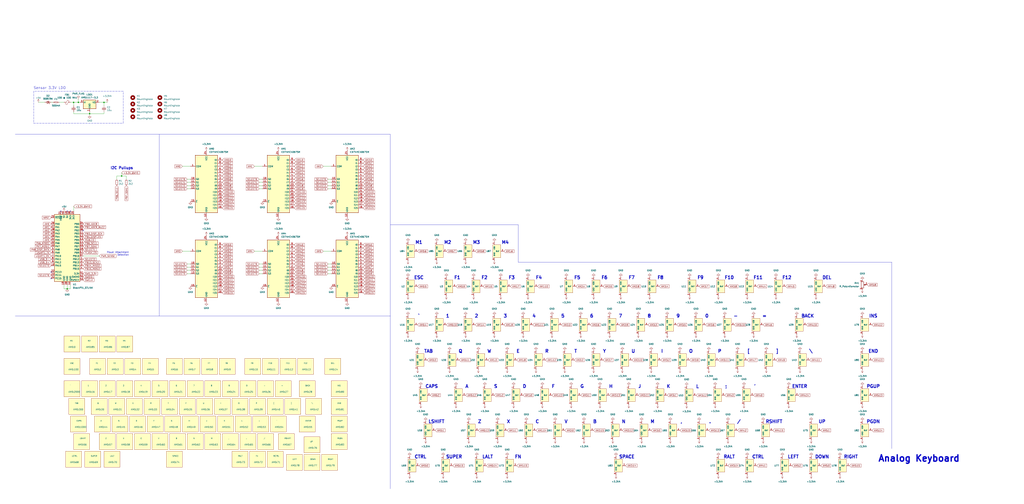
<source format=kicad_sch>
(kicad_sch (version 20231120) (generator "eeschema") (generator_version "8.0")
  (paper "User" 812.8 399.999)
  (lib_symbols
    (symbol "49e:Hall_Sensor" (pin_names (offset 1.016))
      (property "Reference" "U?" (at -4.5212 0.9652 0))
      (symbol "Hall_Sensor_1_1"
        (pin power_in line (at -2.54 7.62 270) (length 2.54) (name "VDD") (number "1"))
        (pin output line (at 5.08 0 180) (length 2.54) (name "OUT") (number "2"))
        (pin power_in line (at -2.54 -7.62 90) (length 2.54) (name "GND") (number "3"))
      )
    )
    (symbol "74xx:CD74HC4067SM"
      (property "Reference" "U" (at -8.89 22.86 0))
      (property "Value" "CD74HC4067SM" (at 1.27 22.86 0))
      (symbol "CD74HC4067SM_1_1"
        (pin passive line (at -12.7 12.7 0) (length 3.81) (name "COM") (number "1"))
        (pin input line (at -12.7 2.54 0) (length 3.81) (name "S0") (number "10"))
        (pin input line (at -12.7 0 0) (length 3.81) (name "S1") (number "11"))
        (pin power_in line (at 0 -27.94 90) (length 3.81) (name "GND") (number "12"))
        (pin input line (at -12.7 -5.08 0) (length 3.81) (name "S3") (number "13"))
        (pin input line (at -12.7 -2.54 0) (length 3.81) (name "S2") (number "14"))
        (pin input line (at -12.7 -15.24 0) (length 3.81) (name "~{E}") (number "15"))
        (pin passive line (at 12.7 -20.32 180) (length 3.81) (name "I15") (number "16"))
        (pin passive line (at 12.7 -17.78 180) (length 3.81) (name "I14") (number "17"))
        (pin passive line (at 12.7 -15.24 180) (length 3.81) (name "I13") (number "18"))
        (pin passive line (at 12.7 -12.7 180) (length 3.81) (name "I12") (number "19"))
        (pin passive line (at 12.7 0 180) (length 3.81) (name "I7") (number "2"))
        (pin passive line (at 12.7 -10.16 180) (length 3.81) (name "I11") (number "20"))
        (pin passive line (at 12.7 -7.62 180) (length 3.81) (name "I10") (number "21"))
        (pin passive line (at 12.7 -5.08 180) (length 3.81) (name "I9") (number "22"))
        (pin passive line (at 12.7 -2.54 180) (length 3.81) (name "I8") (number "23"))
        (pin power_in line (at 0 25.4 270) (length 3.81) (name "VCC") (number "24"))
        (pin passive line (at 12.7 2.54 180) (length 3.81) (name "I6") (number "3"))
        (pin passive line (at 12.7 5.08 180) (length 3.81) (name "I5") (number "4"))
        (pin passive line (at 12.7 7.62 180) (length 3.81) (name "I4") (number "5"))
        (pin passive line (at 12.7 10.16 180) (length 3.81) (name "I3") (number "6"))
        (pin passive line (at 12.7 12.7 180) (length 3.81) (name "I2") (number "7"))
        (pin passive line (at 12.7 15.24 180) (length 3.81) (name "I1") (number "8"))
        (pin passive line (at 12.7 17.78 180) (length 3.81) (name "I0") (number "9"))
      )
    )
    (symbol "Device:C_Small" (pin_numbers hide) (pin_names (offset 0.254) hide)
      (property "Reference" "C" (at 0.254 1.778 0))
      (property "Value" "C_Small" (at 0.254 -2.032 0))
      (symbol "C_Small_1_1"
        (pin passive line (at 0 2.54 270) (length 2.032) (name "~") (number "1"))
        (pin passive line (at 0 -2.54 90) (length 2.032) (name "~") (number "2"))
      )
    )
    (symbol "Device:D_Schottky_Small" (pin_numbers hide) (pin_names (offset 0.254) hide)
      (property "Reference" "D" (at -1.27 2.032 0))
      (property "Value" "D_Schottky_Small" (at -7.112 -2.032 0))
      (symbol "D_Schottky_Small_1_1"
        (pin passive line (at -2.54 0 0) (length 1.778) (name "K") (number "1"))
        (pin passive line (at 2.54 0 180) (length 1.778) (name "A") (number "2"))
      )
    )
    (symbol "Device:Ferrite_Bead_Small" (pin_numbers hide) (pin_names (offset 0))
      (property "Reference" "FB" (at 1.905 1.27 0))
      (property "Value" "Device_Ferrite_Bead_Small" (at 1.905 -1.27 0))
      (symbol "Ferrite_Bead_Small_1_1"
        (pin passive line (at 0 2.54 270) (length 1.27) (name "~") (number "1"))
        (pin passive line (at 0 -2.54 90) (length 1.27) (name "~") (number "2"))
      )
    )
    (symbol "Device:Fuse_Small" (pin_numbers hide) (pin_names (offset 0.254) hide)
      (property "Reference" "F" (at 0 -1.524 0))
      (property "Value" "Fuse_Small" (at 0 1.524 0))
      (symbol "Fuse_Small_1_1"
        (pin passive line (at -2.54 0 0) (length 1.27) (name "~") (number "1"))
        (pin passive line (at 2.54 0 180) (length 1.27) (name "~") (number "2"))
      )
    )
    (symbol "Device:R_Potentiometer" (pin_names (offset 1.016) hide)
      (property "Reference" "RV" (at -4.445 0 90))
      (property "Value" "R_Potentiometer" (at -2.54 0 90))
      (symbol "R_Potentiometer_1_1"
        (pin passive line (at 0 3.81 270) (length 1.27) (name "1") (number "1"))
        (pin passive line (at 3.81 0 180) (length 1.27) (name "2") (number "2"))
        (pin passive line (at 0 -3.81 90) (length 1.27) (name "3") (number "3"))
      )
    )
    (symbol "Device:R_Small" (pin_numbers hide) (pin_names (offset 0.254) hide)
      (property "Reference" "R" (at 0.762 0.508 0))
      (property "Value" "R_Small" (at 0.762 -1.016 0))
      (symbol "R_Small_1_1"
        (pin passive line (at 0 2.54 270) (length 0.762) (name "~") (number "1"))
        (pin passive line (at 0 -2.54 90) (length 0.762) (name "~") (number "2"))
      )
    )
    (symbol "Mechanical:MountingHole" (pin_names (offset 1.016)) (exclude_from_sim yes) (in_bom no)
      (property "Reference" "H" (at 0 5.08 0))
      (property "Value" "MountingHole" (at 0 3.175 0))
    )
    (symbol "Regulator_Linear:AMS1117-3.3" (pin_names (offset 0.254))
      (property "Reference" "U" (at -3.81 3.175 0))
      (property "Value" "AMS1117-3.3" (at 0 3.175 0))
      (symbol "AMS1117-3.3_1_1"
        (pin power_in line (at 0 -7.62 90) (length 2.54) (name "GND") (number "1"))
        (pin power_out line (at 7.62 0 180) (length 2.54) (name "VO") (number "2"))
        (pin power_in line (at -7.62 0 0) (length 2.54) (name "VI") (number "3"))
      )
    )
    (symbol "blackpill_stlink:BlackPill_STLINK"
      (property "Reference" "U6" (at 4.5594 -27.5495 0))
      (property "Value" "BlackPill_STLINK" (at 4.5594 -30.3246 0))
      (symbol "BlackPill_STLINK_1_1"
        (pin bidirectional line (at 12.7 -7.62 180) (length 2.54) (name "PB12") (number "1"))
        (pin bidirectional line (at -12.7 -12.7 0) (length 2.54) (name "PA15") (number "10"))
        (pin bidirectional line (at 12.7 12.7 180) (length 2.54) (name "PB3") (number "11"))
        (pin bidirectional line (at 12.7 10.16 180) (length 2.54) (name "PB4") (number "12"))
        (pin bidirectional line (at 12.7 7.62 180) (length 2.54) (name "PB5") (number "13"))
        (pin bidirectional line (at 12.7 5.08 180) (length 2.54) (name "PB6") (number "14"))
        (pin bidirectional line (at 12.7 2.54 180) (length 2.54) (name "PB7") (number "15"))
        (pin bidirectional line (at 12.7 0 180) (length 2.54) (name "PB8") (number "16"))
        (pin bidirectional line (at 12.7 -2.54 180) (length 2.54) (name "PB9") (number "17"))
        (pin power_in line (at 0 30.48 270) (length 2.54) (name "5V") (number "18"))
        (pin power_in line (at -2.54 -27.94 90) (length 2.54) (name "GND") (number "19"))
        (pin bidirectional line (at 12.7 -10.16 180) (length 2.54) (name "PB13") (number "2"))
        (pin power_out line (at 5.08 30.48 270) (length 2.54) (name "3V3") (number "20"))
        (pin power_in line (at -5.08 30.48 270) (length 2.54) (name "VBAT") (number "21"))
        (pin bidirectional line (at -12.7 -17.78 0) (length 2.54) (name "PC13") (number "22"))
        (pin bidirectional line (at -12.7 -20.32 0) (length 2.54) (name "PC14") (number "23"))
        (pin bidirectional line (at -12.7 -22.86 0) (length 2.54) (name "PC15") (number "24"))
        (pin input line (at -12.7 25.4 0) (length 2.54) (name "~{RESET}") (number "25"))
        (pin bidirectional line (at -12.7 20.32 0) (length 2.54) (name "PA0") (number "26"))
        (pin bidirectional line (at -12.7 17.78 0) (length 2.54) (name "PA1") (number "27"))
        (pin bidirectional line (at -12.7 15.24 0) (length 2.54) (name "PA2") (number "28"))
        (pin bidirectional line (at -12.7 12.7 0) (length 2.54) (name "PA3") (number "29"))
        (pin bidirectional line (at 12.7 -12.7 180) (length 2.54) (name "PB14") (number "3"))
        (pin bidirectional line (at -12.7 10.16 0) (length 2.54) (name "PA4") (number "30"))
        (pin bidirectional line (at -12.7 7.62 0) (length 2.54) (name "PA5") (number "31"))
        (pin bidirectional line (at -12.7 5.08 0) (length 2.54) (name "PA6") (number "32"))
        (pin bidirectional line (at -12.7 2.54 0) (length 2.54) (name "PA7") (number "33"))
        (pin bidirectional line (at 12.7 20.32 180) (length 2.54) (name "PB0") (number "34"))
        (pin bidirectional line (at 12.7 17.78 180) (length 2.54) (name "PB1") (number "35"))
        (pin bidirectional line (at 12.7 15.24 180) (length 2.54) (name "PB2") (number "36"))
        (pin bidirectional line (at 12.7 -5.08 180) (length 2.54) (name "PB10") (number "37"))
        (pin power_out line (at 2.54 30.48 270) (length 2.54) (name "3V3") (number "38"))
        (pin power_in line (at 0 -27.94 90) (length 2.54) (name "GND") (number "39"))
        (pin bidirectional line (at 12.7 -15.24 180) (length 2.54) (name "PB15") (number "4"))
        (pin passive line (at -2.54 30.48 270) (length 2.54) (name "5V") (number "40"))
        (pin power_out line (at 12.7 -19.05 180) (length 2.54) (name "3.3V") (number "41"))
        (pin bidirectional line (at 12.7 -21.59 180) (length 2.54) (name "SWDIO") (number "42"))
        (pin bidirectional line (at 12.7 -24.13 180) (length 2.54) (name "SWSCK") (number "43"))
        (pin power_in line (at 2.54 -27.94 90) (length 2.54) (name "GND") (number "44"))
        (pin bidirectional line (at -12.7 0 0) (length 2.54) (name "PA8") (number "5"))
        (pin bidirectional line (at -12.7 -2.54 0) (length 2.54) (name "PA9") (number "6"))
        (pin bidirectional line (at -12.7 -5.08 0) (length 2.54) (name "PA10") (number "7"))
        (pin bidirectional line (at -12.7 -7.62 0) (length 2.54) (name "PA11") (number "8"))
        (pin bidirectional line (at -12.7 -10.16 0) (length 2.54) (name "PA12") (number "9"))
      )
    )
    (symbol "power:+3.3VA" (power) (pin_numbers hide) (pin_names (offset 0) hide)
      (property "Value" "+3.3VA" (at 0 3.556 0))
      (symbol "+3.3VA_1_1"
        (pin power_in line (at 0 0 90) (length 0) (name "~") (number "1"))
      )
    )
    (symbol "power:+5V" (power) (pin_names (offset 0))
      (property "Value" "+5V" (at 0 3.556 0))
      (symbol "+5V_1_1"
        (pin power_in line (at 0 0 90) (length 0) hide (name "+5V") (number "1"))
      )
    )
    (symbol "power:GND" (power) (pin_names (offset 0))
      (property "Value" "GND" (at 0 -3.81 0))
      (symbol "GND_1_1"
        (pin power_in line (at 0 0 270) (length 0) hide (name "GND") (number "1"))
      )
    )
    (symbol "power:PWR_FLAG" (power) (pin_numbers hide) (pin_names (offset 0) hide)
      (property "Value" "PWR_FLAG" (at 0 3.81 0))
      (symbol "PWR_FLAG_0_0"
        (pin power_out line (at 0 0 90) (length 0) (name "pwr") (number "1"))
      )
    )
    (symbol "voidswitch:VoidSwitch" (pin_names (offset 1.016)) (in_bom no)
      (property "Reference" "AM0:0" (at 0 -2.54 0))
      (property "Value" "VoidSwitch" (at 0 2.54 0))
    )
  )
  (junction (at 58.42 81.28))
  (junction (at 71.12 90.17))
  (junction (at 62.23 81.28))
  (junction (at 53.34 229.235))
  (junction (at 96.52 139.7))
  (junction (at 82.55 81.28))
  (no_connect (at 66.04 182.88))
  (no_connect (at 48.26 167.64))
  (no_connect (at 55.88 167.64))
  (no_connect (at 40.64 220.98))
  (no_connect (at 53.34 167.64))
  (no_connect (at 40.64 215.9))
  (wire (pts (xy 201.93 199.39) (xy 208.28 199.39)))
  (wire (pts (xy 96.52 139.7) (xy 100.33 139.7)))
  (wire (pts (xy 58.42 90.17) (xy 71.12 90.17)))
  (wire (pts (xy 58.42 167.64) (xy 58.42 163.83)))
  (wire (pts (xy 205.74 149.86) (xy 208.28 149.86)))
  (wire (pts (xy 148.59 212.09) (xy 151.13 212.09)))
  (polyline (pts (xy 309.88 250.825) (xy 309.88 178.435)))
  (wire (pts (xy 58.42 81.28) (xy 62.23 81.28)))
  (wire (pts (xy 201.93 132.08) (xy 208.28 132.08)))
  (wire (pts (xy 82.55 90.17) (xy 71.12 90.17)))
  (wire (pts (xy 205.74 147.32) (xy 208.28 147.32)))
  (wire (pts (xy 55.88 226.06) (xy 55.88 229.235)))
  (wire (pts (xy 82.55 83.82) (xy 82.55 81.28)))
  (wire (pts (xy 58.42 88.9) (xy 58.42 90.17)))
  (wire (pts (xy 144.78 132.08) (xy 151.13 132.08)))
  (polyline (pts (xy 97.79 97.79) (xy 97.79 72.39)) (stroke (width 0) (type dash)))
  (polyline (pts (xy 26.67 72.39) (xy 26.67 97.79)) (stroke (width 0) (type dash)))
  (polyline (pts (xy 97.79 72.39) (xy 26.67 72.39)) (stroke (width 0) (type dash)))
  (wire (pts (xy 148.59 149.86) (xy 151.13 149.86)))
  (wire (pts (xy 71.12 90.17) (xy 71.12 88.9)))
  (wire (pts (xy 205.74 144.78) (xy 208.28 144.78)))
  (wire (pts (xy 82.55 81.28) (xy 85.09 81.28)))
  (polyline (pts (xy 26.67 97.79) (xy 97.79 97.79)) (stroke (width 0) (type dash)))
  (wire (pts (xy 144.78 199.39) (xy 151.13 199.39)))
  (wire (pts (xy 148.59 209.55) (xy 151.13 209.55)))
  (polyline (pts (xy 309.88 106.68) (xy 126.365 106.68)))
  (polyline (pts (xy 126.365 106.68) (xy 126.365 250.825)))
  (wire (pts (xy 148.59 217.17) (xy 151.13 217.17)))
  (wire (pts (xy 50.8 229.235) (xy 53.34 229.235)))
  (polyline (pts (xy 309.88 387.985) (xy 309.88 250.825)))
  (wire (pts (xy 55.88 81.28) (xy 58.42 81.28)))
  (wire (pts (xy 148.59 144.78) (xy 151.13 144.78)))
  (wire (pts (xy 53.34 226.06) (xy 53.34 229.235)))
  (wire (pts (xy 58.42 83.82) (xy 58.42 81.28)))
  (wire (pts (xy 50.8 226.06) (xy 50.8 229.235)))
  (wire (pts (xy 96.52 139.7) (xy 92.71 139.7)))
  (polyline (pts (xy 12.065 106.68) (xy 126.365 106.68)))
  (wire (pts (xy 148.59 147.32) (xy 151.13 147.32)))
  (polyline (pts (xy 309.88 178.435) (xy 411.48 178.435)))
  (wire (pts (xy 30.48 81.28) (xy 35.56 81.28)))
  (wire (pts (xy 62.23 81.28) (xy 63.5 81.28)))
  (wire (pts (xy 260.35 217.17) (xy 262.89 217.17)))
  (polyline (pts (xy 411.48 178.435) (xy 411.48 208.28)))
  (wire (pts (xy 148.59 214.63) (xy 151.13 214.63)))
  (wire (pts (xy 62.23 78.74) (xy 62.23 81.28)))
  (polyline (pts (xy 309.88 178.435) (xy 309.88 106.68)))
  (wire (pts (xy 260.35 142.24) (xy 262.89 142.24)))
  (wire (pts (xy 40.64 81.28) (xy 41.91 81.28)))
  (wire (pts (xy 55.88 229.235) (xy 53.34 229.235)))
  (wire (pts (xy 205.74 142.24) (xy 208.28 142.24)))
  (wire (pts (xy 256.54 199.39) (xy 262.89 199.39)))
  (wire (pts (xy 205.74 209.55) (xy 208.28 209.55)))
  (wire (pts (xy 92.71 139.7) (xy 92.71 142.24)))
  (wire (pts (xy 205.74 212.09) (xy 208.28 212.09)))
  (wire (pts (xy 256.54 132.08) (xy 262.89 132.08)))
  (wire (pts (xy 205.74 217.17) (xy 208.28 217.17)))
  (polyline (pts (xy 411.48 208.28) (xy 708.025 208.28)))
  (wire (pts (xy 260.35 147.32) (xy 262.89 147.32)))
  (polyline (pts (xy 707.898 208.28) (xy 707.898 356.108)))
  (wire (pts (xy 46.99 81.28) (xy 50.8 81.28)))
  (wire (pts (xy 260.35 144.78) (xy 262.89 144.78)))
  (wire (pts (xy 260.35 149.86) (xy 262.89 149.86)))
  (wire (pts (xy 260.35 214.63) (xy 262.89 214.63)))
  (wire (pts (xy 96.52 137.16) (xy 96.52 139.7)))
  (wire (pts (xy 148.59 142.24) (xy 151.13 142.24)))
  (wire (pts (xy 71.12 91.44) (xy 71.12 90.17)))
  (wire (pts (xy 205.74 214.63) (xy 208.28 214.63)))
  (wire (pts (xy 100.33 139.7) (xy 100.33 142.24)))
  (wire (pts (xy 82.55 88.9) (xy 82.55 90.17)))
  (wire (pts (xy 78.74 203.2) (xy 66.04 203.2)))
  (wire (pts (xy 260.35 209.55) (xy 262.89 209.55)))
  (polyline (pts (xy 12.065 250.825) (xy 309.88 250.825)))
  (wire (pts (xy 82.55 81.28) (xy 78.74 81.28)))
  (wire (pts (xy 260.35 212.09) (xy 262.89 212.09)))
  (text "1" (at 355.346 250.952 0) (effects (font (size 2.54 2.54) (thickness 0.508) (bold yes))))
  (text "0" (at 561.086 250.952 0) (effects (font (size 2.54 2.54) (thickness 0.508) (bold yes))))
  (text "D" (at 416.306 306.832 0) (effects (font (size 2.54 2.54) (thickness 0.508) (bold yes))))
  (text "I2C Pullups" (at 87.63 134.62 0) (effects (font (size 2.0066 2.0066) (thickness 0.4013) (bold yes)) (justify left bottom)))
  (text "N" (at 495.046 334.772 0) (effects (font (size 2.54 2.54) (thickness 0.508) (bold yes))))
  (text "7" (at 492.506 250.952 0) (effects (font (size 2.54 2.54) (thickness 0.508) (bold yes))))
  (text "M3" (at 378.206 192.532 0) (effects (font (size 2.54 2.54) (thickness 0.508) (bold yes))))
  (text "M" (at 517.906 334.772 0) (effects (font (size 2.54 2.54) (thickness 0.508) (bold yes))))
  (text "PGUP" (at 693.166 306.832 0) (effects (font (size 2.54 2.54) (thickness 0.508) (bold yes))))
  (text "Power Attachment\nDetection" (at 102.235 203.2 0) (effects (font (size 1.27 1.27)) (justify right bottom)))
  (text "=" (at 606.806 250.952 0) (effects (font (size 2.54 2.54) (thickness 0.508) (bold yes))))
  (text "O" (at 548.386 278.892 0) (effects (font (size 2.54 2.54) (thickness 0.508) (bold yes))))
  (text "F9" (at 556.006 220.472 0) (effects (font (size 2.54 2.54) (thickness 0.508) (bold yes))))
  (text "PGDN" (at 693.166 334.772 0) (effects (font (size 2.54 2.54) (thickness 0.508) (bold yes))))
  (text "INS" (at 693.166 250.952 0) (effects (font (size 2.54 2.54) (thickness 0.508) (bold yes))))
  (text "BACK\n" (at 641.096 250.952 0) (effects (font (size 2.54 2.54) (thickness 0.508) (bold yes))))
  (text "'" (at 599.186 306.832 0) (effects (font (size 2.54 2.54) (thickness 0.508) (bold yes))))
  (text "C" (at 426.466 334.772 0) (effects (font (size 2.54 2.54) (thickness 0.508) (bold yes))))
  (text "LEFT\n" (at 629.666 362.712 0) (effects (font (size 2.54 2.54) (thickness 0.508) (bold yes))))
  (text "Analog Keyboard\n" (at 729.488 363.982 0) (effects (font (size 5.08 5.08) (thickness 1.016) (bold yes))))
  (text "DOWN\n" (at 652.526 362.712 0) (effects (font (size 2.54 2.54) (thickness 0.508) (bold yes))))
  (text "E" (at 411.226 278.892 0) (effects (font (size 2.54 2.54) (thickness 0.508) (bold yes))))
  (text "DEL\n" (at 656.336 220.472 0) (effects (font (size 2.54 2.54) (thickness 0.508) (bold yes))))
  (text "F4" (at 427.736 220.472 0) (effects (font (size 2.54 2.54) (thickness 0.508) (bold yes))))
  (text "RSHIFT\n" (at 614.426 334.772 0) (effects (font (size 2.54 2.54) (thickness 0.508) (bold yes))))
  (text "CTRL\n" (at 333.756 362.712 0) (effects (font (size 2.54 2.54) (thickness 0.508) (bold yes))))
  (text "SPACE\n" (at 497.586 362.712 0) (effects (font (size 2.54 2.54) (thickness 0.508) (bold yes))))
  (text "4" (at 423.926 250.952 0) (effects (font (size 2.54 2.54) (thickness 0.508) (bold yes))))
  (text "\\" (at 643.636 278.892 0) (effects (font (size 2.54 2.54) (thickness 0.508) (bold yes))))
  (text "UP\n" (at 652.526 334.772 0) (effects (font (size 2.54 2.54) (thickness 0.508) (bold yes))))
  (text "3" (at 401.066 250.952 0) (effects (font (size 2.54 2.54) (thickness 0.508) (bold yes))))
  (text ";" (at 576.326 306.832 0) (effects (font (size 2.54 2.54) (thickness 0.508) (bold yes))))
  (text "LSHIFT" (at 346.456 334.772 0) (effects (font (size 2.54 2.54) (thickness 0.508) (bold yes))))
  (text "-" (at 583.946 250.952 0) (effects (font (size 2.54 2.54) (thickness 0.508) (bold yes))))
  (text "M4" (at 401.066 192.532 0) (effects (font (size 2.54 2.54) (thickness 0.508) (bold yes))))
  (text "CAPS\n" (at 342.646 306.832 0) (effects (font (size 2.54 2.54) (thickness 0.508) (bold yes))))
  (text "Sensor 3.3V LDO" (at 26.67 71.12 0) (effects (font (size 2.0066 2.0066)) (justify left bottom)))
  (text "Z" (at 380.746 334.772 0) (effects (font (size 2.54 2.54) (thickness 0.508) (bold yes))))
  (text "F11" (at 601.726 220.472 0) (effects (font (size 2.54 2.54) (thickness 0.508) (bold yes))))
  (text "U" (at 502.666 278.892 0) (effects (font (size 2.54 2.54) (thickness 0.508) (bold yes))))
  (text "2" (at 378.206 250.952 0) (effects (font (size 2.54 2.54) (thickness 0.508) (bold yes))))
  (text "G" (at 462.026 306.832 0) (effects (font (size 2.54 2.54) (thickness 0.508) (bold yes))))
  (text "L" (at 553.6523 306.9529 0) (effects (font (size 2.54 2.54) (thickness 0.508) (bold yes))))
  (text "F" (at 439.166 306.832 0) (effects (font (size 2.54 2.54) (thickness 0.508) (bold yes))))
  (text "X" (at 403.606 334.772 0) (effects (font (size 2.54 2.54) (thickness 0.508) (bold yes))))
  (text "RALT\n" (at 578.866 362.712 0) (effects (font (size 2.54 2.54) (thickness 0.508) (bold yes))))
  (text "5" (at 446.786 250.952 0) (effects (font (size 2.54 2.54) (thickness 0.508) (bold yes))))
  (text "S" (at 393.446 306.832 0) (effects (font (size 2.54 2.54) (thickness 0.508) (bold yes))))
  (text "F12" (at 624.586 220.472 0) (effects (font (size 2.54 2.54) (thickness 0.508) (bold yes))))
  (text "," (at 540.766 334.772 0) (effects (font (size 2.54 2.54) (thickness 0.508) (bold yes))))
  (text "FN" (at 411.226 362.712 0) (effects (font (size 2.54 2.54) (thickness 0.508) (bold yes))))
  (text "TAB" (at 340.106 278.892 0) (effects (font (size 2.54 2.54) (thickness 0.508) (bold yes))))
  (text "A" (at 370.586 306.832 0) (effects (font (size 2.54 2.54) (thickness 0.508) (bold yes))))
  (text "]" (at 616.966 278.892 0) (effects (font (size 2.54 2.54) (thickness 0.508) (bold yes))))
  (text "F8" (at 524.256 220.472 0) (effects (font (size 2.54 2.54) (thickness 0.508) (bold yes))))
  (text "F6" (at 479.806 220.472 0) (effects (font (size 2.54 2.54) (thickness 0.508) (bold yes))))
  (text "F3" (at 406.146 220.472 0) (effects (font (size 2.54 2.54) (thickness 0.508) (bold yes))))
  (text "M1\n" (at 332.486 192.532 0) (effects (font (size 2.54 2.54) (thickness 0.508) (bold yes))))
  (text "F2" (at 384.556 220.472 0) (effects (font (size 2.54 2.54) (thickness 0.508) (bold yes))))
  (text "/" (at 586.486 334.772 0) (effects (font (size 2.54 2.54) (thickness 0.508) (bold yes))))
  (text "M2\n" (at 355.346 192.532 0) (effects (font (size 2.54 2.54) (thickness 0.508) (bold yes))))
  (text "K" (at 530.606 306.832 0) (effects (font (size 2.54 2.54) (thickness 0.508) (bold yes))))
  (text "SUPER\n" (at 360.426 362.712 0) (effects (font (size 2.54 2.54) (thickness 0.508) (bold yes))))
  (text "9" (at 538.226 250.952 0) (effects (font (size 2.54 2.54) (thickness 0.508) (bold yes))))
  (text "6" (at 469.646 250.952 0) (effects (font (size 2.54 2.54) (thickness 0.508) (bold yes))))
  (text "R" (at 434.086 278.892 0) (effects (font (size 2.54 2.54) (thickness 0.508) (bold yes))))
  (text "END\n" (at 693.166 278.892 0) (effects (font (size 2.54 2.54) (thickness 0.508) (bold yes))))
  (text "F7" (at 501.396 220.472 0) (effects (font (size 2.54 2.54) (thickness 0.508) (bold yes))))
  (text "F1" (at 362.966 220.472 0) (effects (font (size 2.54 2.54) (thickness 0.508) (bold yes))))
  (text "ESC\n" (at 332.486 220.472 0) (effects (font (size 2.54 2.54) (thickness 0.508) (bold yes))))
  (text "`" (at 332.486 250.952 0) (effects (font (size 2.54 2.54) (thickness 0.508) (bold yes))))
  (text "[" (at 594.106 278.892 0) (effects (font (size 2.54 2.54) (thickness 0.508) (bold yes))))
  (text "." (at 563.626 334.772 0) (effects (font (size 2.54 2.54) (thickness 0.508) (bold yes))))
  (text "Y" (at 479.806 278.892 0) (effects (font (size 2.54 2.54) (thickness 0.508) (bold yes))))
  (text "P" (at 571.246 278.892 0) (effects (font (size 2.54 2.54) (thickness 0.508) (bold yes))))
  (text "H" (at 484.886 306.832 0) (effects (font (size 2.54 2.54) (thickness 0.508) (bold yes))))
  (text "RIGHT\n" (at 675.386 362.712 0) (effects (font (size 2.54 2.54) (thickness 0.508) (bold yes))))
  (text "F5" (at 458.216 220.472 0) (effects (font (size 2.54 2.54) (thickness 0.508) (bold yes))))
  (text "F10" (at 578.866 220.472 0) (effects (font (size 2.54 2.54) (thickness 0.508) (bold yes))))
  (text "LALT\n" (at 387.096 362.712 0) (effects (font (size 2.54 2.54) (thickness 0.508) (bold yes))))
  (text "B" (at 472.186 334.772 0) (effects (font (size 2.54 2.54) (thickness 0.508) (bold yes))))
  (text "CTRL\n" (at 601.726 362.712 0) (effects (font (size 2.54 2.54) (thickness 0.508) (bold yes))))
  (text "T" (at 456.946 278.892 0) (effects (font (size 2.54 2.54) (thickness 0.508) (bold yes))))
  (text "V" (at 449.326 334.772 0) (effects (font (size 2.54 2.54) (thickness 0.508) (bold yes))))
  (text "I" (at 525.526 278.892 0) (effects (font (size 2.54 2.54) (thickness 0.508) (bold yes))))
  (text "W" (at 388.366 278.892 0) (effects (font (size 2.54 2.54) (thickness 0.508) (bold yes))))
  (text "J" (at 507.746 306.832 0) (effects (font (size 2.54 2.54) (thickness 0.508) (bold yes))))
  (text "Q" (at 365.506 278.892 0) (effects (font (size 2.54 2.54) (thickness 0.508) (bold yes))))
  (text "8" (at 515.366 250.952 0) (effects (font (size 2.54 2.54) (thickness 0.508) (bold yes))))
  (text "ENTER\n" (at 634.746 306.832 0) (effects (font (size 2.54 2.54) (thickness 0.508) (bold yes))))
  (global_label "AM2:1" (shape input) (at 461.01 313.69 0) (property "Intersheetrefs" "${INTERSHEET_REFS}" (effects (hide yes))))
  (global_label "AM2:3" (shape input) (at 445.77 257.81 0) (property "Intersheetrefs" "${INTERSHEET_REFS}" (effects (hide yes))))
  (global_label "PB15_MOSI2" (shape input) (at 66.04 213.36 0) (property "Intersheetrefs" "${INTERSHEET_REFS}" (effects (hide yes))))
  (global_label "AM0:1" (shape input) (at 176.53 129.54 0) (property "Intersheetrefs" "${INTERSHEET_REFS}" (effects (hide yes))))
  (global_label "PB4_DISP_CS" (shape input) (at 66.04 187.96 0) (property "Intersheetrefs" "${INTERSHEET_REFS}" (effects (hide yes))))
  (global_label "AM0:6" (shape input) (at 176.53 142.24 0) (property "Intersheetrefs" "${INTERSHEET_REFS}" (effects (hide yes))))
  (global_label "AM0:7" (shape input) (at 354.33 199.39 0) (property "Intersheetrefs" "${INTERSHEET_REFS}" (effects (hide yes))))
  (global_label "AM3:3" (shape input) (at 514.35 257.81 0) (property "Intersheetrefs" "${INTERSHEET_REFS}" (effects (hide yes))))
  (global_label "AM2:4" (shape input) (at 457.2 227.33 0) (property "Intersheetrefs" "${INTERSHEET_REFS}" (effects (hide yes))))
  (global_label "SELECT0" (shape input) (at 40.64 218.44 180) (property "Intersheetrefs" "${INTERSHEET_REFS}" (effects (hide yes))))
  (global_label "AM1:1" (shape input) (at 402.59 341.63 0) (property "Intersheetrefs" "${INTERSHEET_REFS}" (effects (hide yes))))
  (global_label "SELECT0" (shape input) (at 260.35 209.55 180) (property "Intersheetrefs" "${INTERSHEET_REFS}" (effects (hide yes))))
  (global_label "AM2:14" (shape input) (at 288.29 162.56 0) (property "Intersheetrefs" "${INTERSHEET_REFS}" (effects (hide yes))))
  (global_label "AM5:4" (shape input) (at 288.29 204.47 0) (property "Intersheetrefs" "${INTERSHEET_REFS}" (effects (hide yes))))
  (global_label "AM2:0" (shape input) (at 288.29 127 0) (property "Intersheetrefs" "${INTERSHEET_REFS}" (effects (hide yes))))
  (global_label "AM0:9" (shape input) (at 176.53 149.86 0) (property "Intersheetrefs" "${INTERSHEET_REFS}" (effects (hide yes))))
  (global_label "AM5:10" (shape input) (at 288.29 219.71 0) (property "Intersheetrefs" "${INTERSHEET_REFS}" (effects (hide yes))))
  (global_label "AM2:6" (shape input) (at 288.29 142.24 0) (property "Intersheetrefs" "${INTERSHEET_REFS}" (effects (hide yes))))
  (global_label "SELECT0" (shape input) (at 260.35 142.24 180) (property "Intersheetrefs" "${INTERSHEET_REFS}" (effects (hide yes))))
  (global_label "PB6_SCL1" (shape input) (at 92.71 147.32 270) (property "Intersheetrefs" "${INTERSHEET_REFS}" (effects (hide yes))))
  (global_label "AM3:15" (shape input) (at 176.53 232.41 0) (property "Intersheetrefs" "${INTERSHEET_REFS}" (effects (hide yes))))
  (global_label "AM5:2" (shape input) (at 628.65 369.57 0) (property "Intersheetrefs" "${INTERSHEET_REFS}" (effects (hide yes))))
  (global_label "AM1:9" (shape input) (at 400.05 257.81 0) (property "Intersheetrefs" "${INTERSHEET_REFS}" (effects (hide yes))))
  (global_label "AM1:8" (shape input) (at 233.68 147.32 0) (property "Intersheetrefs" "${INTERSHEET_REFS}" (effects (hide yes))))
  (global_label "AM4:0" (shape input) (at 233.68 194.31 0) (property "Intersheetrefs" "${INTERSHEET_REFS}" (effects (hide yes))))
  (global_label "AM1:10" (shape input) (at 426.72 227.33 0) (property "Intersheetrefs" "${INTERSHEET_REFS}" (effects (hide yes))))
  (global_label "AM5" (shape input) (at 40.64 190.5 180) (property "Intersheetrefs" "${INTERSHEET_REFS}" (effects (hide yes))))
  (global_label "AM3:6" (shape input) (at 560.07 257.81 0) (property "Intersheetrefs" "${INTERSHEET_REFS}" (effects (hide yes))))
  (global_label "AM4:0" (shape input) (at 598.17 313.69 0) (property "Intersheetrefs" "${INTERSHEET_REFS}" (effects (hide yes))))
  (global_label "AM2:8" (shape input) (at 288.29 147.32 0) (property "Intersheetrefs" "${INTERSHEET_REFS}" (effects (hide yes))))
  (global_label "AM4:9" (shape input) (at 615.95 285.75 0) (property "Intersheetrefs" "${INTERSHEET_REFS}" (effects (hide yes))))
  (global_label "AM3:8" (shape input) (at 176.53 214.63 0) (property "Intersheetrefs" "${INTERSHEET_REFS}" (effects (hide yes))))
  (global_label "AM3:14" (shape input) (at 577.85 369.57 0) (property "Intersheetrefs" "${INTERSHEET_REFS}" (effects (hide yes))))
  (global_label "AM4:1" (shape input) (at 600.71 369.57 0) (property "Intersheetrefs" "${INTERSHEET_REFS}" (effects (hide yes))))
  (global_label "AM3:5" (shape input) (at 176.53 207.01 0) (property "Intersheetrefs" "${INTERSHEET_REFS}" (effects (hide yes))))
  (global_label "AM2:10" (shape input) (at 288.29 152.4 0) (property "Intersheetrefs" "${INTERSHEET_REFS}" (effects (hide yes))))
  (global_label "AM1:13" (shape input) (at 438.15 313.69 0) (property "Intersheetrefs" "${INTERSHEET_REFS}" (effects (hide yes))))
  (global_label "AM5:2" (shape input) (at 288.29 199.39 0) (property "Intersheetrefs" "${INTERSHEET_REFS}" (effects (hide yes))))
  (global_label "SELECT2" (shape input) (at 260.35 147.32 180) (property "Intersheetrefs" "${INTERSHEET_REFS}" (effects (hide yes))))
  (global_label "SELECT3" (shape input) (at 260.35 149.86 180) (property "Intersheetrefs" "${INTERSHEET_REFS}" (effects (hide yes))))
  (global_label "AM4" (shape input) (at 40.64 187.96 180) (property "Intersheetrefs" "${INTERSHEET_REFS}" (effects (hide yes))))
  (global_label "AM1:14" (shape input) (at 233.68 162.56 0) (property "Intersheetrefs" "${INTERSHEET_REFS}" (effects (hide yes))))
  (global_label "AM0:0" (shape input) (at 176.53 127 0) (property "Intersheetrefs" "${INTERSHEET_REFS}" (effects (hide yes))))
  (global_label "AM0" (shape input) (at 40.64 177.8 180) (property "Intersheetrefs" "${INTERSHEET_REFS}" (effects (hide yes))))
  (global_label "AM1:5" (shape input) (at 233.68 139.7 0) (property "Intersheetrefs" "${INTERSHEET_REFS}" (effects (hide yes))))
  (global_label "AM2:5" (shape input) (at 478.79 227.33 0) (property "Intersheetrefs" "${INTERSHEET_REFS}" (effects (hide yes))))
  (global_label "AM5:13" (shape input) (at 692.15 313.69 0) (property "Intersheetrefs" "${INTERSHEET_REFS}" (effects (hide yes))))
  (global_label "AM4:1" (shape input) (at 233.68 196.85 0) (property "Intersheetrefs" "${INTERSHEET_REFS}" (effects (hide yes))))
  (global_label "AM3:11" (shape input) (at 176.53 222.25 0) (property "Intersheetrefs" "${INTERSHEET_REFS}" (effects (hide yes))))
  (global_label "AM1:15" (shape input) (at 410.21 369.57 0) (property "Intersheetrefs" "${INTERSHEET_REFS}" (effects (hide yes))))
  (global_label "AM0:9" (shape input) (at 361.95 227.33 0) (property "Intersheetrefs" "${INTERSHEET_REFS}" (effects (hide yes))))
  (global_label "AM3:8" (shape input) (at 577.85 227.33 0) (property "Intersheetrefs" "${INTERSHEET_REFS}" (effects (hide yes))))
  (global_label "AM3:11" (shape input) (at 570.23 285.75 0) (property "Intersheetrefs" "${INTERSHEET_REFS}" (effects (hide yes))))
  (global_label "AM1:11" (shape input) (at 422.91 257.81 0) (property "Intersheetrefs" "${INTERSHEET_REFS}" (effects (hide yes))))
  (global_label "AM1:12" (shape input) (at 433.07 285.75 0) (property "Intersheetrefs" "${INTERSHEET_REFS}" (effects (hide yes))))
  (global_label "AM3:1" (shape input) (at 176.53 196.85 0) (property "Intersheetrefs" "${INTERSHEET_REFS}" (effects (hide yes))))
  (global_label "AM5:12" (shape input) (at 288.29 224.79 0) (property "Intersheetrefs" "${INTERSHEET_REFS}" (effects (hide yes))))
  (global_label "AM3:3" (shape input) (at 176.53 201.93 0) (property "Intersheetrefs" "${INTERSHEET_REFS}" (effects (hide yes))))
  (global_label "AM5:3" (shape input) (at 288.29 201.93 0) (property "Intersheetrefs" "${INTERSHEET_REFS}" (effects (hide yes))))
  (global_label "SWCLK" (shape input) (at 66.04 222.25 0) (property "Intersheetrefs" "${INTERSHEET_REFS}" (effects (hide yes))))
  (global_label "AM1:15" (shape input) (at 233.68 165.1 0) (property "Intersheetrefs" "${INTERSHEET_REFS}" (effects (hide yes))))
  (global_label "AM1:12" (shape input) (at 233.68 157.48 0) (property "Intersheetrefs" "${INTERSHEET_REFS}" (effects (hide yes))))
  (global_label "AM4:8" (shape input) (at 233.68 214.63 0) (property "Intersheetrefs" "${INTERSHEET_REFS}" (effects (hide yes))))
  (global_label "AM0:15" (shape input) (at 176.53 165.1 0) (property "Intersheetrefs" "${INTERSHEET_REFS}" (effects (hide yes))))
  (global_label "AM5:14" (shape input) (at 288.29 229.87 0) (property "Intersheetrefs" "${INTERSHEET_REFS}" (effects (hide yes))))
  (global_label "AM5:5" (shape input) (at 288.29 207.01 0) (property "Intersheetrefs" "${INTERSHEET_REFS}" (effects (hide yes))))
  (global_label "AM5:15" (shape input) (at 288.29 232.41 0) (property "Intersheetrefs" "${INTERSHEET_REFS}" (effects (hide yes))))
  (global_label "AM3:4" (shape input) (at 176.53 204.47 0) (property "Intersheetrefs" "${INTERSHEET_REFS}" (effects (hide yes))))
  (global_label "AM1:6" (shape input) (at 233.68 142.24 0) (property "Intersheetrefs" "${INTERSHEET_REFS}" (effects (hide yes))))
  (global_label "AM0:10" (shape input) (at 354.33 257.81 0) (property "Intersheetrefs" "${INTERSHEET_REFS}" (effects (hide yes))))
  (global_label "SELECT1" (shape input) (at 148.59 212.09 180) (property "Intersheetrefs" "${INTERSHEET_REFS}" (effects (hide yes))))
  (global_label "SELECT1" (shape input) (at 260.35 144.78 180) (property "Intersheetrefs" "${INTERSHEET_REFS}" (effects (hide yes))))
  (global_label "AM5:1" (shape input) (at 651.51 341.63 0) (property "Intersheetrefs" "${INTERSHEET_REFS}" (effects (hide yes))))
  (global_label "AM5:14" (shape input) (at 692.15 341.63 0) (property "Intersheetrefs" "${INTERSHEET_REFS}" (effects (hide yes))))
  (global_label "AM4:8" (shape input) (at 655.32 227.33 0) (property "Intersheetrefs" "${INTERSHEET_REFS}" (effects (hide yes))))
  (global_label "AM1:8" (shape input) (at 410.21 285.75 0) (property "Intersheetrefs" "${INTERSHEET_REFS}" (effects (hide yes))))
  (global_label "PB0_ADC8" (shape input) (at 66.04 177.8 0) (property "Intersheetrefs" "${INTERSHEET_REFS}" (effects (hide yes))))
  (global_label "PB7_SDA1" (shape input) (at 100.33 147.32 270) (property "Intersheetrefs" "${INTERSHEET_REFS}" (effects (hide yes))))
  (global_label "SELECT2" (shape input) (at 66.04 205.74 0) (property "Intersheetrefs" "${INTERSHEET_REFS}" (effects (hide yes))))
  (global_label "AM0:3" (shape input) (at 176.53 134.62 0) (property "Intersheetrefs" "${INTERSHEET_REFS}" (effects (hide yes))))
  (global_label "AM4:5" (shape input) (at 233.68 207.01 0) (property "Intersheetrefs" "${INTERSHEET_REFS}" (effects (hide yes))))
  (global_label "AM1" (shape input) (at 40.64 180.34 180) (property "Intersheetrefs" "${INTERSHEET_REFS}" (effects (hide yes))))
  (global_label "AM4:14" (shape input) (at 233.68 229.87 0) (property "Intersheetrefs" "${INTERSHEET_REFS}" (effects (hide yes))))
  (global_label "AM4:11" (shape input) (at 642.62 285.75 0) (property "Intersheetrefs" "${INTERSHEET_REFS}" (effects (hide yes))))
  (global_label "AM0:10" (shape input) (at 176.53 152.4 0) (property "Intersheetrefs" "${INTERSHEET_REFS}" (effects (hide yes))))
  (global_label "AM0:4" (shape input) (at 331.47 257.81 0) (property "Intersheetrefs" "${INTERSHEET_REFS}" (effects (hide yes))))
  (global_label "SELECT1" (shape input) (at 148.59 144.78 180) (property "Intersheetrefs" "${INTERSHEET_REFS}" (effects (hide yes))))
  (global_label "SELECT1" (shape input) (at 260.35 212.09 180) (property "Intersheetrefs" "${INTERSHEET_REFS}" (effects (hide yes))))
  (global_label "AM4:11" (shape input) (at 233.68 222.25 0) (property "Intersheetrefs" "${INTERSHEET_REFS}" (effects (hide yes))))
  (global_label "AM4:4" (shape input) (at 600.71 227.33 0) (property "Intersheetrefs" "${INTERSHEET_REFS}" (effects (hide yes))))
  (global_label "AM3:10" (shape input) (at 176.53 219.71 0) (property "Intersheetrefs" "${INTERSHEET_REFS}" (effects (hide yes))))
  (global_label "AM2:5" (shape input) (at 288.29 139.7 0) (property "Intersheetrefs" "${INTERSHEET_REFS}" (effects (hide yes))))
  (global_label "SELECT2" (shape input) (at 205.74 214.63 180) (property "Intersheetrefs" "${INTERSHEET_REFS}" (effects (hide yes))))
  (global_label "AM4:7" (shape input) (at 593.09 285.75 0) (property "Intersheetrefs" "${INTERSHEET_REFS}" (effects (hide yes))))
  (global_label "AM1:3" (shape input) (at 233.68 134.62 0) (property "Intersheetrefs" "${INTERSHEET_REFS}" (effects (hide yes))))
  (global_label "AM3:13" (shape input) (at 562.61 341.63 0) (property "Intersheetrefs" "${INTERSHEET_REFS}" (effects (hide yes))))
  (global_label "RGBLED" (shape input) (at 66.04 190.5 0) (property "Intersheetrefs" "${INTERSHEET_REFS}" (effects (hide yes))))
  (global_label "AM4:5" (shape input) (at 623.57 227.33 0) (property "Intersheetrefs" "${INTERSHEET_REFS}" (effects (hide yes))))
  (global_label "PB3_DISP_SCK" (shape input) (at 66.04 185.42 0) (property "Intersheetrefs" "${INTERSHEET_REFS}" (effects (hide yes))))
  (global_label "AM0:5" (shape input) (at 176.53 139.7 0) (property "Intersheetrefs" "${INTERSHEET_REFS}" (effects (hide yes))))
  (global_label "AM1:7" (shape input) (at 405.13 227.33 0) (property "Intersheetrefs" "${INTERSHEET_REFS}" (effects (hide yes))))
  (global_label "AM4:6" (shape input) (at 233.68 209.55 0) (property "Intersheetrefs" "${INTERSHEET_REFS}" (effects (hide yes))))
  (global_label "AM2:15" (shape input) (at 288.29 165.1 0) (property "Intersheetrefs" "${INTERSHEET_REFS}" (effects (hide yes))))
  (global_label "AM3" (shape input) (at 144.78 199.39 180) (property "Intersheetrefs" "${INTERSHEET_REFS}" (effects (hide yes))))
  (global_label "AM4:14" (shape input) (at 633.73 313.69 0) (property "Intersheetrefs" "${INTERSHEET_REFS}" (effects (hide yes))))
  (global_label "AM1:4" (shape input) (at 233.68 137.16 0) (property "Intersheetrefs" "${INTERSHEET_REFS}" (effects (hide yes))))
  (global_label "AM1:0" (shape input) (at 233.68 127 0) (property "Intersheetrefs" "${INTERSHEET_REFS}" (effects (hide yes))))
  (global_label "AM4:10" (shape input) (at 640.08 257.81 0) (property "Intersheetrefs" "${INTERSHEET_REFS}" (effects (hide yes))))
  (global_label "AM0:3" (shape input) (at 339.09 285.75 0) (property "Intersheetrefs" "${INTERSHEET_REFS}" (effects (hide yes))))
  (global_label "PA7_MOSI1" (shape input) (at 40.64 195.58 180) (property "Intersheetrefs" "${INTERSHEET_REFS}" (effects (hide yes))))
  (global_label "SELECT0" (shape input) (at 148.59 209.55 180) (property "Intersheetrefs" "${INTERSHEET_REFS}" (effects (hide yes))))
  (global_label "AM2:7" (shape input) (at 288.29 144.78 0) (property "Intersheetrefs" "${INTERSHEET_REFS}" (effects (hide yes))))
  (global_label "SELECT3" (shape input) (at 205.74 149.86 180) (property "Intersheetrefs" "${INTERSHEET_REFS}" (effects (hide yes))))
  (global_label "AM2:8" (shape input) (at 500.38 227.33 0) (property "Intersheetrefs" "${INTERSHEET_REFS}" (effects (hide yes))))
  (global_label "AM0:11" (shape input) (at 176.53 154.94 0) (property "Intersheetrefs" "${INTERSHEET_REFS}" (effects (hide yes))))
  (global_label "AM4:15" (shape input) (at 613.41 341.63 0) (property "Intersheetrefs" "${INTERSHEET_REFS}" (effects (hide yes))))
  (global_label "AM3:2" (shape input) (at 176.53 199.39 0) (property "Intersheetrefs" "${INTERSHEET_REFS}" (effects (hide yes))))
  (global_label "AM0:0" (shape input) (at 332.74 369.57 0) (property "Intersheetrefs" "${INTERSHEET_REFS}" (effects (hide yes))))
  (global_label "AM2:15" (shape input) (at 471.17 341.63 0) (property "Intersheetrefs" "${INTERSHEET_REFS}" (effects (hide yes))))
  (global_label "SELECT1" (shape input) (at 205.74 144.78 180) (property "Intersheetrefs" "${INTERSHEET_REFS}" (effects (hide yes))))
  (global_label "USB_D-" (shape input) (at 40.64 205.74 180) (property "Intersheetrefs" "${INTERSHEET_REFS}" (effects (hide yes))))
  (global_label "AM1:9" (shape input) (at 233.68 149.86 0) (property "Intersheetrefs" "${INTERSHEET_REFS}" (effects (hide yes))))
  (global_label "AM2:4" (shape input) (at 288.29 137.16 0) (property "Intersheetrefs" "${INTERSHEET_REFS}" (effects (hide yes))))
  (global_label "SELECT3" (shape input) (at 148.59 217.17 180) (property "Intersheetrefs" "${INTERSHEET_REFS}" (effects (hide yes))))
  (global_label "AM1:14" (shape input) (at 425.45 341.63 0) (property "Intersheetrefs" "${INTERSHEET_REFS}" (effects (hide yes))))
  (global_label "AM0:8" (shape input) (at 377.19 199.39 0) (property "Intersheetrefs" "${INTERSHEET_REFS}" (effects (hide yes))))
  (global_label "AM0:14" (shape input) (at 386.08 369.57 0) (property "Intersheetrefs" "${INTERSHEET_REFS}" (effects (hide yes))))
  (global_label "AM4:2" (shape input) (at 233.68 199.39 0) (property "Intersheetrefs" "${INTERSHEET_REFS}" (effects (hide yes))))
  (global_label "AM5:7" (shape input) (at 288.29 212.09 0) (property "Intersheetrefs" "${INTERSHEET_REFS}" (effects (hide yes))))
  (global_label "AM0:12" (shape input) (at 176.53 157.48 0) (property "Intersheetrefs" "${INTERSHEET_REFS}" (effects (hide yes))))
  (global_label "AM3:9" (shape input) (at 547.37 285.75 0) (property "Intersheetrefs" "${INTERSHEET_REFS}" (effects (hide yes))))
  (global_label "AM2:2" (shape input) (at 288.29 132.08 0) (property "Intersheetrefs" "${INTERSHEET_REFS}" (effects (hide yes))))
  (global_label "AM3:6" (shape input) (at 176.53 209.55 0) (property "Intersheetrefs" "${INTERSHEET_REFS}" (effects (hide yes))))
  (global_label "AM0:12" (shape input) (at 369.57 313.69 0) (property "Intersheetrefs" "${INTERSHEET_REFS}" (effects (hide yes))))
  (global_label "AM0:13" (shape input) (at 379.73 341.63 0) (property "Intersheetrefs" "${INTERSHEET_REFS}" (effects (hide yes))))
  (global_label "AM0:6" (shape input) (at 331.47 199.39 0) (property "Intersheetrefs" "${INTERSHEET_REFS}" (effects (hide yes))))
  (global_label "SELECT1" (shape input) (at 66.04 198.12 0) (property "Intersheetrefs" "${INTERSHEET_REFS}" (effects (hide yes))))
  (global_label "SELECT2" (shape input) (at 260.35 214.63 180) (property "Intersheetrefs" "${INTERSHEET_REFS}" (effects (hide yes))))
  (global_label "AM5:15" (shape input) (at 674.37 369.57 0) (property "Intersheetrefs" "${INTERSHEET_REFS}" (effects (hide yes))))
  (global_label "PWR_SENSE" (shape input) (at 78.74 203.2 0) (property "Intersheetrefs" "${INTERSHEET_REFS}" (effects (hide yes))))
  (global_label "SELECT0" (shape input) (at 205.74 209.55 180) (property "Intersheetrefs" "${INTERSHEET_REFS}" (effects (hide yes))))
  (global_label "AM3:14" (shape input) (at 176.53 229.87 0) (property "Intersheetrefs" "${INTERSHEET_REFS}" (effects (hide yes))))
  (global_label "AM5:6" (shape input) (at 288.29 209.55 0) (property "Intersheetrefs" "${INTERSHEET_REFS}" (effects (hide yes))))
  (global_label "AM4:13" (shape input) (at 233.68 227.33 0) (property "Intersheetrefs" "${INTERSHEET_REFS}" (effects (hide yes))))
  (global_label "+3.3V_QWIIC" (shape input) (at 96.52 137.16 0) (property "Intersheetrefs" "${INTERSHEET_REFS}" (effects (hide yes))))
  (global_label "AM5:0" (shape input) (at 651.51 369.57 0) (property "Intersheetrefs" "${INTERSHEET_REFS}" (effects (hide yes))))
  (global_label "PB6_SCL1" (shape input) (at 66.04 193.04 0) (property "Intersheetrefs" "${INTERSHEET_REFS}" (effects (hide yes))))
  (global_label "USART1_TX" (shape input) (at 40.64 200.66 180) (property "Intersheetrefs" "${INTERSHEET_REFS}" (effects (hide yes))))
  (global_label "AM3" (shape input) (at 40.64 185.42 180) (property "Intersheetrefs" "${INTERSHEET_REFS}" (effects (hide yes))))
  (global_label "AM2:1" (shape input) (at 288.29 129.54 0) (property "Intersheetrefs" "${INTERSHEET_REFS}" (effects (hide yes))))
  (global_label "SELECT3" (shape input) (at 205.74 217.17 180) (property "Intersheetrefs" "${INTERSHEET_REFS}" (effects (hide yes))))
  (global_label "NRST" (shape input) (at 40.64 172.72 180) (property "Intersheetrefs" "${INTERSHEET_REFS}" (effects (hide yes))))
  (global_label "AM3:10" (shape input) (at 582.93 257.81 0) (property "Intersheetrefs" "${INTERSHEET_REFS}" (effects (hide yes))))
  (global_label "PB14_MISO2" (shape input) (at 66.04 210.82 0) (property "Intersheetrefs" "${INTERSHEET_REFS}" (effects (hide yes))))
  (global_label "AM5:9" (shape input) (at 288.29 217.17 0) (property "Intersheetrefs" "${INTERSHEET_REFS}" (effects (hide yes))))
  (global_label "AM4:15" (shape input) (at 233.68 232.41 0) (property "Intersheetrefs" "${INTERSHEET_REFS}" (effects (hide yes))))
  (global_label "AM3:15" (shape input) (at 539.75 341.63 0) (property "Intersheetrefs" "${INTERSHEET_REFS}" (effects (hide yes))))
  (global_label "AM0:2" (shape input) (at 341.63 313.69 0) (property "Intersheetrefs" "${INTERSHEET_REFS}" (effects (hide yes))))
  (global_label "AM5" (shape input) (at 256.54 199.39 180) (property "Intersheetrefs" "${INTERSHEET_REFS}" (effects (hide yes))))
  (global_label "AM3:7" (shape input) (at 554.99 227.33 0) (property "Intersheetrefs" "${INTERSHEET_REFS}" (effects (hide yes))))
  (global_label "AM2:6" (shape input) (at 468.63 257.81 0) (property "Intersheetrefs" "${INTERSHEET_REFS}" (effects (hide yes))))
  (global_label "AM2:13" (shape input) (at 288.29 160.02 0) (property "Intersheetrefs" "${INTERSHEET_REFS}" (effects (hide yes))))
  (global_label "SELECT3" (shape input) (at 260.35 217.17 180) (property "Intersheetrefs" "${INTERSHEET_REFS}" (effects (hide yes))))
  (global_label "AM1:2" (shape input) (at 392.43 313.69 0) (property "Intersheetrefs" "${INTERSHEET_REFS}" (effects (hide yes))))
  (global_label "+3.3V_QWIIC" (shape input) (at 58.42 163.83 0) (property "Intersheetrefs" "${INTERSHEET_REFS}" (effects (hide yes))))
  (global_label "AM1:4" (shape input) (at 377.19 257.81 0) (property "Intersheetrefs" "${INTERSHEET_REFS}" (effects (hide yes))))
  (global_label "SWD_3.3V" (shape input) (at 66.04 217.17 0) (property "Intersheetrefs" "${INTERSHEET_REFS}" (effects (hide yes))))
  (global_label "AM2" (shape input) (at 40.64 182.88 180) (property "Intersheetrefs" "${INTERSHEET_REFS}" (effects (hide yes))))
  (global_label "AM2:3" (shape input) (at 288.29 134.62 0) (property "Intersheetrefs" "${INTERSHEET_REFS}" (effects (hide yes))))
  (global_label "AM1:7" (shape input) (at 233.68 144.78 0) (property "Intersheetrefs" "${INTERSHEET_REFS}" (effects (hide yes))))
  (global_label "AM1:1" (shape input) (at 233.68 129.54 0) (property "Intersheetrefs" "${INTERSHEET_REFS}" (effects (hide yes))))
  (global_label "AM0:14" (shape input) (at 176.53 162.56 0) (property "Intersheetrefs" "${INTERSHEET_REFS}" (effects (hide yes))))
  (global_label "AM2:13" (shape input) (at 483.87 313.69 0) (property "Intersheetrefs" "${INTERSHEET_REFS}" (effects (hide yes))))
  (global_label "AM4:3" (shape input) (at 575.31 313.69 0) (property "Intersheetrefs" "${INTERSHEET_REFS}" (effects (hide yes))))
  (global_label "AM3:4" (shape input) (at 523.24 227.33 0) (property "Intersheetrefs" "${INTERSHEET_REFS}" (effects (hide yes))))
  (global_label "AM4:2" (shape input) (at 585.47 341.63 0) (property "Intersheetrefs" "${INTERSHEET_REFS}" (effects (hide yes))))
  (global_label "AM5:0" (shape input) (at 288.29 194.31 0) (property "Intersheetrefs" "${INTERSHEET_REFS}" (effects (hide yes))))
  (global_label "AM5:8" (shape input) (at 688.34 226.06 0) (property "Intersheetrefs" "${INTERSHEET_REFS}" (effects (hide yes))))
  (global_label "AM0:4" (shape input) (at 176.53 137.16 0) (property "Intersheetrefs" "${INTERSHEET_REFS}" (effects (hide yes))))
  (global_label "AM1:10" (shape input) (at 233.68 152.4 0) (property "Intersheetrefs" "${INTERSHEET_REFS}" (effects (hide yes))))
  (global_label "AM4:12" (shape input) (at 233.68 224.79 0) (property "Intersheetrefs" "${INTERSHEET_REFS}" (effects (hide yes))))
  (global_label "AM4:4" (shape input) (at 233.68 204.47 0) (property "Intersheetrefs" "${INTERSHEET_REFS}" (effects (hide yes))))
  (global_label "PA8_DISP_DATA" (shape input) (at 40.64 198.12 180) (property "Intersheetrefs" "${INTERSHEET_REFS}" (effects (hide yes))))
  (global_label "AM3:1" (shape input) (at 529.59 313.69 0) (property "Intersheetrefs" "${INTERSHEET_REFS}" (effects (hide yes))))
  (global_label "AM2" (shape input) (at 256.54 132.08 180) (property "Intersheetrefs" "${INTERSHEET_REFS}" (effects (hide yes))))
  (global_label "SELECT2" (shape input) (at 148.59 214.63 180) (property "Intersheetrefs" "${INTERSHEET_REFS}" (effects (hide yes))))
  (global_label "AM2:12" (shape input) (at 288.29 157.48 0) (property "Intersheetrefs" "${INTERSHEET_REFS}" (effects (hide yes))))
  (global_label "AM3:5" (shape input) (at 537.21 257.81 0) (property "Intersheetrefs" "${INTERSHEET_REFS}" (effects (hide yes))))
  (global_label "AM0:15" (shape input) (at 359.41 369.57 0) (property "Intersheetrefs" "${INTERSHEET_REFS}" (effects (hide yes))))
  (global_label "AM1:2" (shape input) (at 233.68 132.08 0) (property "Intersheetrefs" "${INTERSHEET_REFS}" (effects (hide yes))))
  (global_label "USB_D+" (shape input) (at 40.64 208.28 180) (property "Intersheetrefs" "${INTERSHEET_REFS}" (effects (hide yes))))
  (global_label "PB7_SDA1" (shape input) (at 66.04 195.58 0) (property "Intersheetrefs" "${INTERSHEET_REFS}" (effects (hide yes))))
  (global_label "AM2:7" (shape input) (at 478.79 285.75 0) (property "Intersheetrefs" "${INTERSHEET_REFS}" (effects (hide yes))))
  (global_label "PB1_ADC9_BUZZ" (shape input) (at 66.04 180.34 0) (property "Intersheetrefs" "${INTERSHEET_REFS}" (effects (hide yes))))
  (global_label "PB13_SCK2" (shape input) (at 66.04 208.28 0) (property "Intersheetrefs" "${INTERSHEET_REFS}" (effects (hide yes))))
  (global_label "SELECT1" (shape input) (at 205.74 212.09 180) (property "Intersheetrefs" "${INTERSHEET_REFS}" (effects (hide yes))))
  (global_label "SELECT0" (shape input) (at 148.59 142.24 180) (property "Intersheetrefs" "${INTERSHEET_REFS}" (effects (hide yes))))
  (global_label "AM5:8" (shape input) (at 288.29 214.63 0) (property "Intersheetrefs" "${INTERSHEET_REFS}" (effects (hide yes))))
  (global_label "AM1:3" (shape input) (at 387.35 285.75 0) (property "Intersheetrefs" "${INTERSHEET_REFS}" (effects (hide yes))))
  (global_label "AM5:13" (shape input) (at 288.29 227.33 0) (property "Intersheetrefs" "${INTERSHEET_REFS}" (effects (hide yes))))
  (global_label "AM4:13" (shape input) (at 692.15 285.75 0) (property "Intersheetrefs" "${INTERSHEET_REFS}" (effects (hide yes))))
  (global_label "SELECT3" (shape input) (at 148.59 149.86 180) (property "Intersheetrefs" "${INTERSHEET_REFS}" (effects (hide yes))))
  (global_label "USART1_RX" (shape input) (at 40.64 203.2 180) (property "Intersheetrefs" "${INTERSHEET_REFS}" (effects (hide yes))))
  (global_label "AM2:12" (shape input) (at 494.03 341.63 0) (property "Intersheetrefs" "${INTERSHEET_REFS}" (effects (hide yes))))
  (global_label "AM0:11" (shape input) (at 364.49 285.75 0) (property "Intersheetrefs" "${INTERSHEET_REFS}" (effects (hide yes))))
  (global_label "AM1:6" (shape input) (at 400.05 199.39 0) (property "Intersheetrefs" "${INTERSHEET_REFS}" (effects (hide yes))))
  (global_label "AM4:3" (shape input) (at 233.68 201.93 0) (property "Intersheetrefs" "${INTERSHEET_REFS}" (effects (hide yes))))
  (global_label "AM2:2" (shape input) (at 455.93 285.75 0) (property "Intersheetrefs" "${INTERSHEET_REFS}" (effects (hide yes))))
  (global_label "AM0:2" (shape input) (at 176.53 132.08 0) (property "Intersheetrefs" "${INTERSHEET_REFS}" (effects (hide yes))))
  (global_label "AM5:11" (shape input) (at 288.29 222.25 0) (property "Intersheetrefs" "${INTERSHEET_REFS}" (effects (hide yes))))
  (global_label "AM2:14" (shape input) (at 496.57 369.57 0) (property "Intersheetrefs" "${INTERSHEET_REFS}" (effects (hide yes))))
  (global_label "PA6_MISO1" (shape input) (at 40.64 193.04 180) (property "Intersheetrefs" "${INTERSHEET_REFS}" (effects (hide yes))))
  (global_label "AM0:1" (shape input) (at 345.44 341.63 0) (property "Intersheetrefs" "${INTERSHEET_REFS}" (effects (hide yes))))
  (global_label "AM3:13" (shape input) (at 176.53 227.33 0) (property "Intersheetrefs" "${INTERSHEET_REFS}" (effects (hide yes))))
  (global_label "AM4:12" (shape input) (at 692.15 257.81 0) (property "Intersheetrefs" "${INTERSHEET_REFS}" (effects (hide yes))))
  (global_label "AM2:11" (shape input) (at 506.73 313.69 0) (property "Intersheetrefs" "${INTERSHEET_REFS}" (effects (hide yes))))
  (global_label "AM4:9" (shape input) (at 233.68 217.17 0) (property "Intersheetrefs" "${INTERSHEET_REFS}" (effects (hide yes))))
  (global_label "AM2:0" (shape input) (at 448.31 341.63 0) (property "Intersheetrefs" "${INTERSHEET_REFS}" (effects (hide yes))))
  (global_label "AM0:13" (shape input) (at 176.53 160.02 0) (property "Intersheetrefs" "${INTERSHEET_REFS}" (effects (hide yes))))
  (global_label "AM5:1" (shape input) (at 288.29 196.85 0) (property "Intersheetrefs" "${INTERSHEET_REFS}" (effects (hide yes))))
  (global_label "AM3:12" (shape input) (at 552.6363 313.8109 0) (property "Intersheetrefs" "${INTERSHEET_REFS}" (effects (hide yes))))
  (global_label "AM4:10" (shape input) (at 233.68 219.71 0) (property "Intersheetrefs" "${INTERSHEET_REFS}" (effects (hide yes))))
  (global_label "AM4:6" (shape input) (at 605.79 257.81 0) (property "Intersheetrefs" "${INTERSHEET_REFS}" (effects (hide yes))))
  (global_label "AM0:5" (shape input) (at 331.47 227.33 0) (property "Intersheetrefs" "${INTERSHEET_REFS}" (effects (hide yes))))
  (global_label "AM1:5" (shape input) (at 383.54 227.33 0) (property "Intersheetrefs" "${INTERSHEET_REFS}" (effects (hide yes))))
  (global_label "AM4:7" (shape input) (at 233.68 212.09 0) (property "Intersheetrefs" "${INTERSHEET_REFS}" (effects (hide yes))))
  (global_label "AM1" (shape input) (at 201.93 132.08 180) (property "Intersheetrefs" "${INTERSHEET_REFS}" (effects (hide yes))))
  (global_label "AM2:9" (shape input) (at 288.29 149.86 0) (property "Intersheetrefs" "${INTERSHEET_REFS}" (effects (hide yes))))
  (global_label "AM3:7" (shape input) (at 176.53 212.09 0) (property "Intersheetrefs" "${INTERSHEET_REFS}" (effects (hide yes))))
  (global_label "AM2:11" (shape input) (at 288.29 154.94 0) (property "Intersheetrefs" "${INTERSHEET_REFS}" (effects (hide yes))))
  (global_label "AM1:13" (shape input) (at 233.68 160.02 0) (property "Intersheetrefs" "${INTERSHEET_REFS}" (effects (hide yes))))
  (global_label "AM4" (shape input) (at 201.93 199.39 180) (property "Intersheetrefs" "${INTERSHEET_REFS}" (effects (hide yes))))
  (global_label "AM0:8" (shape input) (at 176.53 147.32 0) (property "Intersheetrefs" "${INTERSHEET_REFS}" (effects (hide yes))))
  (global_label "AM0:7" (shape input) (at 176.53 144.78 0) (property "Intersheetrefs" "${INTERSHEET_REFS}" (effects (hide yes))))
  (global_label "AM2:9" (shape input) (at 491.49 257.81 0) (property "Intersheetrefs" "${INTERSHEET_REFS}" (effects (hide yes))))
  (global_label "AM3:2" (shape input) (at 524.51 285.75 0) (property "Intersheetrefs" "${INTERSHEET_REFS}" (effects (hide yes))))
  (global_label "AM3:0" (shape input) (at 176.53 194.31 0) (property "Intersheetrefs" "${INTERSHEET_REFS}" (effects (hide yes))))
  (global_label "AM2:10" (shape input) (at 501.65 285.75 0) (property "Intersheetrefs" "${INTERSHEET_REFS}" (effects (hide yes))))
  (global_label "SELECT2" (shape input) (at 148.59 147.32 180) (property "Intersheetrefs" "${INTERSHEET_REFS}" (effects (hide yes))))
  (global_label "AM1:0" (shape input) (at 415.29 313.69 0) (property "Intersheetrefs" "${INTERSHEET_REFS}" (effects (hide yes))))
  (global_label "SWDIO" (shape input) (at 66.04 219.71 0) (property "Intersheetrefs" "${INTERSHEET_REFS}" (effects (hide yes))))
  (global_label "AM0" (shape input) (at 144.78 132.08 180) (property "Intersheetrefs" "${INTERSHEET_REFS}" (effects (hide yes))))
  (global_label "SELECT2" (shape input) (at 205.74 147.32 180) (property "Intersheetrefs" "${INTERSHEET_REFS}" (effects (hide yes))))
  (global_label "AM3:0" (shape input) (at 516.89 341.63 0) (property "Intersheetrefs" "${INTERSHEET_REFS}" (effects (hide yes))))
  (global_label "AM3:9" (shape input) (at 176.53 217.17 0) (property "Intersheetrefs" "${INTERSHEET_REFS}" (effects (hide yes))))
  (global_label "AM1:11" (shape input) (at 233.68 154.94 0) (property "Intersheetrefs" "${INTERSHEET_REFS}" (effects (hide yes))))
  (global_label "AM3:12" (shape input) (at 176.53 224.79 0) (property "Intersheetrefs" "${INTERSHEET_REFS}" (effects (hide yes))))
  (global_label "FLASH_CS" (shape input) (at 66.04 200.66 0) (property "Intersheetrefs" "${INTERSHEET_REFS}" (effects (hide yes))))
  (global_label "SELECT0" (shape input) (at 205.74 142.24 180) (property "Intersheetrefs" "${INTERSHEET_REFS}" (effects (hide yes))))
  (global_label "SELECT3" (shape input) (at 40.64 210.82 180) (property "Intersheetrefs" "${INTERSHEET_REFS}" (effects (hide yes))))
  (symbol (lib_id "voidswitch:VoidSwitch") (at 119.38 290.83 0) (unit 1) (in_bom no)
    (property "Reference" "AM0:5" (at 116.4908 293.2457 0) (effects (justify left)))
    (property "Value" "F4" (at 117.856 288.29 0) (effects (font (size 0.9906 0.9906)) (justify left)))
    (property "Footprint" "footprints:VoidSwitch_1u_SMD" (effects (hide yes)))
    (property "Description" "Symbol placeholder for the VoidSwitch footprints so they don't accidentally get removed" (effects (hide yes)))
    (property "NOTE" "Replace \"AM0:0\" with the actual MUX pin" (effects (hide yes)))
  )
  (symbol (lib_id "49e:Hall_Sensor") (at 326.39 199.39 0) (unit 1)
    (property "Reference" "U84" (at 321.31 199.3899 0) (effects (justify right)))
    (property "Value" "Hall_Sensor" (effects (hide yes)))
    (property "Footprint" "Package_TO_SOT_SMD:SOT-23" (effects (hide yes)))
    (property "Description" "3-pin Linear Hall Effect Sensor" (effects (hide yes)))
    (property "LCSC Part" "C266230" (effects (hide yes)))
    (property "MPN" "GH39FKSW" (effects (hide yes)))
    (property "Notes" "Alternate part: OH49E-S (C85573)" (effects (hide yes)))
  )
  (symbol (lib_id "49e:Hall_Sensor") (at 588.01 285.75 0) (unit 1)
    (property "Reference" "U41" (at 582.93 285.7499 0) (effects (justify right)))
    (property "Value" "Hall_Sensor" (effects (hide yes)))
    (property "Footprint" "Package_TO_SOT_SMD:SOT-23" (effects (hide yes)))
    (property "Description" "3-pin Linear Hall Effect Sensor" (effects (hide yes)))
    (property "LCSC Part" "C266230" (effects (hide yes)))
    (property "MPN" "GH39FKSW" (effects (hide yes)))
    (property "Notes" "Alternate part: OH49E-S (C85573)" (effects (hide yes)))
  )
  (symbol (lib_id "power:+3.3VA") (at 605.79 349.25 180) (unit 1)
    (property "Reference" "#PWR0151" (effects (hide yes)))
    (property "Value" "+3.3VA" (at 605.79 354.33 0))
    (property "Description" "Power symbol creates a global label with name \"+3.3VA\"" (effects (hide yes)))
  )
  (symbol (lib_id "power:+3.3VA") (at 643.89 349.25 180) (unit 1)
    (property "Reference" "#PWR0165" (effects (hide yes)))
    (property "Value" "+3.3VA" (at 643.89 354.33 0))
    (property "Description" "Power symbol creates a global label with name \"+3.3VA\"" (effects (hide yes)))
  )
  (symbol (lib_id "Device:R_Small") (at 100.33 144.78 0) (unit 1)
    (property "Reference" "R2" (at 101.8286 143.6116 0) (effects (justify left)))
    (property "Value" "2k2" (at 101.8286 145.923 0) (effects (justify left)))
    (property "Footprint" "Resistor_SMD:R_0402_1005Metric" (effects (hide yes)))
    (property "MPN" "0402WGF2201TCE" (effects (hide yes)))
    (property "LCSC Part" "C25879" (effects (hide yes)))
    (property "Basic Part" "True" (effects (hide yes)))
  )
  (symbol (lib_id "voidswitch:VoidSwitch") (at 127 350.52 0) (unit 1) (in_bom no)
    (property "Reference" "AM0:60" (at 124.1108 352.9357 0) (effects (justify left)))
    (property "Value" "V" (at 125.476 347.98 0) (effects (font (size 0.9906 0.9906)) (justify left)))
    (property "Footprint" "footprints:VoidSwitch_1u_SMD" (effects (hide yes)))
    (property "Description" "Symbol placeholder for the VoidSwitch footprints so they don't accidentally get removed" (effects (hide yes)))
    (property "NOTE" "Replace \"AM0:0\" with the actual MUX pin" (effects (hide yes)))
  )
  (symbol (lib_id "power:GND") (at 163.83 240.03 0) (unit 1)
    (property "Reference" "#PWR014" (effects (hide yes)))
    (property "Value" "GND" (at 163.83 244.5925 0))
  )
  (symbol (lib_id "voidswitch:VoidSwitch") (at 78.74 322.58 0) (unit 1) (in_bom no)
    (property "Reference" "AM0:30" (at 75.8508 324.9957 0) (effects (justify left)))
    (property "Value" "Q" (at 77.216 320.04 0) (effects (font (size 0.9906 0.9906)) (justify left)))
    (property "Footprint" "footprints:VoidSwitch_1u_SMD" (effects (hide yes)))
    (property "Description" "Symbol placeholder for the VoidSwitch footprints so they don't accidentally get removed" (effects (hide yes)))
    (property "NOTE" "Replace \"AM0:0\" with the actual MUX pin" (effects (hide yes)))
  )
  (symbol (lib_id "49e:Hall_Sensor") (at 397.51 341.63 0) (unit 1)
    (property "Reference" "U59" (at 392.43 341.6299 0) (effects (justify right)))
    (property "Value" "Hall_Sensor" (effects (hide yes)))
    (property "Footprint" "Package_TO_SOT_SMD:SOT-23" (effects (hide yes)))
    (property "Description" "3-pin Linear Hall Effect Sensor" (effects (hide yes)))
    (property "LCSC Part" "C266230" (effects (hide yes)))
    (property "MPN" "GH39FKSW" (effects (hide yes)))
    (property "Notes" "Alternate part: OH49E-S (C85573)" (effects (hide yes)))
  )
  (symbol (lib_id "voidswitch:VoidSwitch") (at 182.88 308.61 0) (unit 1) (in_bom no)
    (property "Reference" "AM0:24" (at 179.9908 311.0257 0) (effects (justify left)))
    (property "Value" "9" (at 181.356 306.07 0) (effects (font (size 0.9906 0.9906)) (justify left)))
    (property "Footprint" "footprints:VoidSwitch_1u_SMD" (effects (hide yes)))
    (property "Description" "Symbol placeholder for the VoidSwitch footprints so they don't accidentally get removed" (effects (hide yes)))
    (property "NOTE" "Replace \"AM0:0\" with the actual MUX pin" (effects (hide yes)))
  )
  (symbol (lib_id "power:GND") (at 605.79 334.01 180) (unit 1)
    (property "Reference" "#PWR0150" (effects (hide yes)))
    (property "Value" "GND" (at 605.79 328.93 0))
  )
  (symbol (lib_id "power:GND") (at 71.12 91.44 0) (unit 1)
    (property "Reference" "#PWR0197" (effects (hide yes)))
    (property "Value" "GND" (at 71.247 95.8342 0))
  )
  (symbol (lib_id "power:GND") (at 515.62 219.71 180) (unit 1)
    (property "Reference" "#PWR034" (effects (hide yes)))
    (property "Value" "GND" (at 515.62 214.63 0))
  )
  (symbol (lib_id "voidswitch:VoidSwitch") (at 109.22 336.55 0) (unit 1) (in_bom no)
    (property "Reference" "AM0:46" (at 106.3308 338.9657 0) (effects (justify left)))
    (property "Value" "D" (at 107.696 334.01 0) (effects (font (size 0.9906 0.9906)) (justify left)))
    (property "Footprint" "footprints:VoidSwitch_1u_SMD" (effects (hide yes)))
    (property "Description" "Symbol placeholder for the VoidSwitch footprints so they don't accidentally get removed" (effects (hide yes)))
    (property "NOTE" "Replace \"AM0:0\" with the actual MUX pin" (effects (hide yes)))
  )
  (symbol (lib_id "voidswitch:VoidSwitch") (at 113.03 308.61 0) (unit 1) (in_bom no)
    (property "Reference" "AM0:19" (at 110.1408 311.0257 0) (effects (justify left)))
    (property "Value" "4" (at 111.506 306.07 0) (effects (font (size 0.9906 0.9906)) (justify left)))
    (property "Footprint" "footprints:VoidSwitch_1u_SMD" (effects (hide yes)))
    (property "Description" "Symbol placeholder for the VoidSwitch footprints so they don't accidentally get removed" (effects (hide yes)))
    (property "NOTE" "Replace \"AM0:0\" with the actual MUX pin" (effects (hide yes)))
  )
  (symbol (lib_id "power:+3.3VA") (at 449.58 234.95 180) (unit 1)
    (property "Reference" "#PWR029" (effects (hide yes)))
    (property "Value" "+3.3VA" (at 449.58 240.03 0))
    (property "Description" "Power symbol creates a global label with name \"+3.3VA\"" (effects (hide yes)))
  )
  (symbol (lib_id "power:GND") (at 394.97 334.01 180) (unit 1)
    (property "Reference" "#PWR0132" (effects (hide yes)))
    (property "Value" "GND" (at 394.97 328.93 0))
  )
  (symbol (lib_id "voidswitch:VoidSwitch") (at 218.44 364.49 0) (unit 1) (in_bom no)
    (property "Reference" "AM0:71" (at 215.5508 366.9057 0) (effects (justify left)))
    (property "Value" "RCTRL" (at 216.916 361.95 0) (effects (font (size 0.9906 0.9906)) (justify left)))
    (property "Footprint" "footprints:VoidSwitch_1u_SMD" (effects (hide yes)))
    (property "Description" "Symbol placeholder for the VoidSwitch footprints so they don't accidentally get removed" (effects (hide yes)))
    (property "NOTE" "Replace \"AM0:0\" with the actual MUX pin" (effects (hide yes)))
  )
  (symbol (lib_id "power:+3.3VA") (at 684.53 349.25 180) (unit 1)
    (property "Reference" "#PWR0179" (effects (hide yes)))
    (property "Value" "+3.3VA" (at 684.53 354.33 0))
    (property "Description" "Power symbol creates a global label with name \"+3.3VA\"" (effects (hide yes)))
  )
  (symbol (lib_id "power:+3.3VA") (at 323.85 207.01 180) (unit 1)
    (property "Reference" "#PWR0183" (effects (hide yes)))
    (property "Value" "+3.3VA" (at 323.85 212.09 0))
    (property "Description" "Power symbol creates a global label with name \"+3.3VA\"" (effects (hide yes)))
  )
  (symbol (lib_id "power:+3.3VA") (at 425.45 293.37 180) (unit 1)
    (property "Reference" "#PWR083" (effects (hide yes)))
    (property "Value" "+3.3VA" (at 425.45 298.45 0))
    (property "Description" "Power symbol creates a global label with name \"+3.3VA\"" (effects (hide yes)))
  )
  (symbol (lib_id "power:+3.3VA") (at 346.71 265.43 180) (unit 1)
    (property "Reference" "#PWR049" (effects (hide yes)))
    (property "Value" "+3.3VA" (at 346.71 270.51 0))
    (property "Description" "Power symbol creates a global label with name \"+3.3VA\"" (effects (hide yes)))
  )
  (symbol (lib_id "voidswitch:VoidSwitch") (at 154.94 350.52 0) (unit 1) (in_bom no)
    (property "Reference" "AM0:62" (at 152.0508 352.9357 0) (effects (justify left)))
    (property "Value" "N" (at 153.416 347.98 0) (effects (font (size 0.9906 0.9906)) (justify left)))
    (property "Footprint" "footprints:VoidSwitch_1u_SMD" (effects (hide yes)))
    (property "Description" "Symbol placeholder for the VoidSwitch footprints so they don't accidentally get removed" (effects (hide yes)))
    (property "NOTE" "Replace \"AM0:0\" with the actual MUX pin" (effects (hide yes)))
  )
  (symbol (lib_id "49e:Hall_Sensor") (at 572.77 369.57 0) (unit 1)
    (property "Reference" "U72" (at 567.69 369.5699 0) (effects (justify right)))
    (property "Value" "Hall_Sensor" (effects (hide yes)))
    (property "Footprint" "Package_TO_SOT_SMD:SOT-23" (effects (hide yes)))
    (property "Description" "3-pin Linear Hall Effect Sensor" (effects (hide yes)))
    (property "LCSC Part" "C266230" (effects (hide yes)))
    (property "MPN" "GH39FKSW" (effects (hide yes)))
    (property "Notes" "Alternate part: OH49E-S (C85573)" (effects (hide yes)))
  )
  (symbol (lib_id "power:+3.3VA") (at 337.82 349.25 180) (unit 1)
    (property "Reference" "#PWR0131" (effects (hide yes)))
    (property "Value" "+3.3VA" (at 337.82 354.33 0))
    (property "Description" "Power symbol creates a global label with name \"+3.3VA\"" (effects (hide yes)))
  )
  (symbol (lib_id "power:GND") (at 356.87 278.13 180) (unit 1)
    (property "Reference" "#PWR074" (effects (hide yes)))
    (property "Value" "GND" (at 356.87 273.05 0))
  )
  (symbol (lib_id "49e:Hall_Sensor") (at 450.85 285.75 0) (unit 1)
    (property "Reference" "U35" (at 445.77 285.7499 0) (effects (justify right)))
    (property "Value" "Hall_Sensor" (effects (hide yes)))
    (property "Footprint" "Package_TO_SOT_SMD:SOT-23" (effects (hide yes)))
    (property "Description" "3-pin Linear Hall Effect Sensor" (effects (hide yes)))
    (property "LCSC Part" "C266230" (effects (hide yes)))
    (property "MPN" "GH39FKSW" (effects (hide yes)))
    (property "Notes" "Alternate part: OH49E-S (C85573)" (effects (hide yes)))
  )
  (symbol (lib_id "49e:Hall_Sensor") (at 372.11 199.39 0) (unit 1)
    (property "Reference" "U86" (at 367.03 199.3899 0) (effects (justify right)))
    (property "Value" "Hall_Sensor" (effects (hide yes)))
    (property "Footprint" "Package_TO_SOT_SMD:SOT-23" (effects (hide yes)))
    (property "Description" "3-pin Linear Hall Effect Sensor" (effects (hide yes)))
    (property "LCSC Part" "C266230" (effects (hide yes)))
    (property "MPN" "GH39FKSW" (effects (hide yes)))
    (property "Notes" "Alternate part: OH49E-S (C85573)" (effects (hide yes)))
  )
  (symbol (lib_id "voidswitch:VoidSwitch") (at 261.62 367.03 0) (unit 1) (in_bom no)
    (property "Reference" "AM0:79" (at 258.7308 369.4457 0) (effects (justify left)))
    (property "Value" "RIGHT" (at 260.096 364.49 0) (effects (font (size 0.9906 0.9906)) (justify left)))
    (property "Footprint" "footprints:VoidSwitch_1u_SMD" (effects (hide yes)))
    (property "Description" "Symbol placeholder for the VoidSwitch footprints so they don't accidentally get removed" (effects (hide yes)))
    (property "NOTE" "Replace \"AM0:0\" with the actual MUX pin" (effects (hide yes)))
  )
  (symbol (lib_id "power:+3.3VA") (at 476.25 321.31 180) (unit 1)
    (property "Reference" "#PWR0115" (effects (hide yes)))
    (property "Value" "+3.3VA" (at 476.25 326.39 0))
    (property "Description" "Power symbol creates a global label with name \"+3.3VA\"" (effects (hide yes)))
  )
  (symbol (lib_id "voidswitch:VoidSwitch") (at 113.03 350.52 0) (unit 1) (in_bom no)
    (property "Reference" "AM0:59" (at 110.1408 352.9357 0) (effects (justify left)))
    (property "Value" "C" (at 111.506 347.98 0) (effects (font (size 0.9906 0.9906)) (justify left)))
    (property "Footprint" "footprints:VoidSwitch_1u_SMD" (effects (hide yes)))
    (property "Description" "Symbol placeholder for the VoidSwitch footprints so they don't accidentally get removed" (effects (hide yes)))
    (property "NOTE" "Replace \"AM0:0\" with the actual MUX pin" (effects (hide yes)))
  )
  (symbol (lib_id "voidswitch:VoidSwitch") (at 105.41 290.83 0) (unit 1) (in_bom no)
    (property "Reference" "AM0:4" (at 102.5208 293.2457 0) (effects (justify left)))
    (property "Value" "F3" (at 103.886 288.29 0) (effects (font (size 0.9906 0.9906)) (justify left)))
    (property "Footprint" "footprints:VoidSwitch_1u_SMD" (effects (hide yes)))
    (property "Description" "Symbol placeholder for the VoidSwitch footprints so they don't accidentally get removed" (effects (hide yes)))
    (property "NOTE" "Replace \"AM0:0\" with the actual MUX pin" (effects (hide yes)))
  )
  (symbol (lib_id "power:+3.3VA") (at 585.47 293.37 180) (unit 1)
    (property "Reference" "#PWR097" (effects (hide yes)))
    (property "Value" "+3.3VA" (at 585.47 298.45 0))
    (property "Description" "Power symbol creates a global label with name \"+3.3VA\"" (effects (hide yes)))
  )
  (symbol (lib_id "49e:Hall_Sensor") (at 349.25 257.81 0) (unit 1)
    (property "Reference" "U17" (at 344.17 257.8099 0) (effects (justify right)))
    (property "Value" "Hall_Sensor" (effects (hide yes)))
    (property "Footprint" "Package_TO_SOT_SMD:SOT-23" (effects (hide yes)))
    (property "Description" "3-pin Linear Hall Effect Sensor" (effects (hide yes)))
    (property "LCSC Part" "C266230" (effects (hide yes)))
    (property "MPN" "GH39FKSW" (effects (hide yes)))
    (property "Notes" "Alternate part: OH49E-S (C85573)" (effects (hide yes)))
  )
  (symbol (lib_id "49e:Hall_Sensor") (at 501.65 313.69 0) (unit 1)
    (property "Reference" "U51" (at 496.57 313.6899 0) (effects (justify right)))
    (property "Value" "Hall_Sensor" (effects (hide yes)))
    (property "Footprint" "Package_TO_SOT_SMD:SOT-23" (effects (hide yes)))
    (property "Description" "3-pin Linear Hall Effect Sensor" (effects (hide yes)))
    (property "LCSC Part" "C266230" (effects (hide yes)))
    (property "MPN" "GH39FKSW" (effects (hide yes)))
    (property "Notes" "Alternate part: OH49E-S (C85573)" (effects (hide yes)))
  )
  (symbol (lib_id "voidswitch:VoidSwitch") (at 99.06 273.05 0) (unit 1) (in_bom no)
    (property "Reference" "AM0:87" (at 96.1708 275.4657 0) (effects (justify left)))
    (property "Value" "M4" (at 97.536 270.51 0) (effects (font (size 0.9906 0.9906)) (justify left)))
    (property "Footprint" "footprints:VoidSwitch_1u_SMD" (effects (hide yes)))
    (property "Description" "Symbol placeholder for the VoidSwitch footprints so they don't accidentally get removed" (effects (hide yes)))
    (property "NOTE" "Replace \"AM0:0\" with the actual MUX pin" (effects (hide yes)))
  )
  (symbol (lib_id "power:GND") (at 492.76 219.71 180) (unit 1)
    (property "Reference" "#PWR032" (effects (hide yes)))
    (property "Value" "GND" (at 492.76 214.63 0))
  )
  (symbol (lib_id "power:+3.3VA") (at 570.23 377.19 180) (unit 1)
    (property "Reference" "#PWR0159" (effects (hide yes)))
    (property "Value" "+3.3VA" (at 570.23 382.27 0))
    (property "Description" "Power symbol creates a global label with name \"+3.3VA\"" (effects (hide yes)))
  )
  (symbol (lib_id "voidswitch:VoidSwitch") (at 140.97 350.52 0) (unit 1) (in_bom no)
    (property "Reference" "AM0:61" (at 138.0808 352.9357 0) (effects (justify left)))
    (property "Value" "B" (at 139.446 347.98 0) (effects (font (size 0.9906 0.9906)) (justify left)))
    (property "Footprint" "footprints:VoidSwitch_1u_SMD" (effects (hide yes)))
    (property "Description" "Symbol placeholder for the VoidSwitch footprints so they don't accidentally get removed" (effects (hide yes)))
    (property "NOTE" "Replace \"AM0:0\" with the actual MUX pin" (effects (hide yes)))
  )
  (symbol (lib_id "49e:Hall_Sensor") (at 394.97 257.81 0) (unit 1)
    (property "Reference" "U19" (at 389.89 257.8099 0) (effects (justify right)))
    (property "Value" "Hall_Sensor" (effects (hide yes)))
    (property "Footprint" "Package_TO_SOT_SMD:SOT-23" (effects (hide yes)))
    (property "Description" "3-pin Linear Hall Effect Sensor" (effects (hide yes)))
    (property "LCSC Part" "C266230" (effects (hide yes)))
    (property "MPN" "GH39FKSW" (effects (hide yes)))
    (property "Notes" "Alternate part: OH49E-S (C85573)" (effects (hide yes)))
  )
  (symbol (lib_id "power:GND") (at 684.53 278.13 180) (unit 1)
    (property "Reference" "#PWR0174" (effects (hide yes)))
    (property "Value" "GND" (at 684.53 273.05 0))
  )
  (symbol (lib_id "power:+3.3VA") (at 419.1 234.95 180) (unit 1)
    (property "Reference" "#PWR027" (effects (hide yes)))
    (property "Value" "+3.3VA" (at 419.1 240.03 0))
    (property "Description" "Power symbol creates a global label with name \"+3.3VA\"" (effects (hide yes)))
  )
  (symbol (lib_id "49e:Hall_Sensor") (at 580.39 341.63 0) (unit 1)
    (property "Reference" "U67" (at 575.31 341.6299 0) (effects (justify right)))
    (property "Value" "Hall_Sensor" (effects (hide yes)))
    (property "Footprint" "Package_TO_SOT_SMD:SOT-23" (effects (hide yes)))
    (property "Description" "3-pin Linear Hall Effect Sensor" (effects (hide yes)))
    (property "LCSC Part" "C266230" (effects (hide yes)))
    (property "MPN" "GH39FKSW" (effects (hide yes)))
    (property "Notes" "Alternate part: OH49E-S (C85573)" (effects (hide yes)))
  )
  (symbol (lib_id "Mechanical:MountingHole") (at 105.41 82.55 0) (unit 1) (exclude_from_sim yes) (in_bom no)
    (property "Reference" "H2" (at 108.4088 81.2799 0) (effects (justify left)))
    (property "Value" "MountingHole" (at 108.4088 83.8199 0) (effects (justify left)))
    (property "Footprint" "MountingHole:MountingHole_3.2mm_M3_DIN965_Pad" (effects (hide yes)))
    (property "Description" "Mounting Hole without connection" (effects (hide yes)))
  )
  (symbol (lib_id "power:+3.3VA") (at 402.59 377.19 180) (unit 1)
    (property "Reference" "#PWR0161" (effects (hide yes)))
    (property "Value" "+3.3VA" (at 402.59 382.27 0))
    (property "Description" "Power symbol creates a global label with name \"+3.3VA\"" (effects (hide yes)))
  )
  (symbol (lib_id "74xx:CD74HC4067SM") (at 275.59 212.09 0) (unit 1)
    (property "Reference" "AM5" (at 277.7841 185.42 0) (effects (justify left)))
    (property "Value" "CD74HC4067SM" (at 277.7841 187.96 0) (effects (justify left)))
    (property "Footprint" "Package_SO:SSOP-24_5.3x8.2mm_P0.65mm" (effects (hide yes)))
    (property "Datasheet" "http://www.ti.com/lit/ds/symlink/cd74hc4067.pdf" (effects (hide yes)))
    (property "Description" "High-Speed CMOS Logic 16-Channel Analog Multiplexer/Demultiplexer, SSOP-24" (effects (hide yes)))
    (property "LCSC Part" "C98457" (effects (hide yes)))
  )
  (symbol (lib_id "power:GND") (at 643.89 334.01 180) (unit 1)
    (property "Reference" "#PWR0164" (effects (hide yes)))
    (property "Value" "GND" (at 643.89 328.93 0))
  )
  (symbol (lib_id "49e:Hall_Sensor") (at 687.07 341.63 0) (unit 1)
    (property "Reference" "U82" (at 681.99 341.6299 0) (effects (justify right)))
    (property "Value" "Hall_Sensor" (effects (hide yes)))
    (property "Footprint" "Package_TO_SOT_SMD:SOT-23" (effects (hide yes)))
    (property "Description" "3-pin Linear Hall Effect Sensor" (effects (hide yes)))
    (property "LCSC Part" "C266230" (effects (hide yes)))
    (property "MPN" "GH39FKSW" (effects (hide yes)))
    (property "Notes" "Alternate part: OH49E-S (C85573)" (effects (hide yes)))
  )
  (symbol (lib_id "49e:Hall_Sensor") (at 491.49 369.57 0) (unit 1)
    (property "Reference" "U83" (at 486.41 369.5699 0) (effects (justify right)))
    (property "Value" "Hall_Sensor" (effects (hide yes)))
    (property "Footprint" "Package_TO_SOT_SMD:SOT-23" (effects (hide yes)))
    (property "Description" "3-pin Linear Hall Effect Sensor" (effects (hide yes)))
    (property "LCSC Part" "C266230" (effects (hide yes)))
    (property "MPN" "GH39FKSW" (effects (hide yes)))
    (property "Notes" "Alternate part: OH49E-S (C85573)" (effects (hide yes)))
  )
  (symbol (lib_id "power:+3.3VA") (at 593.09 377.19 180) (unit 1)
    (property "Reference" "#PWR0163" (effects (hide yes)))
    (property "Value" "+3.3VA" (at 593.09 382.27 0))
    (property "Description" "Power symbol creates a global label with name \"+3.3VA\"" (effects (hide yes)))
  )
  (symbol (lib_id "voidswitch:VoidSwitch") (at 99.06 350.52 0) (unit 1) (in_bom no)
    (property "Reference" "AM0:58" (at 96.1708 352.9357 0) (effects (justify left)))
    (property "Value" "X" (at 97.536 347.98 0) (effects (font (size 0.9906 0.9906)) (justify left)))
    (property "Footprint" "footprints:VoidSwitch_1u_SMD" (effects (hide yes)))
    (property "Description" "Symbol placeholder for the VoidSwitch footprints so they don't accidentally get removed" (effects (hide yes)))
    (property "NOTE" "Replace \"AM0:0\" with the actual MUX pin" (effects (hide yes)))
  )
  (symbol (lib_id "power:+3.3VA") (at 532.13 349.25 180) (unit 1)
    (property "Reference" "#PWR0145" (effects (hide yes)))
    (property "Value" "+3.3VA" (at 532.13 354.33 0))
    (property "Description" "Power symbol creates a global label with name \"+3.3VA\"" (effects (hide yes)))
  )
  (symbol (lib_id "power:+3.3VA") (at 356.87 293.37 180) (unit 1)
    (property "Reference" "#PWR075" (effects (hide yes)))
    (property "Value" "+3.3VA" (at 356.87 298.45 0))
    (property "Description" "Power symbol creates a global label with name \"+3.3VA\"" (effects (hide yes)))
  )
  (symbol (lib_id "power:GND") (at 545.0163 306.1909 180) (unit 1)
    (property "Reference" "#PWR0120" (effects (hide yes)))
    (property "Value" "GND" (at 545.0163 301.1109 0))
  )
  (symbol (lib_id "power:GND") (at 483.87 250.19 180) (unit 1)
    (property "Reference" "#PWR060" (effects (hide yes)))
    (property "Value" "GND" (at 483.87 245.11 0))
  )
  (symbol (lib_id "49e:Hall_Sensor") (at 455.93 313.69 0) (unit 1)
    (property "Reference" "U49" (at 450.85 313.6899 0) (effects (justify right)))
    (property "Value" "Hall_Sensor" (effects (hide yes)))
    (property "Footprint" "Package_TO_SOT_SMD:SOT-23" (effects (hide yes)))
    (property "Description" "3-pin Linear Hall Effect Sensor" (effects (hide yes)))
    (property "LCSC Part" "C266230" (effects (hide yes)))
    (property "MPN" "GH39FKSW" (effects (hide yes)))
    (property "Notes" "Alternate part: OH49E-S (C85573)" (effects (hide yes)))
  )
  (symbol (lib_id "49e:Hall_Sensor") (at 669.29 369.57 0) (unit 1)
    (property "Reference" "U78" (at 664.21 369.5699 0) (effects (justify right)))
    (property "Value" "Hall_Sensor" (effects (hide yes)))
    (property "Footprint" "Package_TO_SOT_SMD:SOT-23" (effects (hide yes)))
    (property "Description" "3-pin Linear Hall Effect Sensor" (effects (hide yes)))
    (property "LCSC Part" "C266230" (effects (hide yes)))
    (property "MPN" "GH39FKSW" (effects (hide yes)))
    (property "Notes" "Alternate part: OH49E-S (C85573)" (effects (hide yes)))
  )
  (symbol (lib_id "Mechanical:MountingHole") (at 126.9001 77.47 0) (unit 1) (exclude_from_sim yes) (in_bom no)
    (property "Reference" "H5" (at 129.8989 76.1999 0) (effects (justify left)))
    (property "Value" "MountingHole" (at 129.8989 78.7399 0) (effects (justify left)))
    (property "Footprint" "MountingHole:MountingHole_3.2mm_M3_DIN965_Pad" (effects (hide yes)))
    (property "Description" "Mounting Hole without connection" (effects (hide yes)))
  )
  (symbol (lib_id "Device:R_Small") (at 92.71 144.78 0) (unit 1)
    (property "Reference" "R1" (at 94.2086 143.6116 0) (effects (justify left)))
    (property "Value" "2k2" (at 94.2086 145.923 0) (effects (justify left)))
    (property "Footprint" "Resistor_SMD:R_0402_1005Metric" (effects (hide yes)))
    (property "MPN" "0402WGF2201TCE" (effects (hide yes)))
    (property "LCSC Part" "C25879" (effects (hide yes)))
    (property "Basic Part" "True" (effects (hide yes)))
  )
  (symbol (lib_id "power:+3.3VA") (at 575.31 265.43 180) (unit 1)
    (property "Reference" "#PWR069" (effects (hide yes)))
    (property "Value" "+3.3VA" (at 575.31 270.51 0))
    (property "Description" "Power symbol creates a global label with name \"+3.3VA\"" (effects (hide yes)))
  )
  (symbol (lib_id "49e:Hall_Sensor") (at 394.97 199.39 0) (unit 1)
    (property "Reference" "U87" (at 389.89 199.3899 0) (effects (justify right)))
    (property "Value" "Hall_Sensor" (effects (hide yes)))
    (property "Footprint" "Package_TO_SOT_SMD:SOT-23" (effects (hide yes)))
    (property "Description" "3-pin Linear Hall Effect Sensor" (effects (hide yes)))
    (property "LCSC Part" "C266230" (effects (hide yes)))
    (property "MPN" "GH39FKSW" (effects (hide yes)))
    (property "Notes" "Alternate part: OH49E-S (C85573)" (effects (hide yes)))
  )
  (symbol (lib_id "power:+3.3VA") (at 486.41 349.25 180) (unit 1)
    (property "Reference" "#PWR0141" (effects (hide yes)))
    (property "Value" "+3.3VA" (at 486.41 354.33 0))
    (property "Description" "Power symbol creates a global label with name \"+3.3VA\"" (effects (hide yes)))
  )
  (symbol (lib_id "power:GND") (at 369.57 191.77 180) (unit 1)
    (property "Reference" "#PWR0186" (effects (hide yes)))
    (property "Value" "GND" (at 369.57 186.69 0))
  )
  (symbol (lib_id "49e:Hall_Sensor") (at 496.57 285.75 0) (unit 1)
    (property "Reference" "U37" (at 491.49 285.7499 0) (effects (justify right)))
    (property "Value" "Hall_Sensor" (effects (hide yes)))
    (property "Footprint" "Package_TO_SOT_SMD:SOT-23" (effects (hide yes)))
    (property "Description" "3-pin Linear Hall Effect Sensor" (effects (hide yes)))
    (property "LCSC Part" "C266230" (effects (hide yes)))
    (property "MPN" "GH39FKSW" (effects (hide yes)))
    (property "Notes" "Alternate part: OH49E-S (C85573)" (effects (hide yes)))
  )
  (symbol (lib_id "49e:Hall_Sensor") (at 473.71 285.75 0) (unit 1)
    (property "Reference" "U36" (at 468.63 285.7499 0) (effects (justify right)))
    (property "Value" "Hall_Sensor" (effects (hide yes)))
    (property "Footprint" "Package_TO_SOT_SMD:SOT-23" (effects (hide yes)))
    (property "Description" "3-pin Linear Hall Effect Sensor" (effects (hide yes)))
    (property "LCSC Part" "C266230" (effects (hide yes)))
    (property "MPN" "GH39FKSW" (effects (hide yes)))
    (property "Notes" "Alternate part: OH49E-S (C85573)" (effects (hide yes)))
  )
  (symbol (lib_id "power:GND") (at 334.01 306.07 180) (unit 1)
    (property "Reference" "#PWR0104" (effects (hide yes)))
    (property "Value" "GND" (at 334.01 300.99 0))
  )
  (symbol (lib_id "power:GND") (at 635 278.13 180) (unit 1)
    (property "Reference" "#PWR0100" (effects (hide yes)))
    (property "Value" "GND" (at 635 273.05 0))
  )
  (symbol (lib_id "49e:Hall_Sensor") (at 420.37 341.63 0) (unit 1)
    (property "Reference" "U60" (at 415.29 341.6299 0) (effects (justify right)))
    (property "Value" "Hall_Sensor" (effects (hide yes)))
    (property "Footprint" "Package_TO_SOT_SMD:SOT-23" (effects (hide yes)))
    (property "Description" "3-pin Linear Hall Effect Sensor" (effects (hide yes)))
    (property "LCSC Part" "C266230" (effects (hide yes)))
    (property "MPN" "GH39FKSW" (effects (hide yes)))
    (property "Notes" "Alternate part: OH49E-S (C85573)" (effects (hide yes)))
  )
  (symbol (lib_id "49e:Hall_Sensor") (at 372.11 257.81 0) (unit 1)
    (property "Reference" "U18" (at 367.03 257.8099 0) (effects (justify right)))
    (property "Value" "Hall_Sensor" (effects (hide yes)))
    (property "Footprint" "Package_TO_SOT_SMD:SOT-23" (effects (hide yes)))
    (property "Description" "3-pin Linear Hall Effect Sensor" (effects (hide yes)))
    (property "LCSC Part" "C266230" (effects (hide yes)))
    (property "MPN" "GH39FKSW" (effects (hide yes)))
    (property "Notes" "Alternate part: OH49E-S (C85573)" (effects (hide yes)))
  )
  (symbol (lib_id "power:GND") (at 53.34 229.235 0) (unit 1)
    (property "Reference" "#PWR02" (effects (hide yes)))
    (property "Value" "GND" (at 53.34 233.7975 0))
  )
  (symbol (lib_id "49e:Hall_Sensor") (at 488.95 341.63 0) (unit 1)
    (property "Reference" "U63" (at 483.87 341.6299 0) (effects (justify right)))
    (property "Value" "Hall_Sensor" (effects (hide yes)))
    (property "Footprint" "Package_TO_SOT_SMD:SOT-23" (effects (hide yes)))
    (property "Description" "3-pin Linear Hall Effect Sensor" (effects (hide yes)))
    (property "LCSC Part" "C266230" (effects (hide yes)))
    (property "MPN" "GH39FKSW" (effects (hide yes)))
    (property "Notes" "Alternate part: OH49E-S (C85573)" (effects (hide yes)))
  )
  (symbol (lib_id "49e:Hall_Sensor") (at 466.09 341.63 0) (unit 1)
    (property "Reference" "U62" (at 461.01 341.6299 0) (effects (justify right)))
    (property "Value" "Hall_Sensor" (effects (hide yes)))
    (property "Footprint" "Package_TO_SOT_SMD:SOT-23" (effects (hide yes)))
    (property "Description" "3-pin Linear Hall Effect Sensor" (effects (hide yes)))
    (property "LCSC Part" "C266230" (effects (hide yes)))
    (property "MPN" "GH39FKSW" (effects (hide yes)))
    (property "Notes" "Alternate part: OH49E-S (C85573)" (effects (hide yes)))
  )
  (symbol (lib_id "voidswitch:VoidSwitch") (at 182.88 350.52 0) (unit 1) (in_bom no)
    (property "Reference" "AM0:64" (at 179.9908 352.9357 0) (effects (justify left)))
    (property "Value" "," (at 181.356 347.98 0) (effects (font (size 0.9906 0.9906)) (justify left)))
    (property "Footprint" "footprints:VoidSwitch_1u_SMD" (effects (hide yes)))
    (property "Description" "Symbol placeholder for the VoidSwitch footprints so they don't accidentally get removed" (effects (hide yes)))
    (property "NOTE" "Replace \"AM0:0\" with the actual MUX pin" (effects (hide yes)))
  )
  (symbol (lib_id "voidswitch:VoidSwitch") (at 134.62 322.58 0) (unit 1) (in_bom no)
    (property "Reference" "AM0:34" (at 131.7308 324.9957 0) (effects (justify left)))
    (property "Value" "T" (at 133.096 320.04 0) (effects (font (size 0.9906 0.9906)) (justify left)))
    (property "Footprint" "footprints:VoidSwitch_1u_SMD" (effects (hide yes)))
    (property "Description" "Symbol placeholder for the VoidSwitch footprints so they don't accidentally get removed" (effects (hide yes)))
    (property "NOTE" "Replace \"AM0:0\" with the actual MUX pin" (effects (hide yes)))
  )
  (symbol (lib_id "voidswitch:VoidSwitch") (at 210.82 308.61 0) (unit 1) (in_bom no)
    (property "Reference" "AM0:26" (at 207.9308 311.0257 0) (effects (justify left)))
    (property "Value" "-" (at 209.296 306.07 0) (effects (font (size 0.9906 0.9906)) (justify left)))
    (property "Footprint" "footprints:VoidSwitch_1u_SMD" (effects (hide yes)))
    (property "Description" "Symbol placeholder for the VoidSwitch footprints so they don't accidentally get removed" (effects (hide yes)))
    (property "NOTE" "Replace \"AM0:0\" with the actual MUX pin" (effects (hide yes)))
  )
  (symbol (lib_id "power:+3.3VA") (at 369.57 207.01 180) (unit 1)
    (property "Reference" "#PWR0187" (effects (hide yes)))
    (property "Value" "+3.3VA" (at 369.57 212.09 0))
    (property "Description" "Power symbol creates a global label with name \"+3.3VA\"" (effects (hide yes)))
  )
  (symbol (lib_id "power:+5V") (at 50.8 167.64 0) (unit 1)
    (property "Reference" "#PWR01" (effects (hide yes)))
    (property "Value" "+5V" (at 50.8 164.0355 0))
  )
  (symbol (lib_id "voidswitch:VoidSwitch") (at 91.44 290.83 0) (unit 1) (in_bom no)
    (property "Reference" "AM0:3" (at 88.5508 293.2457 0) (effects (justify left)))
    (property "Value" "F2" (at 89.916 288.29 0) (effects (font (size 0.9906 0.9906)) (justify left)))
    (property "Footprint" "footprints:VoidSwitch_1u_SMD" (effects (hide yes)))
    (property "Description" "Symbol placeholder for the VoidSwitch footprints so they don't accidentally get removed" (effects (hide yes)))
    (property "NOTE" "Replace \"AM0:0\" with the actual MUX pin" (effects (hide yes)))
  )
  (symbol (lib_id "power:GND") (at 449.58 219.71 180) (unit 1)
    (property "Reference" "#PWR028" (effects (hide yes)))
    (property "Value" "GND" (at 449.58 214.63 0))
  )
  (symbol (lib_id "voidswitch:VoidSwitch") (at 71.12 273.05 0) (unit 1) (in_bom no)
    (property "Reference" "AM0:85" (at 68.2308 275.4657 0) (effects (justify left)))
    (property "Value" "M2" (at 69.596 270.51 0) (effects (font (size 0.9906 0.9906)) (justify left)))
    (property "Footprint" "footprints:VoidSwitch_1u_SMD" (effects (hide yes)))
    (property "Description" "Symbol placeholder for the VoidSwitch footprints so they don't accidentally get removed" (effects (hide yes)))
    (property "NOTE" "Replace \"AM0:0\" with the actual MUX pin" (effects (hide yes)))
  )
  (symbol (lib_id "49e:Hall_Sensor") (at 572.77 227.33 0) (unit 1)
    (property "Reference" "U12" (at 567.69 227.3299 0) (effects (justify right)))
    (property "Value" "Hall_Sensor" (effects (hide yes)))
    (property "Footprint" "Package_TO_SOT_SMD:SOT-23" (effects (hide yes)))
    (property "Description" "3-pin Linear Hall Effect Sensor" (effects (hide yes)))
    (property "LCSC Part" "C266230" (effects (hide yes)))
    (property "MPN" "GH39FKSW" (effects (hide yes)))
    (property "Notes" "Alternate part: OH49E-S (C85573)" (effects (hide yes)))
  )
  (symbol (lib_id "power:GND") (at 615.95 219.71 180) (unit 1)
    (property "Reference" "#PWR042" (effects (hide yes)))
    (property "Value" "GND" (at 615.95 214.63 0))
  )
  (symbol (lib_id "Mechanical:MountingHole") (at 126.9001 82.55 0) (unit 1) (exclude_from_sim yes) (in_bom no)
    (property "Reference" "H6" (at 129.8989 81.2799 0) (effects (justify left)))
    (property "Value" "MountingHole" (at 129.8989 83.8199 0) (effects (justify left)))
    (property "Footprint" "MountingHole:MountingHole_3.2mm_M3_DIN965_Pad" (effects (hide yes)))
    (property "Description" "Mounting Hole without connection" (effects (hide yes)))
  )
  (symbol (lib_id "power:+3.3VA") (at 593.09 234.95 180) (unit 1)
    (property "Reference" "#PWR041" (effects (hide yes)))
    (property "Value" "+3.3VA" (at 593.09 240.03 0))
    (property "Description" "Power symbol creates a global label with name \"+3.3VA\"" (effects (hide yes)))
  )
  (symbol (lib_id "power:GND") (at 375.92 219.71 180) (unit 1)
    (property "Reference" "#PWR022" (effects (hide yes)))
    (property "Value" "GND" (at 375.92 214.63 0))
  )
  (symbol (lib_id "power:GND") (at 684.53 250.19 180) (unit 1)
    (property "Reference" "#PWR0172" (effects (hide yes)))
    (property "Value" "GND" (at 684.53 245.11 0))
  )
  (symbol (lib_id "voidswitch:VoidSwitch") (at 232.41 322.58 0) (unit 1) (in_bom no)
    (property "Reference" "AM0:41" (at 229.5208 324.9957 0) (effects (justify left)))
    (property "Value" "]" (at 230.886 320.04 0) (effects (font (size 0.9906 0.9906)) (justify left)))
    (property "Footprint" "footprints:VoidSwitch_1u_SMD" (effects (hide yes)))
    (property "Description" "Symbol placeholder for the VoidSwitch footprints so they don't accidentally get removed" (effects (hide yes)))
    (property "NOTE" "Replace \"AM0:0\" with the actual MUX pin" (effects (hide yes)))
  )
  (symbol (lib_id "voidswitch:VoidSwitch") (at 162.56 322.58 0) (unit 1) (in_bom no)
    (property "Reference" "AM0:36" (at 159.6708 324.9957 0) (effects (justify left)))
    (property "Value" "U" (at 161.036 320.04 0) (effects (font (size 0.9906 0.9906)) (justify left)))
    (property "Footprint" "footprints:VoidSwitch_1u_SMD" (effects (hide yes)))
    (property "Description" "Symbol placeholder for the VoidSwitch footprints so they don't accidentally get removed" (effects (hide yes)))
    (property "NOTE" "Replace \"AM0:0\" with the actual MUX pin" (effects (hide yes)))
  )
  (symbol (lib_id "Mechanical:MountingHole") (at 105.41 77.47 0) (unit 1) (exclude_from_sim yes) (in_bom no)
    (property "Reference" "H1" (at 108.4088 76.1999 0) (effects (justify left)))
    (property "Value" "MountingHole" (at 108.4088 78.7399 0) (effects (justify left)))
    (property "Footprint" "MountingHole:MountingHole_3.2mm_M3_DIN965_Pad" (effects (hide yes)))
    (property "Description" "Mounting Hole without connection" (effects (hide yes)))
  )
  (symbol (lib_id "49e:Hall_Sensor") (at 610.87 285.75 0) (unit 1)
    (property "Reference" "U42" (at 605.79 285.7499 0) (effects (justify right)))
    (property "Value" "Hall_Sensor" (effects (hide yes)))
    (property "Footprint" "Package_TO_SOT_SMD:SOT-23" (effects (hide yes)))
    (property "Description" "3-pin Linear Hall Effect Sensor" (effects (hide yes)))
    (property "LCSC Part" "C266230" (effects (hide yes)))
    (property "MPN" "GH39FKSW" (effects (hide yes)))
    (property "Notes" "Alternate part: OH49E-S (C85573)" (effects (hide yes)))
  )
  (symbol (lib_id "49e:Hall_Sensor") (at 326.39 227.33 0) (unit 1)
    (property "Reference" "U2" (at 321.31 227.3299 0) (effects (justify right)))
    (property "Value" "Hall_Sensor" (effects (hide yes)))
    (property "Footprint" "Package_TO_SOT_SMD:SOT-23" (effects (hide yes)))
    (property "Description" "3-pin Linear Hall Effect Sensor" (effects (hide yes)))
    (property "LCSC Part" "C266230" (effects (hide yes)))
    (property "MPN" "GH39FKSW" (effects (hide yes)))
    (property "Notes" "Alternate part: OH49E-S (C85573)" (effects (hide yes)))
  )
  (symbol (lib_id "power:GND") (at 554.99 334.01 180) (unit 1)
    (property "Reference" "#PWR0146" (effects (hide yes)))
    (property "Value" "GND" (at 554.99 328.93 0))
  )
  (symbol (lib_id "power:GND") (at 632.46 250.19 180) (unit 1)
    (property "Reference" "#PWR072" (effects (hide yes)))
    (property "Value" "GND" (at 632.46 245.11 0))
  )
  (symbol (lib_id "power:+3.3VA") (at 402.59 293.37 180) (unit 1)
    (property "Reference" "#PWR081" (effects (hide yes)))
    (property "Value" "+3.3VA" (at 402.59 298.45 0))
    (property "Description" "Power symbol creates a global label with name \"+3.3VA\"" (effects (hide yes)))
  )
  (symbol (lib_id "power:+3.3VA") (at 684.53 321.31 180) (unit 1)
    (property "Reference" "#PWR0177" (effects (hide yes)))
    (property "Value" "+3.3VA" (at 684.53 326.39 0))
    (property "Description" "Power symbol creates a global label with name \"+3.3VA\"" (effects (hide yes)))
  )
  (symbol (lib_id "power:GND") (at 516.89 278.13 180) (unit 1)
    (property "Reference" "#PWR090" (effects (hide yes)))
    (property "Value" "GND" (at 516.89 273.05 0))
  )
  (symbol (lib_id "49e:Hall_Sensor") (at 650.24 227.33 0) (unit 1)
    (property "Reference" "U15" (at 645.16 227.3299 0) (effects (justify right)))
    (property "Value" "Hall_Sensor" (effects (hide yes)))
    (property "Footprint" "Package_TO_SOT_SMD:SOT-23" (effects (hide yes)))
    (property "Description" "3-pin Linear Hall Effect Sensor" (effects (hide yes)))
    (property "LCSC Part" "C266230" (effects (hide yes)))
    (property "MPN" "GH39FKSW" (effects (hide yes)))
    (property "Notes" "Alternate part: OH49E-S (C85573)" (effects (hide yes)))
  )
  (symbol (lib_id "voidswitch:VoidSwitch") (at 243.84 336.55 0) (unit 1) (in_bom no)
    (property "Reference" "AM0:55" (at 240.9508 338.9657 0) (effects (justify left)))
    (property "Value" "ENTER" (at 242.316 334.01 0) (effects (font (size 0.9906 0.9906)) (justify left)))
    (property "Footprint" "footprints:VoidSwitch_2.25u_SMD" (effects (hide yes)))
    (property "Description" "Symbol placeholder for the VoidSwitch footprints so they don't accidentally get removed" (effects (hide yes)))
    (property "NOTE" "Replace \"AM0:0\" with the actual MUX pin" (effects (hide yes)))
  )
  (symbol (lib_id "49e:Hall_Sensor") (at 427.99 285.75 0) (unit 1)
    (property "Reference" "U34" (at 422.91 285.7499 0) (effects (justify right)))
    (property "Value" "Hall_Sensor" (effects (hide yes)))
    (property "Footprint" "Package_TO_SOT_SMD:SOT-23" (effects (hide yes)))
    (property "Description" "3-pin Linear Hall Effect Sensor" (effects (hide yes)))
    (property "LCSC Part" "C266230" (effects (hide yes)))
    (property "MPN" "GH39FKSW" (effects (hide yes)))
    (property "Notes" "Alternate part: OH49E-S (C85573)" (effects (hide yes)))
  )
  (symbol (lib_id "power:+3.3VA") (at 379.73 293.37 180) (unit 1)
    (property "Reference" "#PWR079" (effects (hide yes)))
    (property "Value" "+3.3VA" (at 379.73 298.45 0))
    (property "Description" "Power symbol creates a global label with name \"+3.3VA\"" (effects (hide yes)))
  )
  (symbol (lib_id "Device:R_Potentiometer") (at 684.53 226.06 0) (unit 1)
    (property "Reference" "RV1" (at 681.99 224.7899 0) (effects (justify right)))
    (property "Value" "R_Potentiometer" (at 681.99 227.3299 0) (effects (justify right)))
    (property "Footprint" "Potentiometer_THT:Potentiometer_Alpha_RD901F-40-00D_Single_Vertical" (effects (hide yes)))
    (property "Description" "Potentiometer" (effects (hide yes)))
  )
  (symbol (lib_id "voidswitch:VoidSwitch") (at 218.44 322.58 0) (unit 1) (in_bom no)
    (property "Reference" "AM0:40" (at 215.5508 324.9957 0) (effects (justify left)))
    (property "Value" "[" (at 216.916 320.04 0) (effects (font (size 0.9906 0.9906)) (justify left)))
    (property "Footprint" "footprints:VoidSwitch_1u_SMD" (effects (hide yes)))
    (property "Description" "Symbol placeholder for the VoidSwitch footprints so they don't accidentally get removed" (effects (hide yes)))
    (property "NOTE" "Replace \"AM0:0\" with the actual MUX pin" (effects (hide yes)))
  )
  (symbol (lib_id "power:+3.3VA") (at 463.55 349.25 180) (unit 1)
    (property "Reference" "#PWR0139" (effects (hide yes)))
    (property "Value" "+3.3VA" (at 463.55 354.33 0))
    (property "Description" "Power symbol creates a global label with name \"+3.3VA\"" (effects (hide yes)))
  )
  (symbol (lib_id "power:+3.3VA") (at 163.83 186.69 0) (unit 1)
    (property "Reference" "#PWR013" (effects (hide yes)))
    (property "Value" "+3.3VA" (at 163.83 181.61 0))
    (property "Description" "Power symbol creates a global label with name \"+3.3VA\"" (effects (hide yes)))
  )
  (symbol (lib_id "power:GND") (at 262.89 160.02 0) (unit 1)
    (property "Reference" "#PWR09" (effects (hide yes)))
    (property "Value" "GND" (at 262.89 164.5825 0))
  )
  (symbol (lib_id "power:+3.3VA") (at 552.45 265.43 180) (unit 1)
    (property "Reference" "#PWR067" (effects (hide yes)))
    (property "Value" "+3.3VA" (at 552.45 270.51 0))
    (property "Description" "Power symbol creates a global label with name \"+3.3VA\"" (effects (hide yes)))
  )
  (symbol (lib_id "voidswitch:VoidSwitch") (at 269.24 350.52 0) (unit 1) (in_bom no)
    (property "Reference" "AM0:83" (at 266.3508 352.9357 0) (effects (justify left)))
    (property "Value" "PGDN" (at 267.716 347.98 0) (effects (font (size 0.9906 0.9906)) (justify left)))
    (property "Footprint" "footprints:VoidSwitch_1u_SMD" (effects (hide yes)))
    (property "Description" "Symbol placeholder for the VoidSwitch footprints so they don't accidentally get removed" (effects (hide yes)))
    (property "NOTE" "Replace \"AM0:0\" with the actual MUX pin" (effects (hide yes)))
  )
  (symbol (lib_id "49e:Hall_Sensor") (at 519.43 285.75 0) (unit 1)
    (property "Reference" "U38" (at 514.35 285.7499 0) (effects (justify right)))
    (property "Value" "Hall_Sensor" (effects (hide yes)))
    (property "Footprint" "Package_TO_SOT_SMD:SOT-23" (effects (hide yes)))
    (property "Description" "3-pin Linear Hall Effect Sensor" (effects (hide yes)))
    (property "LCSC Part" "C266230" (effects (hide yes)))
    (property "MPN" "GH39FKSW" (effects (hide yes)))
    (property "Notes" "Alternate part: OH49E-S (C85573)" (effects (hide yes)))
  )
  (symbol (lib_id "power:GND") (at 392.43 250.19 180) (unit 1)
    (property "Reference" "#PWR052" (effects (hide yes)))
    (property "Value" "GND" (at 392.43 245.11 0))
  )
  (symbol (lib_id "voidswitch:VoidSwitch") (at 166.37 290.83 0) (unit 1) (in_bom no)
    (property "Reference" "AM0:8" (at 163.4808 293.2457 0) (effects (justify left)))
    (property "Value" "F7" (at 164.846 288.29 0) (effects (font (size 0.9906 0.9906)) (justify left)))
    (property "Footprint" "footprints:VoidSwitch_1u_SMD" (effects (hide yes)))
    (property "Description" "Symbol placeholder for the VoidSwitch footprints so they don't accidentally get removed" (effects (hide yes)))
    (property "NOTE" "Replace \"AM0:0\" with the actual MUX pin" (effects (hide yes)))
  )
  (symbol (lib_id "voidswitch:VoidSwitch") (at 248.92 322.58 0) (unit 1) (in_bom no)
    (property "Reference" "AM0:42" (at 246.0308 324.9957 0) (effects (justify left)))
    (property "Value" "\\" (at 247.396 320.04 0) (effects (font (size 0.9906 0.9906)) (justify left)))
    (property "Footprint" "footprints:VoidSwitch_1.5u_SMD" (effects (hide yes)))
    (property "Description" "Symbol placeholder for the VoidSwitch footprints so they don't accidentally get removed" (effects (hide yes)))
    (property "NOTE" "Replace \"AM0:0\" with the actual MUX pin" (effects (hide yes)))
  )
  (symbol (lib_id "voidswitch:VoidSwitch") (at 165.1 336.55 0) (unit 1) (in_bom no)
    (property "Reference" "AM0:50" (at 162.2108 338.9657 0) (effects (justify left)))
    (property "Value" "J" (at 163.576 334.01 0) (effects (font (size 0.9906 0.9906)) (justify left)))
    (property "Footprint" "footprints:VoidSwitch_1u_SMD" (effects (hide yes)))
    (property "Description" "Symbol placeholder for the VoidSwitch footprints so they don't accidentally get removed" (effects (hide yes)))
    (property "NOTE" "Replace \"AM0:0\" with the actual MUX pin" (effects (hide yes)))
  )
  (symbol (lib_id "power:+5V") (at 30.48 81.28 0) (unit 1)
    (property "Reference" "#PWR0196" (effects (hide yes)))
    (property "Value" "+5V" (at 30.48 77.6755 0))
  )
  (symbol (lib_id "power:GND") (at 425.45 278.13 180) (unit 1)
    (property "Reference" "#PWR082" (effects (hide yes)))
    (property "Value" "GND" (at 425.45 273.05 0))
  )
  (symbol (lib_id "power:+3.3VA") (at 378.46 377.19 180) (unit 1)
    (property "Reference" "#PWR0157" (effects (hide yes)))
    (property "Value" "+3.3VA" (at 378.46 382.27 0))
    (property "Description" "Power symbol creates a global label with name \"+3.3VA\"" (effects (hide yes)))
  )
  (symbol (lib_id "power:GND") (at 567.69 306.07 180) (unit 1)
    (property "Reference" "#PWR0122" (effects (hide yes)))
    (property "Value" "GND" (at 567.69 300.99 0))
  )
  (symbol (lib_id "power:GND") (at 397.51 219.71 180) (unit 1)
    (property "Reference" "#PWR024" (effects (hide yes)))
    (property "Value" "GND" (at 397.51 214.63 0))
  )
  (symbol (lib_id "power:GND") (at 626.11 306.07 180) (unit 1)
    (property "Reference" "#PWR0126" (effects (hide yes)))
    (property "Value" "GND" (at 626.11 300.99 0))
  )
  (symbol (lib_id "power:GND") (at 372.11 334.01 180) (unit 1)
    (property "Reference" "#PWR0128" (effects (hide yes)))
    (property "Value" "GND" (at 372.11 328.93 0))
  )
  (symbol (lib_id "power:GND") (at 647.7 219.71 180) (unit 1)
    (property "Reference" "#PWR044" (effects (hide yes)))
    (property "Value" "GND" (at 647.7 214.63 0))
  )
  (symbol (lib_id "voidswitch:VoidSwitch") (at 81.28 336.55 0) (unit 1) (in_bom no)
    (property "Reference" "AM0:44" (at 78.3908 338.9657 0) (effects (justify left)))
    (property "Value" "A" (at 79.756 334.01 0) (effects (font (size 0.9906 0.9906)) (justify left)))
    (property "Footprint" "footprints:VoidSwitch_1u_SMD" (effects (hide yes)))
    (property "Description" "Symbol placeholder for the VoidSwitch footprints so they don't accidentally get removed" (effects (hide yes)))
    (property "NOTE" "Replace \"AM0:0\" with the actual MUX pin" (effects (hide yes)))
  )
  (symbol (lib_id "power:+3.3VA") (at 325.12 377.19 180) (unit 1)
    (property "Reference" "#PWR0153" (effects (hide yes)))
    (property "Value" "+3.3VA" (at 325.12 382.27 0))
    (property "Description" "Power symbol creates a global label with name \"+3.3VA\"" (effects (hide yes)))
  )
  (symbol (lib_id "voidswitch:VoidSwitch") (at 243.84 308.61 0) (unit 1) (in_bom no)
    (property "Reference" "AM0:28" (at 240.9508 311.0257 0) (effects (justify left)))
    (property "Value" "BACK" (at 242.316 306.07 0) (effects (font (size 0.9906 0.9906)) (justify left)))
    (property "Footprint" "footprints:VoidSwitch_2u_SMD" (effects (hide yes)))
    (property "Description" "Symbol placeholder for the VoidSwitch footprints so they don't accidentally get removed" (effects (hide yes)))
    (property "NOTE" "Replace \"AM0:0\" with the actual MUX pin" (effects (hide yes)))
  )
  (symbol (lib_id "voidswitch:VoidSwitch") (at 242.57 290.83 0) (unit 1) (in_bom no)
    (property "Reference" "AM0:13" (at 239.6808 293.2457 0) (effects (justify left)))
    (property "Value" "F12" (at 241.046 288.29 0) (effects (font (size 0.9906 0.9906)) (justify left)))
    (property "Footprint" "footprints:VoidSwitch_1u_SMD" (effects (hide yes)))
    (property "Description" "Symbol placeholder for the VoidSwitch footprints so they don't accidentally get removed" (effects (hide yes)))
    (property "NOTE" "Replace \"AM0:0\" with the actual MUX pin" (effects (hide yes)))
  )
  (symbol (lib_id "power:+3.3VA") (at 384.81 321.31 180) (unit 1)
    (property "Reference" "#PWR0107" (effects (hide yes)))
    (property "Value" "+3.3VA" (at 384.81 326.39 0))
    (property "Description" "Power symbol creates a global label with name \"+3.3VA\"" (effects (hide yes)))
  )
  (symbol (lib_id "voidswitch:VoidSwitch") (at 220.98 336.55 0) (unit 1) (in_bom no)
    (property "Reference" "AM0:54" (at 218.0908 338.9657 0) (effects (justify left)))
    (property "Value" "'" (at 219.456 334.01 0) (effects (font (size 0.9906 0.9906)) (justify left)))
    (property "Footprint" "footprints:VoidSwitch_1u_SMD" (effects (hide yes)))
    (property "Description" "Symbol placeholder for the VoidSwitch footprints so they don't accidentally get removed" (effects (hide yes)))
    (property "NOTE" "Replace \"AM0:0\" with the actual MUX pin" (effects (hide yes)))
  )
  (symbol (lib_id "voidswitch:VoidSwitch") (at 207.01 336.55 0) (unit 1) (in_bom no)
    (property "Reference" "AM0:53" (at 204.1208 338.9657 0) (effects (justify left)))
    (property "Value" ";" (at 205.486 334.01 0) (effects (font (size 0.9906 0.9906)) (justify left)))
    (property "Footprint" "footprints:VoidSwitch_1u_SMD" (effects (hide yes)))
    (property "Description" "Symbol placeholder for the VoidSwitch footprints so they don't accidentally get removed" (effects (hide yes)))
    (property "NOTE" "Replace \"AM0:0\" with the actual MUX pin" (effects (hide yes)))
  )
  (symbol (lib_id "power:GND") (at 476.25 306.07 180) (unit 1)
    (property "Reference" "#PWR0114" (effects (hide yes)))
    (property "Value" "GND" (at 476.25 300.99 0))
  )
  (symbol (lib_id "power:GND") (at 262.89 227.33 0) (unit 1)
    (property "Reference" "#PWR0190" (effects (hide yes)))
    (property "Value" "GND" (at 262.89 231.8925 0))
  )
  (symbol (lib_id "power:+3.3VA") (at 647.7 234.95 180) (unit 1)
    (property "Reference" "#PWR045" (effects (hide yes)))
    (property "Value" "+3.3VA" (at 647.7 240.03 0))
    (property "Description" "Power symbol creates a global label with name \"+3.3VA\"" (effects (hide yes)))
  )
  (symbol (lib_id "power:+3.3VA") (at 626.11 321.31 180) (unit 1)
    (property "Reference" "#PWR0127" (effects (hide yes)))
    (property "Value" "+3.3VA" (at 626.11 326.39 0))
    (property "Description" "Power symbol creates a global label with name \"+3.3VA\"" (effects (hide yes)))
  )
  (symbol (lib_id "49e:Hall_Sensor") (at 593.09 313.69 0) (unit 1)
    (property "Reference" "U55" (at 588.01 313.6899 0) (effects (justify right)))
    (property "Value" "Hall_Sensor" (effects (hide yes)))
    (property "Footprint" "Package_TO_SOT_SMD:SOT-23" (effects (hide yes)))
    (property "Description" "3-pin Linear Hall Effect Sensor" (effects (hide yes)))
    (property "LCSC Part" "C266230" (effects (hide yes)))
    (property "MPN" "GH39FKSW" (effects (hide yes)))
    (property "Notes" "Alternate part: OH49E-S (C85573)" (effects (hide yes)))
  )
  (symbol (lib_id "power:+3.3VA") (at 635 293.37 180) (unit 1)
    (property "Reference" "#PWR0101" (effects (hide yes)))
    (property "Value" "+3.3VA" (at 635 298.45 0))
    (property "Description" "Power symbol creates a global label with name \"+3.3VA\"" (effects (hide yes)))
  )
  (symbol (lib_id "power:+3.3VA") (at 539.75 293.37 180) (unit 1)
    (property "Reference" "#PWR093" (effects (hide yes)))
    (property "Value" "+3.3VA" (at 539.75 298.45 0))
    (property "Description" "Power symbol creates a global label with name \"+3.3VA\"" (effects (hide yes)))
  )
  (symbol (lib_id "power:GND") (at 331.47 278.13 180) (unit 1)
    (property "Reference" "#PWR076" (effects (hide yes)))
    (property "Value" "GND" (at 331.47 273.05 0))
  )
  (symbol (lib_id "49e:Hall_Sensor") (at 443.23 341.63 0) (unit 1)
    (property "Reference" "U61" (at 438.15 341.6299 0) (effects (justify right)))
    (property "Value" "Hall_Sensor" (effects (hide yes)))
    (property "Footprint" "Package_TO_SOT_SMD:SOT-23" (effects (hide yes)))
    (property "Description" "3-pin Linear Hall Effect Sensor" (effects (hide yes)))
    (property "LCSC Part" "C266230" (effects (hide yes)))
    (property "MPN" "GH39FKSW" (effects (hide yes)))
    (property "Notes" "Alternate part: OH49E-S (C85573)" (effects (hide yes)))
  )
  (symbol (lib_id "power:GND") (at 598.17 250.19 180) (unit 1)
    (property "Reference" "#PWR070" (effects (hide yes)))
    (property "Value" "GND" (at 598.17 245.11 0))
  )
  (symbol (lib_id "power:+3.3VA") (at 494.03 293.37 180) (unit 1)
    (property "Reference" "#PWR089" (effects (hide yes)))
    (property "Value" "+3.3VA" (at 494.03 298.45 0))
    (property "Description" "Power symbol creates a global label with name \"+3.3VA\"" (effects (hide yes)))
  )
  (symbol (lib_id "voidswitch:VoidSwitch") (at 210.82 350.52 0) (unit 1) (in_bom no)
    (property "Reference" "AM0:66" (at 207.9308 352.9357 0) (effects (justify left)))
    (property "Value" "/" (at 209.296 347.98 0) (effects (font (size 0.9906 0.9906)) (justify left)))
    (property "Footprint" "footprints:VoidSwitch_1u_SMD" (effects (hide yes)))
    (property "Description" "Symbol placeholder for the VoidSwitch footprints so they don't accidentally get removed" (effects (hide yes)))
    (property "NOTE" "Replace \"AM0:0\" with the actual MUX pin" (effects (hide yes)))
  )
  (symbol (lib_id "voidswitch:VoidSwitch") (at 77.47 290.83 0) (unit 1) (in_bom no)
    (property "Reference" "AM0:2" (at 74.5808 293.2457 0) (effects (justify left)))
    (property "Value" "F1" (at 75.946 288.29 0) (effects (font (size 0.9906 0.9906)) (justify left)))
    (property "Footprint" "footprints:VoidSwitch_1u_SMD" (effects (hide yes)))
    (property "Description" "Symbol placeholder for the VoidSwitch footprints so they don't accidentally get removed" (effects (hide yes)))
    (property "NOTE" "Replace \"AM0:0\" with the actual MUX pin" (effects (hide yes)))
  )
  (symbol (lib_id "voidswitch:VoidSwitch") (at 214.63 290.83 0) (unit 1) (in_bom no)
    (property "Reference" "AM0:11" (at 211.7408 293.2457 0) (effects (justify left)))
    (property "Value" "F10" (at 213.106 288.29 0) (effects (font (size 0.9906 0.9906)) (justify left)))
    (property "Footprint" "footprints:VoidSwitch_1u_SMD" (effects (hide yes)))
    (property "Description" "Symbol placeholder for the VoidSwitch footprints so they don't accidentally get removed" (effects (hide yes)))
    (property "NOTE" "Replace \"AM0:0\" with the actual MUX pin" (effects (hide yes)))
  )
  (symbol (lib_id "power:+3.3VA") (at 488.95 377.19 180) (unit 1)
    (property "Reference" "#PWR0181" (effects (hide yes)))
    (property "Value" "+3.3VA" (at 488.95 382.27 0))
    (property "Description" "Power symbol creates a global label with name \"+3.3VA\"" (effects (hide yes)))
  )
  (symbol (lib_id "power:GND") (at 684.53 306.07 180) (unit 1)
    (property "Reference" "#PWR0176" (effects (hide yes)))
    (property "Value" "GND" (at 684.53 300.99 0))
  )
  (symbol (lib_id "49e:Hall_Sensor") (at 364.49 313.69 0) (unit 1)
    (property "Reference" "U44" (at 359.41 313.6899 0) (effects (justify right)))
    (property "Value" "Hall_Sensor" (effects (hide yes)))
    (property "Footprint" "Package_TO_SOT_SMD:SOT-23" (effects (hide yes)))
    (property "Description" "3-pin Linear Hall Effect Sensor" (effects (hide yes)))
    (property "LCSC Part" "C266230" (effects (hide yes)))
    (property "MPN" "GH39FKSW" (effects (hide yes)))
    (property "Notes" "Alternate part: OH49E-S (C85573)" (effects (hide yes)))
  )
  (symbol (lib_id "49e:Hall_Sensor") (at 463.55 257.81 0) (unit 1)
    (property "Reference" "U22" (at 458.47 257.8099 0) (effects (justify right)))
    (property "Value" "Hall_Sensor" (effects (hide yes)))
    (property "Footprint" "Package_TO_SOT_SMD:SOT-23" (effects (hide yes)))
    (property "Description" "3-pin Linear Hall Effect Sensor" (effects (hide yes)))
    (property "LCSC Part" "C266230" (effects (hide yes)))
    (property "MPN" "GH39FKSW" (effects (hide yes)))
    (property "Notes" "Alternate part: OH49E-S (C85573)" (effects (hide yes)))
  )
  (symbol (lib_id "Regulator_Linear:AMS1117-3.3") (at 71.12 81.28 0) (unit 1)
    (property "Reference" "LDO1" (at 71.12 75.1332 0))
    (property "Value" "AMS1117-3.3" (at 71.12 77.4446 0))
    (property "Footprint" "Package_TO_SOT_SMD:SOT-223-3_TabPin2" (effects (hide yes)))
    (property "Datasheet" "http://www.advanced-monolithic.com/pdf/ds1117.pdf" (effects (hide yes)))
    (property "LCSC Part" "C6186" (effects (hide yes)))
    (property "MPN" "AMS1117-3.3" (effects (hide yes)))
    (property "Basic Part" "True" (effects (hide yes)))
  )
  (symbol (lib_id "power:+3.3VA") (at 461.01 265.43 180) (unit 1)
    (property "Reference" "#PWR059" (effects (hide yes)))
    (property "Value" "+3.3VA" (at 461.01 270.51 0))
    (property "Description" "Power symbol creates a global label with name \"+3.3VA\"" (effects (hide yes)))
  )
  (symbol (lib_id "power:GND") (at 562.61 278.13 180) (unit 1)
    (property "Reference" "#PWR094" (effects (hide yes)))
    (property "Value" "GND" (at 562.61 273.05 0))
  )
  (symbol (lib_id "power:+3.3VA") (at 220.98 119.38 0) (unit 1)
    (property "Reference" "#PWR07" (effects (hide yes)))
    (property "Value" "+3.3VA" (at 220.98 114.3 0))
    (property "Description" "Power symbol creates a global label with name \"+3.3VA\"" (effects (hide yes)))
  )
  (symbol (lib_id "power:GND") (at 666.75 361.95 180) (unit 1)
    (property "Reference" "#PWR0170" (effects (hide yes)))
    (property "Value" "GND" (at 666.75 356.87 0))
  )
  (symbol (lib_id "49e:Hall_Sensor") (at 405.13 369.57 0) (unit 1)
    (property "Reference" "U73" (at 400.05 369.5699 0) (effects (justify right)))
    (property "Value" "Hall_Sensor" (effects (hide yes)))
    (property "Footprint" "Package_TO_SOT_SMD:SOT-23" (effects (hide yes)))
    (property "Description" "3-pin Linear Hall Effect Sensor" (effects (hide yes)))
    (property "LCSC Part" "C266230" (effects (hide yes)))
    (property "MPN" "GH39FKSW" (effects (hide yes)))
    (property "Notes" "Alternate part: OH49E-S (C85573)" (effects (hide yes)))
  )
  (symbol (lib_id "power:GND") (at 471.17 278.13 180) (unit 1)
    (property "Reference" "#PWR086" (effects (hide yes)))
    (property "Value" "GND" (at 471.17 273.05 0))
  )
  (symbol (lib_id "voidswitch:VoidSwitch") (at 180.34 290.83 0) (unit 1) (in_bom no)
    (property "Reference" "AM0:9" (at 177.4508 293.2457 0) (effects (justify left)))
    (property "Value" "F8" (at 178.816 288.29 0) (effects (font (size 0.9906 0.9906)) (justify left)))
    (property "Footprint" "footprints:VoidSwitch_1u_SMD" (effects (hide yes)))
    (property "Description" "Symbol placeholder for the VoidSwitch footprints so they don't accidentally get removed" (effects (hide yes)))
    (property "NOTE" "Replace \"AM0:0\" with the actual MUX pin" (effects (hide yes)))
  )
  (symbol (lib_id "power:GND") (at 351.79 361.95 180) (unit 1)
    (property "Reference" "#PWR0154" (effects (hide yes)))
    (property "Value" "GND" (at 351.79 356.87 0))
  )
  (symbol (lib_id "power:GND") (at 384.81 306.07 180) (unit 1)
    (property "Reference" "#PWR0106" (effects (hide yes)))
    (property "Value" "GND" (at 384.81 300.99 0))
  )
  (symbol (lib_id "49e:Hall_Sensor") (at 421.64 227.33 0) (unit 1)
    (property "Reference" "U6" (at 416.56 227.3299 0) (effects (justify right)))
    (property "Value" "Hall_Sensor" (effects (hide yes)))
    (property "Footprint" "Package_TO_SOT_SMD:SOT-23" (effects (hide yes)))
    (property "Description" "3-pin Linear Hall Effect Sensor" (effects (hide yes)))
    (property "LCSC Part" "C266230" (effects (hide yes)))
    (property "MPN" "GH39FKSW" (effects (hide yes)))
    (property "Notes" "Alternate part: OH49E-S (C85573)" (effects (hide yes)))
  )
  (symbol (lib_id "power:GND") (at 448.31 278.13 180) (unit 1)
    (property "Reference" "#PWR084" (effects (hide yes)))
    (property "Value" "GND" (at 448.31 273.05 0))
  )
  (symbol (lib_id "49e:Hall_Sensor") (at 511.81 341.63 0) (unit 1)
    (property "Reference" "U64" (at 506.73 341.6299 0) (effects (justify right)))
    (property "Value" "Hall_Sensor" (effects (hide yes)))
    (property "Footprint" "Package_TO_SOT_SMD:SOT-23" (effects (hide yes)))
    (property "Description" "3-pin Linear Hall Effect Sensor" (effects (hide yes)))
    (property "LCSC Part" "C266230" (effects (hide yes)))
    (property "MPN" "GH39FKSW" (effects (hide yes)))
    (property "Notes" "Alternate part: OH49E-S (C85573)" (effects (hide yes)))
  )
  (symbol (lib_id "voidswitch:VoidSwitch") (at 57.15 308.61 0) (unit 1) (in_bom no)
    (property "Reference" "AM0:2000" (at 54.2608 311.0257 0) (effects (justify left)))
    (property "Value" "`" (at 55.626 306.07 0) (effects (font (size 0.9906 0.9906)) (justify left)))
    (property "Footprint" "footprints:VoidSwitch_1u_SMD" (effects (hide yes)))
    (property "Description" "Symbol placeholder for the VoidSwitch footprints so they don't accidentally get removed" (effects (hide yes)))
    (property "NOTE" "Replace \"AM0:0\" with the actual MUX pin" (effects (hide yes)))
  )
  (symbol (lib_id "voidswitch:VoidSwitch") (at 85.09 273.05 0) (unit 1) (in_bom no)
    (property "Reference" "AM0:86" (at 82.2008 275.4657 0) (effects (justify left)))
    (property "Value" "M3" (at 83.566 270.51 0) (effects (font (size 0.9906 0.9906)) (justify left)))
    (property "Footprint" "footprints:VoidSwitch_1u_SMD" (effects (hide yes)))
    (property "Description" "Symbol placeholder for the VoidSwitch footprints so they don't accidentally get removed" (effects (hide yes)))
    (property "NOTE" "Replace \"AM0:0\" with the actual MUX pin" (effects (hide yes)))
  )
  (symbol (lib_id "49e:Hall_Sensor") (at 635 257.81 0) (unit 1)
    (property "Reference" "U29" (at 629.92 257.8099 0) (effects (justify right)))
    (property "Value" "Hall_Sensor" (effects (hide yes)))
    (property "Footprint" "Package_TO_SOT_SMD:SOT-23" (effects (hide yes)))
    (property "Description" "3-pin Linear Hall Effect Sensor" (effects (hide yes)))
    (property "LCSC Part" "C266230" (effects (hide yes)))
    (property "MPN" "GH39FKSW" (effects (hide yes)))
    (property "Notes" "Alternate part: OH49E-S (C85573)" (effects (hide yes)))
  )
  (symbol (lib_id "voidswitch:VoidSwitch") (at 204.47 364.49 0) (unit 1) (in_bom no)
    (property "Reference" "AM0:72" (at 201.5808 366.9057 0) (effects (justify left)))
    (property "Value" "Fn" (at 202.946 361.95 0) (effects (font (size 0.9906 0.9906)) (justify left)))
    (property "Footprint" "footprints:VoidSwitch_1u_SMD" (effects (hide yes)))
    (property "Description" "Symbol placeholder for the VoidSwitch footprints so they don't accidentally get removed" (effects (hide yes)))
    (property "NOTE" "Replace \"AM0:0\" with the actual MUX pin" (effects (hide yes)))
  )
  (symbol (lib_id "power:+3.3VA") (at 492.76 234.95 180) (unit 1)
    (property "Reference" "#PWR033" (effects (hide yes)))
    (property "Value" "+3.3VA" (at 492.76 240.03 0))
    (property "Description" "Power symbol creates a global label with name \"+3.3VA\"" (effects (hide yes)))
  )
  (symbol (lib_id "power:GND") (at 532.13 334.01 180) (unit 1)
    (property "Reference" "#PWR0144" (effects (hide yes)))
    (property "Value" "GND" (at 532.13 328.93 0))
  )
  (symbol (lib_id "49e:Hall_Sensor") (at 608.33 341.63 0) (unit 1)
    (property "Reference" "U68" (at 603.25 341.6299 0) (effects (justify right)))
    (property "Value" "Hall_Sensor" (effects (hide yes)))
    (property "Footprint" "Package_TO_SOT_SMD:SOT-23" (effects (hide yes)))
    (property "Description" "3-pin Linear Hall Effect Sensor" (effects (hide yes)))
    (property "LCSC Part" "C266230" (effects (hide yes)))
    (property "MPN" "GH39FKSW" (effects (hide yes)))
    (property "Notes" "Alternate part: OH49E-S (C85573)" (effects (hide yes)))
  )
  (symbol (lib_id "power:GND") (at 325.12 361.95 180) (unit 1)
    (property "Reference" "#PWR0152" (effects (hide yes)))
    (property "Value" "GND" (at 325.12 356.87 0))
  )
  (symbol (lib_id "49e:Hall_Sensor") (at 509.27 257.81 0) (unit 1)
    (property "Reference" "U24" (at 504.19 257.8099 0) (effects (justify right)))
    (property "Value" "Hall_Sensor" (effects (hide yes)))
    (property "Footprint" "Package_TO_SOT_SMD:SOT-23" (effects (hide yes)))
    (property "Description" "3-pin Linear Hall Effect Sensor" (effects (hide yes)))
    (property "LCSC Part" "C266230" (effects (hide yes)))
    (property "MPN" "GH39FKSW" (effects (hide yes)))
    (property "Notes" "Alternate part: OH49E-S (C85573)" (effects (hide yes)))
  )
  (symbol (lib_id "49e:Hall_Sensor") (at 336.55 313.69 0) (unit 1)
    (property "Reference" "U45" (at 331.47 313.6899 0) (effects (justify right)))
    (property "Value" "Hall_Sensor" (effects (hide yes)))
    (property "Footprint" "Package_TO_SOT_SMD:SOT-23" (effects (hide yes)))
    (property "Description" "3-pin Linear Hall Effect Sensor" (effects (hide yes)))
    (property "LCSC Part" "C266230" (effects (hide yes)))
    (property "MPN" "GH39FKSW" (effects (hide yes)))
    (property "Notes" "Alternate part: OH49E-S (C85573)" (effects (hide yes)))
  )
  (symbol (lib_id "voidswitch:VoidSwitch") (at 224.79 308.61 0) (unit 1) (in_bom no)
    (property "Reference" "AM0:27" (at 221.9008 311.0257 0) (effects (justify left)))
    (property "Value" "=" (at 223.266 306.07 0) (effects (font (size 0.9906 0.9906)) (justify left)))
    (property "Footprint" "footprints:VoidSwitch_1u_SMD" (effects (hide yes)))
    (property "Description" "Symbol placeholder for the VoidSwitch footprints so they don't accidentally get removed" (effects (hide yes)))
    (property "NOTE" "Replace \"AM0:0\" with the actual MUX pin" (effects (hide yes)))
  )
  (symbol (lib_id "power:GND") (at 509.27 334.01 180) (unit 1)
    (property "Reference" "#PWR0142" (effects (hide yes)))
    (property "Value" "GND" (at 509.27 328.93 0))
  )
  (symbol (lib_id "power:GND") (at 208.28 160.02 0) (unit 1)
    (property "Reference" "#PWR06" (effects (hide yes)))
    (property "Value" "GND" (at 208.28 164.5825 0))
  )
  (symbol (lib_id "voidswitch:VoidSwitch") (at 138.43 290.83 0) (unit 1) (in_bom no)
    (property "Reference" "AM0:6" (at 135.5408 293.2457 0) (effects (justify left)))
    (property "Value" "F5" (at 136.906 288.29 0) (effects (font (size 0.9906 0.9906)) (justify left)))
    (property "Footprint" "footprints:VoidSwitch_1u_SMD" (effects (hide yes)))
    (property "Description" "Symbol placeholder for the VoidSwitch footprints so they don't accidentally get removed" (effects (hide yes)))
    (property "NOTE" "Replace \"AM0:0\" with the actual MUX pin" (effects (hide yes)))
  )
  (symbol (lib_id "power:GND") (at 486.41 334.01 180) (unit 1)
    (property "Reference" "#PWR0140" (effects (hide yes)))
    (property "Value" "GND" (at 486.41 328.93 0))
  )
  (symbol (lib_id "voidswitch:VoidSwitch") (at 179.07 336.55 0) (unit 1) (in_bom no)
    (property "Reference" "AM0:51" (at 176.1808 338.9657 0) (effects (justify left)))
    (property "Value" "K" (at 177.546 334.01 0) (effects (font (size 0.9906 0.9906)) (justify left)))
    (property "Footprint" "footprints:VoidSwitch_1u_SMD" (effects (hide yes)))
    (property "Description" "Symbol placeholder for the VoidSwitch footprints so they don't accidentally get removed" (effects (hide yes)))
    (property "NOTE" "Replace \"AM0:0\" with the actual MUX pin" (effects (hide yes)))
  )
  (symbol (lib_id "49e:Hall_Sensor") (at 340.36 341.63 0) (unit 1)
    (property "Reference" "U58" (at 335.28 341.6299 0) (effects (justify right)))
    (property "Value" "Hall_Sensor" (effects (hide yes)))
    (property "Footprint" "Package_TO_SOT_SMD:SOT-23" (effects (hide yes)))
    (property "Description" "3-pin Linear Hall Effect Sensor" (effects (hide yes)))
    (property "LCSC Part" "C266230" (effects (hide yes)))
    (property "MPN" "GH39FKSW" (effects (hide yes)))
    (property "Notes" "Alternate part: OH49E-S (C85573)" (effects (hide yes)))
  )
  (symbol (lib_id "power:+3.3VA") (at 323.85 265.43 180) (unit 1)
    (property "Reference" "#PWR047" (effects (hide yes)))
    (property "Value" "+3.3VA" (at 323.85 270.51 0))
    (property "Description" "Power symbol creates a global label with name \"+3.3VA\"" (effects (hide yes)))
  )
  (symbol (lib_id "power:GND") (at 506.73 250.19 180) (unit 1)
    (property "Reference" "#PWR062" (effects (hide yes)))
    (property "Value" "GND" (at 506.73 245.11 0))
  )
  (symbol (lib_id "power:+3.3VA") (at 570.23 234.95 180) (unit 1)
    (property "Reference" "#PWR039" (effects (hide yes)))
    (property "Value" "+3.3VA" (at 570.23 240.03 0))
    (property "Description" "Power symbol creates a global label with name \"+3.3VA\"" (effects (hide yes)))
  )
  (symbol (lib_id "power:+3.3VA") (at 666.75 377.19 180) (unit 1)
    (property "Reference" "#PWR0171" (effects (hide yes)))
    (property "Value" "+3.3VA" (at 666.75 382.27 0))
    (property "Description" "Power symbol creates a global label with name \"+3.3VA\"" (effects (hide yes)))
  )
  (symbol (lib_id "49e:Hall_Sensor") (at 359.41 285.75 0) (unit 1)
    (property "Reference" "U30" (at 354.33 285.7499 0) (effects (justify right)))
    (property "Value" "Hall_Sensor" (effects (hide yes)))
    (property "Footprint" "Package_TO_SOT_SMD:SOT-23" (effects (hide yes)))
    (property "Description" "3-pin Linear Hall Effect Sensor" (effects (hide yes)))
    (property "LCSC Part" "C266230" (effects (hide yes)))
    (property "MPN" "GH39FKSW" (effects (hide yes)))
    (property "Notes" "Alternate part: OH49E-S (C85573)" (effects (hide yes)))
  )
  (symbol (lib_id "voidswitch:VoidSwitch") (at 152.4 290.83 0) (unit 1) (in_bom no)
    (property "Reference" "AM0:7" (at 149.5108 293.2457 0) (effects (justify left)))
    (property "Value" "F6" (at 150.876 288.29 0) (effects (font (size 0.9906 0.9906)) (justify left)))
    (property "Footprint" "footprints:VoidSwitch_1u_SMD" (effects (hide yes)))
    (property "Description" "Symbol placeholder for the VoidSwitch footprints so they don't accidentally get removed" (effects (hide yes)))
    (property "NOTE" "Replace \"AM0:0\" with the actual MUX pin" (effects (hide yes)))
  )
  (symbol (lib_id "power:+3.3VA") (at 615.95 234.95 180) (unit 1)
    (property "Reference" "#PWR043" (effects (hide yes)))
    (property "Value" "+3.3VA" (at 615.95 240.03 0))
    (property "Description" "Power symbol creates a global label with name \"+3.3VA\"" (effects (hide yes)))
  )
  (symbol (lib_id "power:GND") (at 590.55 306.07 180) (unit 1)
    (property "Reference" "#PWR0124" (effects (hide yes)))
    (property "Value" "GND" (at 590.55 300.99 0))
  )
  (symbol (lib_id "49e:Hall_Sensor") (at 326.39 257.81 0) (unit 1)
    (property "Reference" "U16" (at 321.31 257.8099 0) (effects (justify right)))
    (property "Value" "Hall_Sensor" (effects (hide yes)))
    (property "Footprint" "Package_TO_SOT_SMD:SOT-23" (effects (hide yes)))
    (property "Description" "3-pin Linear Hall Effect Sensor" (effects (hide yes)))
    (property "LCSC Part" "C266230" (effects (hide yes)))
    (property "MPN" "GH39FKSW" (effects (hide yes)))
    (property "Notes" "Alternate part: OH49E-S (C85573)" (effects (hide yes)))
  )
  (symbol (lib_id "power:+3.3VA") (at 554.99 349.25 180) (unit 1)
    (property "Reference" "#PWR0147" (effects (hide yes)))
    (property "Value" "+3.3VA" (at 554.99 354.33 0))
    (property "Description" "Power symbol creates a global label with name \"+3.3VA\"" (effects (hide yes)))
  )
  (symbol (lib_id "power:GND") (at 346.71 191.77 180) (unit 1)
    (property "Reference" "#PWR0184" (effects (hide yes)))
    (property "Value" "GND" (at 346.71 186.69 0))
  )
  (symbol (lib_id "49e:Hall_Sensor") (at 440.69 257.81 0) (unit 1)
    (property "Reference" "U21" (at 435.61 257.8099 0) (effects (justify right)))
    (property "Value" "Hall_Sensor" (effects (hide yes)))
    (property "Footprint" "Package_TO_SOT_SMD:SOT-23" (effects (hide yes)))
    (property "Description" "3-pin Linear Hall Effect Sensor" (effects (hide yes)))
    (property "LCSC Part" "C266230" (effects (hide yes)))
    (property "MPN" "GH39FKSW" (effects (hide yes)))
    (property "Notes" "Alternate part: OH49E-S (C85573)" (effects (hide yes)))
  )
  (symbol (lib_id "power:GND") (at 684.53 334.01 180) (unit 1)
    (property "Reference" "#PWR0178" (effects (hide yes)))
    (property "Value" "GND" (at 684.53 328.93 0))
  )
  (symbol (lib_id "49e:Hall_Sensor") (at 518.16 227.33 0) (unit 1)
    (property "Reference" "U10" (at 513.08 227.3299 0) (effects (justify right)))
    (property "Value" "Hall_Sensor" (effects (hide yes)))
    (property "Footprint" "Package_TO_SOT_SMD:SOT-23" (effects (hide yes)))
    (property "Description" "3-pin Linear Hall Effect Sensor" (effects (hide yes)))
    (property "LCSC Part" "C266230" (effects (hide yes)))
    (property "MPN" "GH39FKSW" (effects (hide yes)))
    (property "Notes" "Alternate part: OH49E-S (C85573)" (effects (hide yes)))
  )
  (symbol (lib_id "power:GND") (at 440.69 334.01 180) (unit 1)
    (property "Reference" "#PWR0136" (effects (hide yes)))
    (property "Value" "GND" (at 440.69 328.93 0))
  )
  (symbol (lib_id "power:+3.3VA") (at 547.37 234.95 180) (unit 1)
    (property "Reference" "#PWR037" (effects (hide yes)))
    (property "Value" "+3.3VA" (at 547.37 240.03 0))
    (property "Description" "Power symbol creates a global label with name \"+3.3VA\"" (effects (hide yes)))
  )
  (symbol (lib_id "Device:C_Small") (at 58.42 86.36 0) (unit 1)
    (property "Reference" "C1" (at 60.7568 85.1916 0) (effects (justify left)))
    (property "Value" "10u" (at 60.7568 87.503 0) (effects (justify left)))
    (property "Footprint" "Capacitor_SMD:C_0402_1005Metric" (effects (hide yes)))
    (property "MPN" "CL05A106MQ5NUNC" (effects (hide yes)))
    (property "LCSC Part" "C15525" (effects (hide yes)))
    (property "Basic Part" "True" (effects (hide yes)))
  )
  (symbol (lib_id "voidswitch:VoidSwitch") (at 196.85 308.61 0) (unit 1) (in_bom no)
    (property "Reference" "AM0:25" (at 193.9608 311.0257 0) (effects (justify left)))
    (property "Value" "0" (at 195.326 306.07 0) (effects (font (size 0.9906 0.9906)) (justify left)))
    (property "Footprint" "footprints:VoidSwitch_1u_SMD" (effects (hide yes)))
    (property "Description" "Symbol placeholder for the VoidSwitch footprints so they don't accidentally get removed" (effects (hide yes)))
    (property "NOTE" "Replace \"AM0:0\" with the actual MUX pin" (effects (hide yes)))
  )
  (symbol (lib_id "power:GND") (at 430.53 306.07 180) (unit 1)
    (property "Reference" "#PWR0110" (effects (hide yes)))
    (property "Value" "GND" (at 430.53 300.99 0))
  )
  (symbol (lib_id "power:+3.3VA") (at 85.09 81.28 0) (unit 1)
    (property "Reference" "#PWR0198" (effects (hide yes)))
    (property "Value" "+3.3VA" (at 85.09 76.2 0))
    (property "Description" "Power symbol creates a global label with name \"+3.3VA\"" (effects (hide yes)))
  )
  (symbol (lib_id "power:+3.3VA") (at 684.53 293.37 180) (unit 1)
    (property "Reference" "#PWR0175" (effects (hide yes)))
    (property "Value" "+3.3VA" (at 684.53 298.45 0))
    (property "Description" "Power symbol creates a global label with name \"+3.3VA\"" (effects (hide yes)))
  )
  (symbol (lib_id "power:GND") (at 407.67 306.07 180) (unit 1)
    (property "Reference" "#PWR0108" (effects (hide yes)))
    (property "Value" "GND" (at 407.67 300.99 0))
  )
  (symbol (lib_id "power:GND") (at 621.03 361.95 180) (unit 1)
    (property "Reference" "#PWR0168" (effects (hide yes)))
    (property "Value" "GND" (at 621.03 356.87 0))
  )
  (symbol (lib_id "49e:Hall_Sensor") (at 687.07 257.81 0) (unit 1)
    (property "Reference" "U79" (at 681.99 257.8099 0) (effects (justify right)))
    (property "Value" "Hall_Sensor" (effects (hide yes)))
    (property "Footprint" "Package_TO_SOT_SMD:SOT-23" (effects (hide yes)))
    (property "Description" "3-pin Linear Hall Effect Sensor" (effects (hide yes)))
    (property "LCSC Part" "C266230" (effects (hide yes)))
    (property "MPN" "GH39FKSW" (effects (hide yes)))
    (property "Notes" "Alternate part: OH49E-S (C85573)" (effects (hide yes)))
  )
  (symbol (lib_id "49e:Hall_Sensor") (at 327.66 369.57 0) (unit 1)
    (property "Reference" "U69" (at 322.58 369.5699 0) (effects (justify right)))
    (property "Value" "Hall_Sensor" (effects (hide yes)))
    (property "Footprint" "Package_TO_SOT_SMD:SOT-23" (effects (hide yes)))
    (property "Description" "3-pin Linear Hall Effect Sensor" (effects (hide yes)))
    (property "LCSC Part" "C266230" (effects (hide yes)))
    (property "MPN" "GH39FKSW" (effects (hide yes)))
    (property "Notes" "Alternate part: OH49E-S (C85573)" (effects (hide yes)))
  )
  (symbol (lib_id "power:+3.3VA") (at 684.53 265.43 180) (unit 1)
    (property "Reference" "#PWR0173" (effects (hide yes)))
    (property "Value" "+3.3VA" (at 684.53 270.51 0))
    (property "Description" "Power symbol creates a global label with name \"+3.3VA\"" (effects (hide yes)))
  )
  (symbol (lib_id "49e:Hall_Sensor") (at 524.51 313.69 0) (unit 1)
    (property "Reference" "U52" (at 519.43 313.6899 0) (effects (justify right)))
    (property "Value" "Hall_Sensor" (effects (hide yes)))
    (property "Footprint" "Package_TO_SOT_SMD:SOT-23" (effects (hide yes)))
    (property "Description" "3-pin Linear Hall Effect Sensor" (effects (hide yes)))
    (property "LCSC Part" "C266230" (effects (hide yes)))
    (property "MPN" "GH39FKSW" (effects (hide yes)))
    (property "Notes" "Alternate part: OH49E-S (C85573)" (effects (hide yes)))
  )
  (symbol (lib_id "voidswitch:VoidSwitch") (at 148.59 322.58 0) (unit 1) (in_bom no)
    (property "Reference" "AM0:35" (at 145.7008 324.9957 0) (effects (justify left)))
    (property "Value" "Y" (at 147.066 320.04 0) (effects (font (size 0.9906 0.9906)) (justify left)))
    (property "Footprint" "footprints:VoidSwitch_1u_SMD" (effects (hide yes)))
    (property "Description" "Symbol placeholder for the VoidSwitch footprints so they don't accidentally get removed" (effects (hide yes)))
    (property "NOTE" "Replace \"AM0:0\" with the actual MUX pin" (effects (hide yes)))
  )
  (symbol (lib_id "voidswitch:VoidSwitch") (at 269.24 336.55 0) (unit 1) (in_bom no)
    (property "Reference" "AM0:82" (at 266.3508 338.9657 0) (effects (justify left)))
    (property "Value" "PGUP" (at 267.716 334.01 0) (effects (font (size 0.9906 0.9906)) (justify left)))
    (property "Footprint" "footprints:VoidSwitch_1u_SMD" (effects (hide yes)))
    (property "Description" "Symbol placeholder for the VoidSwitch footprints so they don't accidentally get removed" (effects (hide yes)))
    (property "NOTE" "Replace \"AM0:0\" with the actual MUX pin" (effects (hide yes)))
  )
  (symbol (lib_id "power:+3.3VA") (at 417.83 349.25 180) (unit 1)
    (property "Reference" "#PWR0135" (effects (hide yes)))
    (property "Value" "+3.3VA" (at 417.83 354.33 0))
    (property "Description" "Power symbol creates a global label with name \"+3.3VA\"" (effects (hide yes)))
  )
  (symbol (lib_id "voidswitch:VoidSwitch") (at 92.71 322.58 0) (unit 1) (in_bom no)
    (property "Reference" "AM0:31" (at 89.8208 324.9957 0) (effects (justify left)))
    (property "Value" "W" (at 91.186 320.04 0) (effects (font (size 0.9906 0.9906)) (justify left)))
    (property "Footprint" "footprints:VoidSwitch_1u_SMD" (effects (hide yes)))
    (property "Description" "Symbol placeholder for the VoidSwitch footprints so they don't accidentally get removed" (effects (hide yes)))
    (property "NOTE" "Replace \"AM0:0\" with the actual MUX pin" (effects (hide yes)))
  )
  (symbol (lib_id "power:GND") (at 337.82 334.01 180) (unit 1)
    (property "Reference" "#PWR0130" (effects (hide yes)))
    (property "Value" "GND" (at 337.82 328.93 0))
  )
  (symbol (lib_id "power:+3.3VA") (at 684.53 229.87 180) (unit 1)
    (property "Reference" "#PWR0194" (effects (hide yes)))
    (property "Value" "+3.3VA" (at 684.53 234.95 0))
    (property "Description" "Power symbol creates a global label with name \"+3.3VA\"" (effects (hide yes)))
  )
  (symbol (lib_id "49e:Hall_Sensor") (at 646.43 341.63 0) (unit 1)
    (property "Reference" "U75" (at 641.35 341.6299 0) (effects (justify right)))
    (property "Value" "Hall_Sensor" (effects (hide yes)))
    (property "Footprint" "Package_TO_SOT_SMD:SOT-23" (effects (hide yes)))
    (property "Description" "3-pin Linear Hall Effect Sensor" (effects (hide yes)))
    (property "LCSC Part" "C266230" (effects (hide yes)))
    (property "MPN" "GH39FKSW" (effects (hide yes)))
    (property "Notes" "Alternate part: OH49E-S (C85573)" (effects (hide yes)))
  )
  (symbol (lib_id "power:+3.3VA") (at 438.15 265.43 180) (unit 1)
    (property "Reference" "#PWR057" (effects (hide yes)))
    (property "Value" "+3.3VA" (at 438.15 270.51 0))
    (property "Description" "Power symbol creates a global label with name \"+3.3VA\"" (effects (hide yes)))
  )
  (symbol (lib_id "power:+3.3VA") (at 275.59 119.38 0) (unit 1)
    (property "Reference" "#PWR010" (effects (hide yes)))
    (property "Value" "+3.3VA" (at 275.59 114.3 0))
    (property "Description" "Power symbol creates a global label with name \"+3.3VA\"" (effects (hide yes)))
  )
  (symbol (lib_id "power:GND") (at 323.85 191.77 180) (unit 1)
    (property "Reference" "#PWR0182" (effects (hide yes)))
    (property "Value" "GND" (at 323.85 186.69 0))
  )
  (symbol (lib_id "power:GND") (at 419.1 219.71 180) (unit 1)
    (property "Reference" "#PWR026" (effects (hide yes)))
    (property "Value" "GND" (at 419.1 214.63 0))
  )
  (symbol (lib_id "Device:Fuse_Small") (at 44.45 81.28 0) (unit 1)
    (property "Reference" "F1" (at 44.45 78.74 0))
    (property "Value" "500mA" (at 44.45 83.82 0))
    (property "Footprint" "Fuse:Fuse_0603_1608Metric" (effects (hide yes)))
    (property "LCSC Part" "C261937" (effects (hide yes)))
  )
  (symbol (lib_id "power:GND") (at 379.73 278.13 180) (unit 1)
    (property "Reference" "#PWR078" (effects (hide yes)))
    (property "Value" "GND" (at 379.73 273.05 0))
  )
  (symbol (lib_id "power:PWR_FLAG") (at 62.23 78.74 0) (unit 1)
    (property "Reference" "#FLG01" (effects (hide yes)))
    (property "Value" "PWR_FLAG" (at 62.23 74.3458 0))
  )
  (symbol (lib_id "power:+3.3VA") (at 643.89 377.19 180) (unit 1)
    (property "Reference" "#PWR0167" (effects (hide yes)))
    (property "Value" "+3.3VA" (at 643.89 382.27 0))
    (property "Description" "Power symbol creates a global label with name \"+3.3VA\"" (effects (hide yes)))
  )
  (symbol (lib_id "49e:Hall_Sensor") (at 354.33 369.57 0) (unit 1)
    (property "Reference" "U70" (at 349.25 369.5699 0) (effects (justify right)))
    (property "Value" "Hall_Sensor" (effects (hide yes)))
    (property "Footprint" "Package_TO_SOT_SMD:SOT-23" (effects (hide yes)))
    (property "Description" "3-pin Linear Hall Effect Sensor" (effects (hide yes)))
    (property "LCSC Part" "C266230" (effects (hide yes)))
    (property "MPN" "GH39FKSW" (effects (hide yes)))
    (property "Notes" "Alternate part: OH49E-S (C85573)" (effects (hide yes)))
  )
  (symbol (lib_id "49e:Hall_Sensor") (at 495.3 227.33 0) (unit 1)
    (property "Reference" "U9" (at 490.22 227.3299 0) (effects (justify right)))
    (property "Value" "Hall_Sensor" (effects (hide yes)))
    (property "Footprint" "Package_TO_SOT_SMD:SOT-23" (effects (hide yes)))
    (property "Description" "3-pin Linear Hall Effect Sensor" (effects (hide yes)))
    (property "LCSC Part" "C266230" (effects (hide yes)))
    (property "MPN" "GH39FKSW" (effects (hide yes)))
    (property "Notes" "Alternate part: OH49E-S (C85573)" (effects (hide yes)))
  )
  (symbol (lib_id "voidswitch:VoidSwitch") (at 85.09 308.61 0) (unit 1) (in_bom no)
    (property "Reference" "AM0:17" (at 82.2008 311.0257 0) (effects (justify left)))
    (property "Value" "2" (at 83.566 306.07 0) (effects (font (size 0.9906 0.9906)) (justify left)))
    (property "Footprint" "footprints:VoidSwitch_1u_SMD" (effects (hide yes)))
    (property "Description" "Symbol placeholder for the VoidSwitch footprints so they don't accidentally get removed" (effects (hide yes)))
    (property "NOTE" "Replace \"AM0:0\" with the actual MUX pin" (effects (hide yes)))
  )
  (symbol (lib_id "voidswitch:VoidSwitch") (at 137.16 336.55 0) (unit 1) (in_bom no)
    (property "Reference" "AM0:48" (at 134.2708 338.9657 0) (effects (justify left)))
    (property "Value" "G" (at 135.636 334.01 0) (effects (font (size 0.9906 0.9906)) (justify left)))
    (property "Footprint" "footprints:VoidSwitch_1u_SMD" (effects (hide yes)))
    (property "Description" "Symbol placeholder for the VoidSwitch footprints so they don't accidentally get removed" (effects (hide yes)))
    (property "NOTE" "Replace \"AM0:0\" with the actual MUX pin" (effects (hide yes)))
  )
  (symbol (lib_id "49e:Hall_Sensor") (at 532.13 257.81 0) (unit 1)
    (property "Reference" "U25" (at 527.05 257.8099 0) (effects (justify right)))
    (property "Value" "Hall_Sensor" (effects (hide yes)))
    (property "Footprint" "Package_TO_SOT_SMD:SOT-23" (effects (hide yes)))
    (property "Description" "3-pin Linear Hall Effect Sensor" (effects (hide yes)))
    (property "LCSC Part" "C266230" (effects (hide yes)))
    (property "MPN" "GH39FKSW" (effects (hide yes)))
    (property "Notes" "Alternate part: OH49E-S (C85573)" (effects (hide yes)))
  )
  (symbol (lib_id "power:GND") (at 471.17 219.71 180) (unit 1)
    (property "Reference" "#PWR030" (effects (hide yes)))
    (property "Value" "GND" (at 471.17 214.63 0))
  )
  (symbol (lib_id "power:+3.3VA") (at 608.33 293.37 180) (unit 1)
    (property "Reference" "#PWR099" (effects (hide yes)))
    (property "Value" "+3.3VA" (at 608.33 298.45 0))
    (property "Description" "Power symbol creates a global label with name \"+3.3VA\"" (effects (hide yes)))
  )
  (symbol (lib_id "power:GND") (at 461.01 250.19 180) (unit 1)
    (property "Reference" "#PWR058" (effects (hide yes)))
    (property "Value" "GND" (at 461.01 245.11 0))
  )
  (symbol (lib_id "49e:Hall_Sensor") (at 687.07 285.75 0) (unit 1)
    (property "Reference" "U80" (at 681.99 285.7499 0) (effects (justify right)))
    (property "Value" "Hall_Sensor" (effects (hide yes)))
    (property "Footprint" "Package_TO_SOT_SMD:SOT-23" (effects (hide yes)))
    (property "Description" "3-pin Linear Hall Effect Sensor" (effects (hide yes)))
    (property "LCSC Part" "C266230" (effects (hide yes)))
    (property "MPN" "GH39FKSW" (effects (hide yes)))
    (property "Notes" "Alternate part: OH49E-S (C85573)" (effects (hide yes)))
  )
  (symbol (lib_id "voidswitch:VoidSwitch") (at 154.94 308.61 0) (unit 1) (in_bom no)
    (property "Reference" "AM0:22" (at 152.0508 311.0257 0) (effects (justify left)))
    (property "Value" "7" (at 153.416 306.07 0) (effects (font (size 0.9906 0.9906)) (justify left)))
    (property "Footprint" "footprints:VoidSwitch_1u_SMD" (effects (hide yes)))
    (property "Description" "Symbol placeholder for the VoidSwitch footprints so they don't accidentally get removed" (effects (hide yes)))
    (property "NOTE" "Replace \"AM0:0\" with the actual MUX pin" (effects (hide yes)))
  )
  (symbol (lib_id "power:GND") (at 593.09 361.95 180) (unit 1)
    (property "Reference" "#PWR0162" (effects (hide yes)))
    (property "Value" "GND" (at 593.09 356.87 0))
  )
  (symbol (lib_id "power:+3.3VA") (at 632.46 265.43 180) (unit 1)
    (property "Reference" "#PWR073" (effects (hide yes)))
    (property "Value" "+3.3VA" (at 632.46 270.51 0))
    (property "Description" "Power symbol creates a global label with name \"+3.3VA\"" (effects (hide yes)))
  )
  (symbol (lib_id "voidswitch:VoidSwitch") (at 64.77 350.52 0) (unit 1) (in_bom no)
    (property "Reference" "AM0:56" (at 61.8808 352.9357 0) (effects (justify left)))
    (property "Value" "LSHIFT" (at 63.246 347.98 0) (effects (font (size 0.9906 0.9906)) (justify left)))
    (property "Footprint" "footprints:VoidSwitch_2.25u_SMD" (effects (hide yes)))
    (property "Description" "Symbol placeholder for the VoidSwitch footprints so they don't accidentally get removed" (effects (hide yes)))
    (property "NOTE" "Replace \"AM0:0\" with the actual MUX pin" (effects (hide yes)))
  )
  (symbol (lib_id "power:GND") (at 608.33 278.13 180) (unit 1)
    (property "Reference" "#PWR098" (effects (hide yes)))
    (property "Value" "GND" (at 608.33 273.05 0))
  )
  (symbol (lib_id "power:+3.3VA") (at 369.57 265.43 180) (unit 1)
    (property "Reference" "#PWR051" (effects (hide yes)))
    (property "Value" "+3.3VA" (at 369.57 270.51 0))
    (property "Description" "Power symbol creates a global label with name \"+3.3VA\"" (effects (hide yes)))
  )
  (symbol (lib_id "power:+3.3VA") (at 331.47 293.37 180) (unit 1)
    (property "Reference" "#PWR077" (effects (hide yes)))
    (property "Value" "+3.3VA" (at 331.47 298.45 0))
    (property "Description" "Power symbol creates a global label with name \"+3.3VA\"" (effects (hide yes)))
  )
  (symbol (lib_id "49e:Hall_Sensor") (at 417.83 257.81 0) (unit 1)
    (property "Reference" "U20" (at 412.75 257.8099 0) (effects (justify right)))
    (property "Value" "Hall_Sensor" (effects (hide yes)))
    (property "Footprint" "Package_TO_SOT_SMD:SOT-23" (effects (hide yes)))
    (property "Description" "3-pin Linear Hall Effect Sensor" (effects (hide yes)))
    (property "LCSC Part" "C266230" (effects (hide yes)))
    (property "MPN" "GH39FKSW" (effects (hide yes)))
    (property "Notes" "Alternate part: OH49E-S (C85573)" (effects (hide yes)))
  )
  (symbol (lib_id "power:+3.3VA") (at 392.43 207.01 180) (unit 1)
    (property "Reference" "#PWR0189" (effects (hide yes)))
    (property "Value" "+3.3VA" (at 392.43 212.09 0))
    (property "Description" "Power symbol creates a global label with name \"+3.3VA\"" (effects (hide yes)))
  )
  (symbol (lib_id "power:GND") (at 643.89 361.95 180) (unit 1)
    (property "Reference" "#PWR0166" (effects (hide yes)))
    (property "Value" "GND" (at 643.89 356.87 0))
  )
  (symbol (lib_id "voidswitch:VoidSwitch") (at 233.68 367.03 0) (unit 1) (in_bom no)
    (property "Reference" "AM0:78" (at 230.7908 369.4457 0) (effects (justify left)))
    (property "Value" "LEFT" (at 232.156 364.49 0) (effects (font (size 0.9906 0.9906)) (justify left)))
    (property "Footprint" "footprints:VoidSwitch_1u_SMD" (effects (hide yes)))
    (property "Description" "Symbol placeholder for the VoidSwitch footprints so they don't accidentally get removed" (effects (hide yes)))
    (property "NOTE" "Replace \"AM0:0\" with the actual MUX pin" (effects (hide yes)))
  )
  (symbol (lib_id "blackpill_stlink:BlackPill_STLINK") (at 53.34 198.12 0) (unit 1)
    (property "Reference" "U1" (at 57.8994 225.6695 0) (effects (justify left)))
    (property "Value" "BlackPill_STLINK" (at 57.8994 228.4446 0) (effects (justify left)))
    (property "Footprint" "kicad_blackpill:BlackPill_STLINK" (effects (hide yes)))
  )
  (symbol (lib_id "power:GND") (at 392.43 191.77 180) (unit 1)
    (property "Reference" "#PWR0188" (effects (hide yes)))
    (property "Value" "GND" (at 392.43 186.69 0))
  )
  (symbol (lib_id "power:+3.3VA") (at 394.97 349.25 180) (unit 1)
    (property "Reference" "#PWR0133" (effects (hide yes)))
    (property "Value" "+3.3VA" (at 394.97 354.33 0))
    (property "Description" "Power symbol creates a global label with name \"+3.3VA\"" (effects (hide yes)))
  )
  (symbol (lib_id "voidswitch:VoidSwitch") (at 204.47 322.58 0) (unit 1) (in_bom no)
    (property "Reference" "AM0:39" (at 201.5808 324.9957 0) (effects (justify left)))
    (property "Value" "P" (at 202.946 320.04 0) (effects (font (size 0.9906 0.9906)) (justify left)))
    (property "Footprint" "footprints:VoidSwitch_1u_SMD" (effects (hide yes)))
    (property "Description" "Symbol placeholder for the VoidSwitch footprints so they don't accidentally get removed" (effects (hide yes)))
    (property "NOTE" "Replace \"AM0:0\" with the actual MUX pin" (effects (hide yes)))
  )
  (symbol (lib_id "power:GND") (at 552.45 250.19 180) (unit 1)
    (property "Reference" "#PWR066" (effects (hide yes)))
    (property "Value" "GND" (at 552.45 245.11 0))
  )
  (symbol (lib_id "voidswitch:VoidSwitch") (at 190.5 364.49 0) (unit 1) (in_bom no)
    (property "Reference" "AM0:73" (at 187.6108 366.9057 0) (effects (justify left)))
    (property "Value" "RALT" (at 188.976 361.95 0) (effects (font (size 0.9906 0.9906)) (justify left)))
    (property "Footprint" "footprints:VoidSwitch_1u_SMD" (effects (hide yes)))
    (property "Description" "Symbol placeholder for the VoidSwitch footprints so they don't accidentally get removed" (effects (hide yes)))
    (property "NOTE" "Replace \"AM0:0\" with the actual MUX pin" (effects (hide yes)))
  )
  (symbol (lib_id "49e:Hall_Sensor") (at 486.41 257.81 0) (unit 1)
    (property "Reference" "U23" (at 481.33 257.8099 0) (effects (justify right)))
    (property "Value" "Hall_Sensor" (effects (hide yes)))
    (property "Footprint" "Package_TO_SOT_SMD:SOT-23" (effects (hide yes)))
    (property "Description" "3-pin Linear Hall Effect Sensor" (effects (hide yes)))
    (property "LCSC Part" "C266230" (effects (hide yes)))
    (property "MPN" "GH39FKSW" (effects (hide yes)))
    (property "Notes" "Alternate part: OH49E-S (C85573)" (effects (hide yes)))
  )
  (symbol (lib_id "Mechanical:MountingHole") (at 105.41 92.71 0) (unit 1) (exclude_from_sim yes) (in_bom no)
    (property "Reference" "H4" (at 108.4088 91.4399 0) (effects (justify left)))
    (property "Value" "MountingHole" (at 108.4088 93.9799 0) (effects (justify left)))
    (property "Footprint" "MountingHole:MountingHole_3.2mm_M3_DIN965_Pad" (effects (hide yes)))
    (property "Description" "Mounting Hole without connection" (effects (hide yes)))
  )
  (symbol (lib_id "power:GND") (at 593.09 219.71 180) (unit 1)
    (property "Reference" "#PWR040" (effects (hide yes)))
    (property "Value" "GND" (at 593.09 214.63 0))
  )
  (symbol (lib_id "power:GND") (at 684.53 222.25 180) (unit 1)
    (property "Reference" "#PWR0193" (effects (hide yes)))
    (property "Value" "GND" (at 684.53 217.17 0))
  )
  (symbol (lib_id "49e:Hall_Sensor") (at 646.43 369.57 0) (unit 1)
    (property "Reference" "U76" (at 641.35 369.5699 0) (effects (justify right)))
    (property "Value" "Hall_Sensor" (effects (hide yes)))
    (property "Footprint" "Package_TO_SOT_SMD:SOT-23" (effects (hide yes)))
    (property "Description" "3-pin Linear Hall Effect Sensor" (effects (hide yes)))
    (property "LCSC Part" "C266230" (effects (hide yes)))
    (property "MPN" "GH39FKSW" (effects (hide yes)))
    (property "Notes" "Alternate part: OH49E-S (C85573)" (effects (hide yes)))
  )
  (symbol (lib_id "power:GND") (at 415.29 250.19 180) (unit 1)
    (property "Reference" "#PWR054" (effects (hide yes)))
    (property "Value" "GND" (at 415.29 245.11 0))
  )
  (symbol (lib_id "power:+3.3VA") (at 407.67 321.31 180) (unit 1)
    (property "Reference" "#PWR0109" (effects (hide yes)))
    (property "Value" "+3.3VA" (at 407.67 326.39 0))
    (property "Description" "Power symbol creates a global label with name \"+3.3VA\"" (effects (hide yes)))
  )
  (symbol (lib_id "power:+3.3VA") (at 621.03 377.19 180) (unit 1)
    (property "Reference" "#PWR0169" (effects (hide yes)))
    (property "Value" "+3.3VA" (at 621.03 382.27 0))
    (property "Description" "Power symbol creates a global label with name \"+3.3VA\"" (effects (hide yes)))
  )
  (symbol (lib_id "power:+3.3VA") (at 562.61 293.37 180) (unit 1)
    (property "Reference" "#PWR095" (effects (hide yes)))
    (property "Value" "+3.3VA" (at 562.61 298.45 0))
    (property "Description" "Power symbol creates a global label with name \"+3.3VA\"" (effects (hide yes)))
  )
  (symbol (lib_id "49e:Hall_Sensor") (at 400.05 227.33 0) (unit 1)
    (property "Reference" "U5" (at 394.97 227.3299 0) (effects (justify right)))
    (property "Value" "Hall_Sensor" (effects (hide yes)))
    (property "Footprint" "Package_TO_SOT_SMD:SOT-23" (effects (hide yes)))
    (property "Description" "3-pin Linear Hall Effect Sensor" (effects (hide yes)))
    (property "LCSC Part" "C266230" (effects (hide yes)))
    (property "MPN" "GH39FKSW" (effects (hide yes)))
    (property "Notes" "Alternate part: OH49E-S (C85573)" (effects (hide yes)))
  )
  (symbol (lib_id "voidswitch:VoidSwitch") (at 168.91 308.61 0) (unit 1) (in_bom no)
    (property "Reference" "AM0:23" (at 166.0208 311.0257 0) (effects (justify left)))
    (property "Value" "8" (at 167.386 306.07 0) (effects (font (size 0.9906 0.9906)) (justify left)))
    (property "Footprint" "footprints:VoidSwitch_1u_SMD" (effects (hide yes)))
    (property "Description" "Symbol placeholder for the VoidSwitch footprints so they don't accidentally get removed" (effects (hide yes)))
    (property "NOTE" "Replace \"AM0:0\" with the actual MUX pin" (effects (hide yes)))
  )
  (symbol (lib_id "49e:Hall_Sensor") (at 618.49 227.33 0) (unit 1)
    (property "Reference" "U14" (at 613.41 227.3299 0) (effects (justify right)))
    (property "Value" "Hall_Sensor" (effects (hide yes)))
    (property "Footprint" "Package_TO_SOT_SMD:SOT-23" (effects (hide yes)))
    (property "Description" "3-pin Linear Hall Effect Sensor" (effects (hide yes)))
    (property "LCSC Part" "C266230" (effects (hide yes)))
    (property "MPN" "GH39FKSW" (effects (hide yes)))
    (property "Notes" "Alternate part: OH49E-S (C85573)" (effects (hide yes)))
  )
  (symbol (lib_id "Device:D_Schottky_Small") (at 38.1 81.28 180) (unit 1)
    (property "Reference" "D2" (at 38.1 76.073 0))
    (property "Value" "B5819W" (at 38.1 78.3844 0))
    (property "Footprint" "Diode_SMD:D_SOD-123" (effects (hide yes)))
    (property "MPN" "B5819W" (effects (hide yes)))
    (property "LCSC Part" "C8598" (effects (hide yes)))
    (property "Basic Part" "True" (effects (hide yes)))
  )
  (symbol (lib_id "power:GND") (at 323.85 219.71 180) (unit 1)
    (property "Reference" "#PWR018" (effects (hide yes)))
    (property "Value" "GND" (at 323.85 214.63 0))
  )
  (symbol (lib_id "power:GND") (at 402.59 278.13 180) (unit 1)
    (property "Reference" "#PWR080" (effects (hide yes)))
    (property "Value" "GND" (at 402.59 273.05 0))
  )
  (symbol (lib_id "power:+3.3VA") (at 346.71 207.01 180) (unit 1)
    (property "Reference" "#PWR0185" (effects (hide yes)))
    (property "Value" "+3.3VA" (at 346.71 212.09 0))
    (property "Description" "Power symbol creates a global label with name \"+3.3VA\"" (effects (hide yes)))
  )
  (symbol (lib_id "power:+3.3VA") (at 354.33 234.95 180) (unit 1)
    (property "Reference" "#PWR021" (effects (hide yes)))
    (property "Value" "+3.3VA" (at 354.33 240.03 0))
    (property "Description" "Power symbol creates a global label with name \"+3.3VA\"" (effects (hide yes)))
  )
  (symbol (lib_id "voidswitch:VoidSwitch") (at 151.13 336.55 0) (unit 1) (in_bom no)
    (property "Reference" "AM0:49" (at 148.2408 338.9657 0) (effects (justify left)))
    (property "Value" "H" (at 149.606 334.01 0) (effects (font (size 0.9906 0.9906)) (justify left)))
    (property "Footprint" "footprints:VoidSwitch_1u_SMD" (effects (hide yes)))
    (property "Description" "Symbol placeholder for the VoidSwitch footprints so they don't accidentally get removed" (effects (hide yes)))
    (property "NOTE" "Replace \"AM0:0\" with the actual MUX pin" (effects (hide yes)))
  )
  (symbol (lib_id "49e:Hall_Sensor") (at 637.54 285.75 0) (unit 1)
    (property "Reference" "U43" (at 632.46 285.7499 0) (effects (justify right)))
    (property "Value" "Hall_Sensor" (effects (hide yes)))
    (property "Footprint" "Package_TO_SOT_SMD:SOT-23" (effects (hide yes)))
    (property "Description" "3-pin Linear Hall Effect Sensor" (effects (hide yes)))
    (property "LCSC Part" "C266230" (effects (hide yes)))
    (property "MPN" "GH39FKSW" (effects (hide yes)))
    (property "Notes" "Alternate part: OH49E-S (C85573)" (effects (hide yes)))
  )
  (symbol (lib_id "voidswitch:VoidSwitch") (at 196.85 350.52 0) (unit 1) (in_bom no)
    (property "Reference" "AM0:65" (at 193.9608 352.9357 0) (effects (justify left)))
    (property "Value" "." (at 195.326 347.98 0) (effects (font (size 0.9906 0.9906)) (justify left)))
    (property "Footprint" "footprints:VoidSwitch_1u_SMD" (effects (hide yes)))
    (property "Description" "Symbol placeholder for the VoidSwitch footprints so they don't accidentally get removed" (effects (hide yes)))
    (property "NOTE" "Replace \"AM0:0\" with the actual MUX pin" (effects (hide yes)))
  )
  (symbol (lib_id "74xx:CD74HC4067SM") (at 220.98 212.09 0) (unit 1)
    (property "Reference" "AM4" (at 223.1741 185.42 0) (effects (justify left)))
    (property "Value" "CD74HC4067SM" (at 223.1741 187.96 0) (effects (justify left)))
    (property "Footprint" "Package_SO:SSOP-24_5.3x8.2mm_P0.65mm" (effects (hide yes)))
    (property "Datasheet" "http://www.ti.com/lit/ds/symlink/cd74hc4067.pdf" (effects (hide yes)))
    (property "Description" "High-Speed CMOS Logic 16-Channel Analog Multiplexer/Demultiplexer, SSOP-24" (effects (hide yes)))
    (property "LCSC Part" "C98457" (effects (hide yes)))
  )
  (symbol (lib_id "voidswitch:VoidSwitch") (at 95.25 336.55 0) (unit 1) (in_bom no)
    (property "Reference" "AM0:45" (at 92.3608 338.9657 0) (effects (justify left)))
    (property "Value" "S" (at 93.726 334.01 0) (effects (font (size 0.9906 0.9906)) (justify left)))
    (property "Footprint" "footprints:VoidSwitch_1u_SMD" (effects (hide yes)))
    (property "Description" "Symbol placeholder for the VoidSwitch footprints so they don't accidentally get removed" (effects (hide yes)))
    (property "NOTE" "Replace \"AM0:0\" with the actual MUX pin" (effects (hide yes)))
  )
  (symbol (lib_id "voidswitch:VoidSwitch") (at 60.96 322.58 0) (unit 1) (in_bom no)
    (property "Reference" "AM0:300" (at 58.0708 324.9957 0) (effects (justify left)))
    (property "Value" "TAB" (at 59.436 320.04 0) (effects (font (size 0.9906 0.9906)) (justify left)))
    (property "Footprint" "footprints:VoidSwitch_1.5u_SMD" (effects (hide yes)))
    (property "Description" "Symbol placeholder for the VoidSwitch footprints so they don't accidentally get removed" (effects (hide yes)))
    (property "NOTE" "Replace \"AM0:0\" with the actual MUX pin" (effects (hide yes)))
  )
  (symbol (lib_id "power:+3.3VA") (at 529.59 265.43 180) (unit 1)
    (property "Reference" "#PWR065" (effects (hide yes)))
    (property "Value" "+3.3VA" (at 529.59 270.51 0))
    (property "Description" "Power symbol creates a global label with name \"+3.3VA\"" (effects (hide yes)))
  )
  (symbol (lib_id "49e:Hall_Sensor") (at 433.07 313.69 0) (unit 1)
    (property "Reference" "U48" (at 427.99 313.6899 0) (effects (justify right)))
    (property "Value" "Hall_Sensor" (effects (hide yes)))
    (property "Footprint" "Package_TO_SOT_SMD:SOT-23" (effects (hide yes)))
    (property "Description" "3-pin Linear Hall Effect Sensor" (effects (hide yes)))
    (property "LCSC Part" "C266230" (effects (hide yes)))
    (property "MPN" "GH39FKSW" (effects (hide yes)))
    (property "Notes" "Alternate part: OH49E-S (C85573)" (effects (hide yes)))
  )
  (symbol (lib_id "voidswitch:VoidSwitch") (at 193.04 336.55 0) (unit 1) (in_bom no)
    (property "Reference" "AM0:52" (at 190.1508 338.9657 0) (effects (justify left)))
    (property "Value" "L" (at 191.516 334.01 0) (effects (font (size 0.9906 0.9906)) (justify left)))
    (property "Footprint" "footprints:VoidSwitch_1u_SMD" (effects (hide yes)))
    (property "Description" "Symbol placeholder for the VoidSwitch footprints so they don't accidentally get removed" (effects (hide yes)))
    (property "NOTE" "Replace \"AM0:0\" with the actual MUX pin" (effects (hide yes)))
  )
  (symbol (lib_id "49e:Hall_Sensor") (at 623.57 369.57 0) (unit 1)
    (property "Reference" "U77" (at 618.49 369.5699 0) (effects (justify right)))
    (property "Value" "Hall_Sensor" (effects (hide yes)))
    (property "Footprint" "Package_TO_SOT_SMD:SOT-23" (effects (hide yes)))
    (property "Description" "3-pin Linear Hall Effect Sensor" (effects (hide yes)))
    (property "LCSC Part" "C266230" (effects (hide yes)))
    (property "MPN" "GH39FKSW" (effects (hide yes)))
    (property "Notes" "Alternate part: OH49E-S (C85573)" (effects (hide yes)))
  )
  (symbol (lib_id "power:+3.3VA") (at 323.85 234.95 180) (unit 1)
    (property "Reference" "#PWR019" (effects (hide yes)))
    (property "Value" "+3.3VA" (at 323.85 240.03 0))
    (property "Description" "Power symbol creates a global label with name \"+3.3VA\"" (effects (hide yes)))
  )
  (symbol (lib_id "power:GND") (at 585.47 278.13 180) (unit 1)
    (property "Reference" "#PWR096" (effects (hide yes)))
    (property "Value" "GND" (at 585.47 273.05 0))
  )
  (symbol (lib_id "power:GND") (at 570.23 219.71 180) (unit 1)
    (property "Reference" "#PWR038" (effects (hide yes)))
    (property "Value" "GND" (at 570.23 214.63 0))
  )
  (symbol (lib_id "power:+3.3VA") (at 372.11 349.25 180) (unit 1)
    (property "Reference" "#PWR0129" (effects (hide yes)))
    (property "Value" "+3.3VA" (at 372.11 354.33 0))
    (property "Description" "Power symbol creates a global label with name \"+3.3VA\"" (effects (hide yes)))
  )
  (symbol (lib_id "voidswitch:VoidSwitch") (at 58.42 364.49 0) (unit 1) (in_bom no)
    (property "Reference" "AM0:68" (at 55.5308 366.9057 0) (effects (justify left)))
    (property "Value" "LCTRL" (at 56.896 361.95 0) (effects (font (size 0.9906 0.9906)) (justify left)))
    (property "Footprint" "footprints:VoidSwitch_1.25u_SMD" (effects (hide yes)))
    (property "Description" "Symbol placeholder for the VoidSwitch footprints so they don't accidentally get removed" (effects (hide yes)))
    (property "NOTE" "Replace \"AM0:0\" with the actual MUX pin" (effects (hide yes)))
  )
  (symbol (lib_id "power:GND") (at 499.11 306.07 180) (unit 1)
    (property "Reference" "#PWR0116" (effects (hide yes)))
    (property "Value" "GND" (at 499.11 300.99 0))
  )
  (symbol (lib_id "power:GND") (at 369.57 250.19 180) (unit 1)
    (property "Reference" "#PWR050" (effects (hide yes)))
    (property "Value" "GND" (at 369.57 245.11 0))
  )
  (symbol (lib_id "49e:Hall_Sensor") (at 542.29 285.75 0) (unit 1)
    (property "Reference" "U39" (at 537.21 285.7499 0) (effects (justify right)))
    (property "Value" "Hall_Sensor" (effects (hide yes)))
    (property "Footprint" "Package_TO_SOT_SMD:SOT-23" (effects (hide yes)))
    (property "Description" "3-pin Linear Hall Effect Sensor" (effects (hide yes)))
    (property "LCSC Part" "C266230" (effects (hide yes)))
    (property "MPN" "GH39FKSW" (effects (hide yes)))
    (property "Notes" "Alternate part: OH49E-S (C85573)" (effects (hide yes)))
  )
  (symbol (lib_id "voidswitch:VoidSwitch") (at 200.66 290.83 0) (unit 1) (in_bom no)
    (property "Reference" "AM0:10" (at 197.7708 293.2457 0) (effects (justify left)))
    (property "Value" "F9" (at 199.136 288.29 0) (effects (font (size 0.9906 0.9906)) (justify left)))
    (property "Footprint" "footprints:VoidSwitch_1u_SMD" (effects (hide yes)))
    (property "Description" "Symbol placeholder for the VoidSwitch footprints so they don't accidentally get removed" (effects (hide yes)))
    (property "NOTE" "Replace \"AM0:0\" with the actual MUX pin" (effects (hide yes)))
  )
  (symbol (lib_id "49e:Hall_Sensor") (at 473.71 227.33 0) (unit 1)
    (property "Reference" "U8" (at 468.63 227.3299 0) (effects (justify right)))
    (property "Value" "Hall_Sensor" (effects (hide yes)))
    (property "Footprint" "Package_TO_SOT_SMD:SOT-23" (effects (hide yes)))
    (property "Description" "3-pin Linear Hall Effect Sensor" (effects (hide yes)))
    (property "LCSC Part" "C266230" (effects (hide yes)))
    (property "MPN" "GH39FKSW" (effects (hide yes)))
    (property "Notes" "Alternate part: OH49E-S (C85573)" (effects (hide yes)))
  )
  (symbol (lib_id "power:+3.3VA") (at 430.53 321.31 180) (unit 1)
    (property "Reference" "#PWR0111" (effects (hide yes)))
    (property "Value" "+3.3VA" (at 430.53 326.39 0))
    (property "Description" "Power symbol creates a global label with name \"+3.3VA\"" (effects (hide yes)))
  )
  (symbol (lib_id "voidswitch:VoidSwitch") (at 73.66 364.49 0) (unit 1) (in_bom no)
    (property "Reference" "AM0:69" (at 70.7708 366.9057 0) (effects (justify left)))
    (property "Value" "SUPER" (at 72.136 361.95 0) (effects (font (size 0.9906 0.9906)) (justify left)))
    (property "Footprint" "footprints:VoidSwitch_1.25u_SMD" (effects (hide yes)))
    (property "Description" "Symbol placeholder for the VoidSwitch footprints so they don't accidentally get removed" (effects (hide yes)))
    (property "NOTE" "Replace \"AM0:0\" with the actual MUX pin" (effects (hide yes)))
  )
  (symbol (lib_id "power:+3.3VA") (at 471.17 234.95 180) (unit 1)
    (property "Reference" "#PWR031" (effects (hide yes)))
    (property "Value" "+3.3VA" (at 471.17 240.03 0))
    (property "Description" "Power symbol creates a global label with name \"+3.3VA\"" (effects (hide yes)))
  )
  (symbol (lib_id "voidswitch:VoidSwitch") (at 127 308.61 0) (unit 1) (in_bom no)
    (property "Reference" "AM0:20" (at 124.1108 311.0257 0) (effects (justify left)))
    (property "Value" "5" (at 125.476 306.07 0) (effects (font (size 0.9906 0.9906)) (justify left)))
    (property "Footprint" "footprints:VoidSwitch_1u_SMD" (effects (hide yes)))
    (property "Description" "Symbol placeholder for the VoidSwitch footprints so they don't accidentally get removed" (effects (hide yes)))
    (property "NOTE" "Replace \"AM0:0\" with the actual MUX pin" (effects (hide yes)))
  )
  (symbol (lib_id "power:+3.3VA") (at 453.39 321.31 180) (unit 1)
    (property "Reference" "#PWR0113" (effects (hide yes)))
    (property "Value" "+3.3VA" (at 453.39 326.39 0))
    (property "Description" "Power symbol creates a global label with name \"+3.3VA\"" (effects (hide yes)))
  )
  (symbol (lib_id "power:GND") (at 208.28 227.33 0) (unit 1)
    (property "Reference" "#PWR015" (effects (hide yes)))
    (property "Value" "GND" (at 208.28 231.8925 0))
  )
  (symbol (lib_id "49e:Hall_Sensor") (at 374.65 341.63 0) (unit 1)
    (property "Reference" "U57" (at 369.57 341.6299 0) (effects (justify right)))
    (property "Value" "Hall_Sensor" (effects (hide yes)))
    (property "Footprint" "Package_TO_SOT_SMD:SOT-23" (effects (hide yes)))
    (property "Description" "3-pin Linear Hall Effect Sensor" (effects (hide yes)))
    (property "LCSC Part" "C266230" (effects (hide yes)))
    (property "MPN" "GH39FKSW" (effects (hide yes)))
    (property "Notes" "Alternate part: OH49E-S (C85573)" (effects (hide yes)))
  )
  (symbol (lib_id "49e:Hall_Sensor") (at 334.01 285.75 0) (unit 1)
    (property "Reference" "U31" (at 328.93 285.7499 0) (effects (justify right)))
    (property "Value" "Hall_Sensor" (effects (hide yes)))
    (property "Footprint" "Package_TO_SOT_SMD:SOT-23" (effects (hide yes)))
    (property "Description" "3-pin Linear Hall Effect Sensor" (effects (hide yes)))
    (property "LCSC Part" "C266230" (effects (hide yes)))
    (property "MPN" "GH39FKSW" (effects (hide yes)))
    (property "Notes" "Alternate part: OH49E-S (C85573)" (effects (hide yes)))
  )
  (symbol (lib_id "voidswitch:VoidSwitch") (at 88.9 364.49 0) (unit 1) (in_bom no)
    (property "Reference" "AM0:70" (at 86.0108 366.9057 0) (effects (justify left)))
    (property "Value" "LALT" (at 87.376 361.95 0) (effects (font (size 0.9906 0.9906)) (justify left)))
    (property "Footprint" "footprints:VoidSwitch_1.25u_SMD" (effects (hide yes)))
    (property "Description" "Symbol placeholder for the VoidSwitch footprints so they don't accidentally get removed" (effects (hide yes)))
    (property "NOTE" "Replace \"AM0:0\" with the actual MUX pin" (effects (hide yes)))
  )
  (symbol (lib_id "power:GND") (at 488.95 361.95 180) (unit 1)
    (property "Reference" "#PWR0180" (effects (hide yes)))
    (property "Value" "GND" (at 488.95 356.87 0))
  )
  (symbol (lib_id "power:+3.3VA") (at 483.87 265.43 180) (unit 1)
    (property "Reference" "#PWR061" (effects (hide yes)))
    (property "Value" "+3.3VA" (at 483.87 270.51 0))
    (property "Description" "Power symbol creates a global label with name \"+3.3VA\"" (effects (hide yes)))
  )
  (symbol (lib_id "49e:Hall_Sensor") (at 349.25 199.39 0) (unit 1)
    (property "Reference" "U85" (at 344.17 199.3899 0) (effects (justify right)))
    (property "Value" "Hall_Sensor" (effects (hide yes)))
    (property "Footprint" "Package_TO_SOT_SMD:SOT-23" (effects (hide yes)))
    (property "Description" "3-pin Linear Hall Effect Sensor" (effects (hide yes)))
    (property "LCSC Part" "C266230" (effects (hide yes)))
    (property "MPN" "GH39FKSW" (effects (hide yes)))
    (property "Notes" "Alternate part: OH49E-S (C85573)" (effects (hide yes)))
  )
  (symbol (lib_id "power:GND") (at 463.55 334.01 180) (unit 1)
    (property "Reference" "#PWR0138" (effects (hide yes)))
    (property "Value" "GND" (at 463.55 328.93 0))
  )
  (symbol (lib_id "49e:Hall_Sensor") (at 628.65 313.69 0) (unit 1)
    (property "Reference" "U56" (at 623.57 313.6899 0) (effects (justify right)))
    (property "Value" "Hall_Sensor" (effects (hide yes)))
    (property "Footprint" "Package_TO_SOT_SMD:SOT-23" (effects (hide yes)))
    (property "Description" "3-pin Linear Hall Effect Sensor" (effects (hide yes)))
    (property "LCSC Part" "C266230" (effects (hide yes)))
    (property "MPN" "GH39FKSW" (effects (hide yes)))
    (property "Notes" "Alternate part: OH49E-S (C85573)" (effects (hide yes)))
  )
  (symbol (lib_id "power:+3.3VA") (at 275.59 186.69 0) (unit 1)
    (property "Reference" "#PWR0191" (effects (hide yes)))
    (property "Value" "+3.3VA" (at 275.59 181.61 0))
    (property "Description" "Power symbol creates a global label with name \"+3.3VA\"" (effects (hide yes)))
  )
  (symbol (lib_id "49e:Hall_Sensor") (at 381 369.57 0) (unit 1)
    (property "Reference" "U71" (at 375.92 369.5699 0) (effects (justify right)))
    (property "Value" "Hall_Sensor" (effects (hide yes)))
    (property "Footprint" "Package_TO_SOT_SMD:SOT-23" (effects (hide yes)))
    (property "Description" "3-pin Linear Hall Effect Sensor" (effects (hide yes)))
    (property "LCSC Part" "C266230" (effects (hide yes)))
    (property "MPN" "GH39FKSW" (effects (hide yes)))
    (property "Notes" "Alternate part: OH49E-S (C85573)" (effects (hide yes)))
  )
  (symbol (lib_id "voidswitch:VoidSwitch") (at 247.65 367.03 0) (unit 1) (in_bom no)
    (property "Reference" "AM0:77" (at 244.7608 369.4457 0) (effects (justify left)))
    (property "Value" "DOWN" (at 246.126 364.49 0) (effects (font (size 0.9906 0.9906)) (justify left)))
    (property "Footprint" "footprints:VoidSwitch_1u_SMD" (effects (hide yes)))
    (property "Description" "Symbol placeholder for the VoidSwitch footprints so they don't accidentally get removed" (effects (hide yes)))
    (property "NOTE" "Replace \"AM0:0\" with the actual MUX pin" (effects (hide yes)))
  )
  (symbol (lib_id "power:+3.3VA") (at 220.98 186.69 0) (unit 1)
    (property "Reference" "#PWR016" (effects (hide yes)))
    (property "Value" "+3.3VA" (at 220.98 181.61 0))
    (property "Description" "Power symbol creates a global label with name \"+3.3VA\"" (effects (hide yes)))
  )
  (symbol (lib_id "74xx:CD74HC4067SM") (at 163.83 144.78 0) (unit 1)
    (property "Reference" "AM0" (at 166.0241 118.11 0) (effects (justify left)))
    (property "Value" "CD74HC4067SM" (at 166.0241 120.65 0) (effects (justify left)))
    (property "Footprint" "Package_SO:SSOP-24_5.3x8.2mm_P0.65mm" (effects (hide yes)))
    (property "Datasheet" "http://www.ti.com/lit/ds/symlink/cd74hc4067.pdf" (effects (hide yes)))
    (property "Description" "High-Speed CMOS Logic 16-Channel Analog Multiplexer/Demultiplexer, SSOP-24" (effects (hide yes)))
    (property "LCSC Part" "C98457" (effects (hide yes)))
  )
  (symbol (lib_id "power:GND") (at 378.46 361.95 180) (unit 1)
    (property "Reference" "#PWR0156" (effects (hide yes)))
    (property "Value" "GND" (at 378.46 356.87 0))
  )
  (symbol (lib_id "power:+3.3VA") (at 590.55 321.31 180) (unit 1)
    (property "Reference" "#PWR0125" (effects (hide yes)))
    (property "Value" "+3.3VA" (at 590.55 326.39 0))
    (property "Description" "Power symbol creates a global label with name \"+3.3VA\"" (effects (hide yes)))
  )
  (symbol (lib_id "voidswitch:VoidSwitch") (at 62.23 336.55 0) (unit 1) (in_bom no)
    (property "Reference" "AM0:1000" (at 59.3408 338.9657 0) (effects (justify left)))
    (property "Value" "CAPS" (at 60.706 334.01 0) (effects (font (size 0.9906 0.9906)) (justify left)))
    (property "Footprint" "footprints:VoidSwitch_1.75u_SMD" (effects (hide yes)))
    (property "Description" "Symbol placeholder for the VoidSwitch footprints so they don't accidentally get removed" (effects (hide yes)))
    (property "NOTE" "Replace \"AM0:0\" with the actual MUX pin" (effects (hide yes)))
  )
  (symbol (lib_id "power:+3.3VA") (at 598.17 265.43 180) (unit 1)
    (property "Reference" "#PWR071" (effects (hide yes)))
    (property "Value" "+3.3VA" (at 598.17 270.51 0))
    (property "Description" "Power symbol creates a global label with name \"+3.3VA\"" (effects (hide yes)))
  )
  (symbol (lib_id "49e:Hall_Sensor") (at 557.53 341.63 0) (unit 1)
    (property "Reference" "U66" (at 552.45 341.6299 0) (effects (justify right)))
    (property "Value" "Hall_Sensor" (effects (hide yes)))
    (property "Footprint" "Package_TO_SOT_SMD:SOT-23" (effects (hide yes)))
    (property "Description" "3-pin Linear Hall Effect Sensor" (effects (hide yes)))
    (property "LCSC Part" "C266230" (effects (hide yes)))
    (property "MPN" "GH39FKSW" (effects (hide yes)))
    (property "Notes" "Alternate part: OH49E-S (C85573)" (effects (hide yes)))
  )
  (symbol (lib_id "power:GND") (at 220.98 240.03 0) (unit 1)
    (property "Reference" "#PWR017" (effects (hide yes)))
    (property "Value" "GND" (at 220.98 244.5925 0))
  )
  (symbol (lib_id "power:+3.3VA") (at 392.43 265.43 180) (unit 1)
    (property "Reference" "#PWR053" (effects (hide yes)))
    (property "Value" "+3.3VA" (at 392.43 270.51 0))
    (property "Description" "Power symbol creates a global label with name \"+3.3VA\"" (effects (hide yes)))
  )
  (symbol (lib_id "power:GND") (at 529.59 250.19 180) (unit 1)
    (property "Reference" "#PWR064" (effects (hide yes)))
    (property "Value" "GND" (at 529.59 245.11 0))
  )
  (symbol (lib_id "49e:Hall_Sensor") (at 387.35 313.69 0) (unit 1)
    (property "Reference" "U46" (at 382.27 313.6899 0) (effects (justify right)))
    (property "Value" "Hall_Sensor" (effects (hide yes)))
    (property "Footprint" "Package_TO_SOT_SMD:SOT-23" (effects (hide yes)))
    (property "Description" "3-pin Linear Hall Effect Sensor" (effects (hide yes)))
    (property "LCSC Part" "C266230" (effects (hide yes)))
    (property "MPN" "GH39FKSW" (effects (hide yes)))
    (property "Notes" "Alternate part: OH49E-S (C85573)" (effects (hide yes)))
  )
  (symbol (lib_id "49e:Hall_Sensor") (at 595.63 227.33 0) (unit 1)
    (property "Reference" "U13" (at 590.55 227.3299 0) (effects (justify right)))
    (property "Value" "Hall_Sensor" (effects (hide yes)))
    (property "Footprint" "Package_TO_SOT_SMD:SOT-23" (effects (hide yes)))
    (property "Description" "3-pin Linear Hall Effect Sensor" (effects (hide yes)))
    (property "LCSC Part" "C266230" (effects (hide yes)))
    (property "MPN" "GH39FKSW" (effects (hide yes)))
    (property "Notes" "Alternate part: OH49E-S (C85573)" (effects (hide yes)))
  )
  (symbol (lib_id "voidswitch:VoidSwitch") (at 227.33 350.52 0) (unit 1) (in_bom no)
    (property "Reference" "AM0:67" (at 224.4408 352.9357 0) (effects (justify left)))
    (property "Value" "RSHIFT" (at 225.806 347.98 0) (effects (font (size 0.9906 0.9906)) (justify left)))
    (property "Footprint" "footprints:VoidSwitch_1.5u_SMD" (effects (hide yes)))
    (property "Description" "Symbol placeholder for the VoidSwitch footprints so they don't accidentally get removed" (effects (hide yes)))
    (property "NOTE" "Replace \"AM0:0\" with the actual MUX pin" (effects (hide yes)))
  )
  (symbol (lib_id "power:+3.3VA") (at 506.73 265.43 180) (unit 1)
    (property "Reference" "#PWR063" (effects (hide yes)))
    (property "Value" "+3.3VA" (at 506.73 270.51 0))
    (property "Description" "Power symbol creates a global label with name \"+3.3VA\"" (effects (hide yes)))
  )
  (symbol (lib_id "voidswitch:VoidSwitch") (at 85.09 350.52 0) (unit 1) (in_bom no)
    (property "Reference" "AM0:57" (at 82.2008 352.9357 0) (effects (justify left)))
    (property "Value" "Z" (at 83.566 347.98 0) (effects (font (size 0.9906 0.9906)) (justify left)))
    (property "Footprint" "footprints:VoidSwitch_1u_SMD" (effects (hide yes)))
    (property "Description" "Symbol placeholder for the VoidSwitch footprints so they don't accidentally get removed" (effects (hide yes)))
    (property "NOTE" "Replace \"AM0:0\" with the actual MUX pin" (effects (hide yes)))
  )
  (symbol (lib_id "power:GND") (at 402.59 361.95 180) (unit 1)
    (property "Reference" "#PWR0160" (effects (hide yes)))
    (property "Value" "GND" (at 402.59 356.87 0))
  )
  (symbol (lib_id "power:+3.3VA") (at 375.92 234.95 180) (unit 1)
    (property "Reference" "#PWR023" (effects (hide yes)))
    (property "Value" "+3.3VA" (at 375.92 240.03 0))
    (property "Description" "Power symbol creates a global label with name \"+3.3VA\"" (effects (hide yes)))
  )
  (symbol (lib_id "49e:Hall_Sensor") (at 595.63 369.57 0) (unit 1)
    (property "Reference" "U74" (at 590.55 369.5699 0) (effects (justify right)))
    (property "Value" "Hall_Sensor" (effects (hide yes)))
    (property "Footprint" "Package_TO_SOT_SMD:SOT-23" (effects (hide yes)))
    (property "Description" "3-pin Linear Hall Effect Sensor" (effects (hide yes)))
    (property "LCSC Part" "C266230" (effects (hide yes)))
    (property "MPN" "GH39FKSW" (effects (hide yes)))
    (property "Notes" "Alternate part: OH49E-S (C85573)" (effects (hide yes)))
  )
  (symbol (lib_id "power:GND") (at 163.83 172.72 0) (unit 1)
    (property "Reference" "#PWR04" (effects (hide yes)))
    (property "Value" "GND" (at 163.83 177.2825 0))
  )
  (symbol (lib_id "74xx:CD74HC4067SM") (at 163.83 212.09 0) (unit 1)
    (property "Reference" "AM3" (at 166.0241 185.42 0) (effects (justify left)))
    (property "Value" "CD74HC4067SM" (at 166.0241 187.96 0) (effects (justify left)))
    (property "Footprint" "Package_SO:SSOP-24_5.3x8.2mm_P0.65mm" (effects (hide yes)))
    (property "Datasheet" "http://www.ti.com/lit/ds/symlink/cd74hc4067.pdf" (effects (hide yes)))
    (property "Description" "High-Speed CMOS Logic 16-Channel Analog Multiplexer/Demultiplexer, SSOP-24" (effects (hide yes)))
    (property "LCSC Part" "C98457" (effects (hide yes)))
  )
  (symbol (lib_id "voidswitch:VoidSwitch") (at 57.15 290.83 0) (unit 1) (in_bom no)
    (property "Reference" "AM0:100" (at 54.2608 293.2457 0) (effects (justify left)))
    (property "Value" "ESC" (at 55.626 288.29 0) (effects (font (size 0.9906 0.9906)) (justify left)))
    (property "Footprint" "footprints:VoidSwitch_1u_SMD" (effects (hide yes)))
    (property "Description" "Symbol placeholder for the VoidSwitch footprints so they don't accidentally get removed" (effects (hide yes)))
    (property "NOTE" "Replace \"AM0:0\" with the actual MUX pin" (effects (hide yes)))
  )
  (symbol (lib_id "power:GND") (at 547.37 219.71 180) (unit 1)
    (property "Reference" "#PWR036" (effects (hide yes)))
    (property "Value" "GND" (at 547.37 214.63 0))
  )
  (symbol (lib_id "49e:Hall_Sensor") (at 549.91 227.33 0) (unit 1)
    (property "Reference" "U11" (at 544.83 227.3299 0) (effects (justify right)))
    (property "Value" "Hall_Sensor" (effects (hide yes)))
    (property "Footprint" "Package_TO_SOT_SMD:SOT-23" (effects (hide yes)))
    (property "Description" "3-pin Linear Hall Effect Sensor" (effects (hide yes)))
    (property "LCSC Part" "C266230" (effects (hide yes)))
    (property "MPN" "GH39FKSW" (effects (hide yes)))
    (property "Notes" "Alternate part: OH49E-S (C85573)" (effects (hide yes)))
  )
  (symbol (lib_id "Mechanical:MountingHole") (at 126.9001 92.71 0) (unit 1) (exclude_from_sim yes) (in_bom no)
    (property "Reference" "H8" (at 129.8989 91.4399 0) (effects (justify left)))
    (property "Value" "MountingHole" (at 129.8989 93.9799 0) (effects (justify left)))
    (property "Footprint" "MountingHole:MountingHole_3.2mm_M3_DIN965_Pad" (effects (hide yes)))
    (property "Description" "Mounting Hole without connection" (effects (hide yes)))
  )
  (symbol (lib_id "49e:Hall_Sensor") (at 478.79 313.69 0) (unit 1)
    (property "Reference" "U50" (at 473.71 313.6899 0) (effects (justify right)))
    (property "Value" "Hall_Sensor" (effects (hide yes)))
    (property "Footprint" "Package_TO_SOT_SMD:SOT-23" (effects (hide yes)))
    (property "Description" "3-pin Linear Hall Effect Sensor" (effects (hide yes)))
    (property "LCSC Part" "C266230" (effects (hide yes)))
    (property "MPN" "GH39FKSW" (effects (hide yes)))
    (property "Notes" "Alternate part: OH49E-S (C85573)" (effects (hide yes)))
  )
  (symbol (lib_id "power:GND") (at 453.39 306.07 180) (unit 1)
    (property "Reference" "#PWR0112" (effects (hide yes)))
    (property "Value" "GND" (at 453.39 300.99 0))
  )
  (symbol (lib_id "power:+3.3VA") (at 515.62 234.95 180) (unit 1)
    (property "Reference" "#PWR035" (effects (hide yes)))
    (property "Value" "+3.3VA" (at 515.62 240.03 0))
    (property "Description" "Power symbol creates a global label with name \"+3.3VA\"" (effects (hide yes)))
  )
  (symbol (lib_id "49e:Hall_Sensor") (at 547.5563 313.8109 0) (unit 1)
    (property "Reference" "U53" (at 542.4763 313.8108 0) (effects (justify right)))
    (property "Value" "Hall_Sensor" (effects (hide yes)))
    (property "Footprint" "Package_TO_SOT_SMD:SOT-23" (effects (hide yes)))
    (property "Description" "3-pin Linear Hall Effect Sensor" (effects (hide yes)))
    (property "LCSC Part" "C266230" (effects (hide yes)))
    (property "MPN" "GH39FKSW" (effects (hide yes)))
    (property "Notes" "Alternate part: OH49E-S (C85573)" (effects (hide yes)))
  )
  (symbol (lib_id "power:GND") (at 275.59 240.03 0) (unit 1)
    (property "Reference" "#PWR0192" (effects (hide yes)))
    (property "Value" "GND" (at 275.59 244.5925 0))
  )
  (symbol (lib_id "power:+3.3VA") (at 415.29 265.43 180) (unit 1)
    (property "Reference" "#PWR055" (effects (hide yes)))
    (property "Value" "+3.3VA" (at 415.29 270.51 0))
    (property "Description" "Power symbol creates a global label with name \"+3.3VA\"" (effects (hide yes)))
  )
  (symbol (lib_id "49e:Hall_Sensor") (at 565.15 285.75 0) (unit 1)
    (property "Reference" "U40" (at 560.07 285.7499 0) (effects (justify right)))
    (property "Value" "Hall_Sensor" (effects (hide yes)))
    (property "Footprint" "Package_TO_SOT_SMD:SOT-23" (effects (hide yes)))
    (property "Description" "3-pin Linear Hall Effect Sensor" (effects (hide yes)))
    (property "LCSC Part" "C266230" (effects (hide yes)))
    (property "MPN" "GH39FKSW" (effects (hide yes)))
    (property "Notes" "Alternate part: OH49E-S (C85573)" (effects (hide yes)))
  )
  (symbol (lib_id "49e:Hall_Sensor") (at 405.13 285.75 0) (unit 1)
    (property "Reference" "U33" (at 400.05 285.7499 0) (effects (justify right)))
    (property "Value" "Hall_Sensor" (effects (hide yes)))
    (property "Footprint" "Package_TO_SOT_SMD:SOT-23" (effects (hide yes)))
    (property "Description" "3-pin Linear Hall Effect Sensor" (effects (hide yes)))
    (property "LCSC Part" "C266230" (effects (hide yes)))
    (property "MPN" "GH39FKSW" (effects (hide yes)))
    (property "Notes" "Alternate part: OH49E-S (C85573)" (effects (hide yes)))
  )
  (symbol (lib_id "power:GND") (at 323.85 250.19 180) (unit 1)
    (property "Reference" "#PWR046" (effects (hide yes)))
    (property "Value" "GND" (at 323.85 245.11 0))
  )
  (symbol (lib_id "Device:Ferrite_Bead_Small") (at 53.34 81.28 270) (unit 1)
    (property "Reference" "FB1" (at 53.34 75.2602 90))
    (property "Value" "100 @ 100 MHz" (at 53.34 77.5716 90))
    (property "Footprint" "Inductor_SMD:L_0805_2012Metric" (effects (hide yes)))
    (property "LCSC Part" "C1015" (effects (hide yes)))
    (property "MPN" "GZ2012D101TF" (effects (hide yes)))
    (property "Basic Part" "True" (effects (hide yes)))
  )
  (symbol (lib_id "power:+3.3VA") (at 440.69 349.25 180) (unit 1)
    (property "Reference" "#PWR0137" (effects (hide yes)))
    (property "Value" "+3.3VA" (at 440.69 354.33 0))
    (property "Description" "Power symbol creates a global label with name \"+3.3VA\"" (effects (hide yes)))
  )
  (symbol (lib_id "power:GND") (at 494.03 278.13 180) (unit 1)
    (property "Reference" "#PWR088" (effects (hide yes)))
    (property "Value" "GND" (at 494.03 273.05 0))
  )
  (symbol (lib_id "49e:Hall_Sensor") (at 687.07 313.69 0) (unit 1)
    (property "Reference" "U81" (at 681.99 313.6899 0) (effects (justify right)))
    (property "Value" "Hall_Sensor" (effects (hide yes)))
    (property "Footprint" "Package_TO_SOT_SMD:SOT-23" (effects (hide yes)))
    (property "Description" "3-pin Linear Hall Effect Sensor" (effects (hide yes)))
    (property "LCSC Part" "C266230" (effects (hide yes)))
    (property "MPN" "GH39FKSW" (effects (hide yes)))
    (property "Notes" "Alternate part: OH49E-S (C85573)" (effects (hide yes)))
  )
  (symbol (lib_id "voidswitch:VoidSwitch") (at 123.19 336.55 0) (unit 1) (in_bom no)
    (property "Reference" "AM0:47" (at 120.3008 338.9657 0) (effects (justify left)))
    (property "Value" "F" (at 121.666 334.01 0) (effects (font (size 0.9906 0.9906)) (justify left)))
    (property "Footprint" "footprints:VoidSwitch_1u_SMD" (effects (hide yes)))
    (property "Description" "Symbol placeholder for the VoidSwitch footprints so they don't accidentally get removed" (effects (hide yes)))
    (property "NOTE" "Replace \"AM0:0\" with the actual MUX pin" (effects (hide yes)))
  )
  (symbol (lib_id "Mechanical:MountingHole") (at 126.9001 87.63 0) (unit 1) (exclude_from_sim yes) (in_bom no)
    (property "Reference" "H7" (at 129.8989 86.3599 0) (effects (justify left)))
    (property "Value" "MountingHole" (at 129.8989 88.8999 0) (effects (justify left)))
    (property "Footprint" "MountingHole:MountingHole_3.2mm_M3_DIN965_Pad" (effects (hide yes)))
    (property "Description" "Mounting Hole without connection" (effects (hide yes)))
  )
  (symbol (lib_id "49e:Hall_Sensor") (at 570.23 313.69 0) (unit 1)
    (property "Reference" "U54" (at 565.15 313.6899 0) (effects (justify right)))
    (property "Value" "Hall_Sensor" (effects (hide yes)))
    (property "Footprint" "Package_TO_SOT_SMD:SOT-23" (effects (hide yes)))
    (property "Description" "3-pin Linear Hall Effect Sensor" (effects (hide yes)))
    (property "LCSC Part" "C266230" (effects (hide yes)))
    (property "MPN" "GH39FKSW" (effects (hide yes)))
    (property "Notes" "Alternate part: OH49E-S (C85573)" (effects (hide yes)))
  )
  (symbol (lib_id "49e:Hall_Sensor") (at 452.12 227.33 0) (unit 1)
    (property "Reference" "U7" (at 447.04 227.3299 0) (effects (justify right)))
    (property "Value" "Hall_Sensor" (effects (hide yes)))
    (property "Footprint" "Package_TO_SOT_SMD:SOT-23" (effects (hide yes)))
    (property "Description" "3-pin Linear Hall Effect Sensor" (effects (hide yes)))
    (property "LCSC Part" "C266230" (effects (hide yes)))
    (property "MPN" "GH39FKSW" (effects (hide yes)))
    (property "Notes" "Alternate part: OH49E-S (C85573)" (effects (hide yes)))
  )
  (symbol (lib_id "power:GND") (at 354.33 219.71 180) (unit 1)
    (property "Reference" "#PWR020" (effects (hide yes)))
    (property "Value" "GND" (at 354.33 214.63 0))
  )
  (symbol (lib_id "power:+3.3VA") (at 567.69 321.31 180) (unit 1)
    (property "Reference" "#PWR0123" (effects (hide yes)))
    (property "Value" "+3.3VA" (at 567.69 326.39 0))
    (property "Description" "Power symbol creates a global label with name \"+3.3VA\"" (effects (hide yes)))
  )
  (symbol (lib_id "voidswitch:VoidSwitch") (at 269.24 308.61 0) (unit 1) (in_bom no)
    (property "Reference" "AM0:80" (at 266.3508 311.0257 0) (effects (justify left)))
    (property "Value" "INS" (at 267.716 306.07 0) (effects (font (size 0.9906 0.9906)) (justify left)))
    (property "Footprint" "footprints:VoidSwitch_1u_SMD" (effects (hide yes)))
    (property "Description" "Symbol placeholder for the VoidSwitch footprints so they don't accidentally get removed" (effects (hide yes)))
    (property "NOTE" "Replace \"AM0:0\" with the actual MUX pin" (effects (hide yes)))
  )
  (symbol (lib_id "power:+3.3VA") (at 471.17 293.37 180) (unit 1)
    (property "Reference" "#PWR087" (effects (hide yes)))
    (property "Value" "+3.3VA" (at 471.17 298.45 0))
    (property "Description" "Power symbol creates a global label with name \"+3.3VA\"" (effects (hide yes)))
  )
  (symbol (lib_id "49e:Hall_Sensor") (at 382.27 285.75 0) (unit 1)
    (property "Reference" "U32" (at 377.19 285.7499 0) (effects (justify right)))
    (property "Value" "Hall_Sensor" (effects (hide yes)))
    (property "Footprint" "Package_TO_SOT_SMD:SOT-23" (effects (hide yes)))
    (property "Description" "3-pin Linear Hall Effect Sensor" (effects (hide yes)))
    (property "LCSC Part" "C266230" (effects (hide yes)))
    (property "MPN" "GH39FKSW" (effects (hide yes)))
    (property "Notes" "Alternate part: OH49E-S (C85573)" (effects (hide yes)))
  )
  (symbol (lib_id "Device:C_Small") (at 82.55 86.36 0) (unit 1)
    (property "Reference" "C2" (at 84.8868 85.1916 0) (effects (justify left)))
    (property "Value" "10u" (at 84.8868 87.503 0) (effects (justify left)))
    (property "Footprint" "Capacitor_SMD:C_0402_1005Metric" (effects (hide yes)))
    (property "MPN" "CL05A106MQ5NUNC" (effects (hide yes)))
    (property "LCSC Part" "C15525" (effects (hide yes)))
    (property "Basic Part" "True" (effects (hide yes)))
  )
  (symbol (lib_id "power:GND") (at 577.85 334.01 180) (unit 1)
    (property "Reference" "#PWR0148" (effects (hide yes)))
    (property "Value" "GND" (at 577.85 328.93 0))
  )
  (symbol (lib_id "power:+3.3VA") (at 397.51 234.95 180) (unit 1)
    (property "Reference" "#PWR025" (effects (hide yes)))
    (property "Value" "+3.3VA" (at 397.51 240.03 0))
    (property "Description" "Power symbol creates a global label with name \"+3.3VA\"" (effects (hide yes)))
  )
  (symbol (lib_id "power:GND") (at 570.23 361.95 180) (unit 1)
    (property "Reference" "#PWR0158" (effects (hide yes)))
    (property "Value" "GND" (at 570.23 356.87 0))
  )
  (symbol (lib_id "power:GND") (at 575.31 250.19 180) (unit 1)
    (property "Reference" "#PWR068" (effects (hide yes)))
    (property "Value" "GND" (at 575.31 245.11 0))
  )
  (symbol (lib_id "power:GND") (at 151.13 227.33 0) (unit 1)
    (property "Reference" "#PWR012" (effects (hide yes)))
    (property "Value" "GND" (at 151.13 231.8925 0))
  )
  (symbol (lib_id "power:GND") (at 417.83 334.01 180) (unit 1)
    (property "Reference" "#PWR0134" (effects (hide yes)))
    (property "Value" "GND" (at 417.83 328.93 0))
  )
  (symbol (lib_id "power:+3.3VA") (at 521.97 321.31 180) (unit 1)
    (property "Reference" "#PWR0119" (effects (hide yes)))
    (property "Value" "+3.3VA" (at 521.97 326.39 0))
    (property "Description" "Power symbol creates a global label with name \"+3.3VA\"" (effects (hide yes)))
  )
  (symbol (lib_id "power:+3.3VA") (at 351.79 377.19 180) (unit 1)
    (property "Reference" "#PWR0155" (effects (hide yes)))
    (property "Value" "+3.3VA" (at 351.79 382.27 0))
    (property "Description" "Power symbol creates a global label with name \"+3.3VA\"" (effects (hide yes)))
  )
  (symbol (lib_id "voidswitch:VoidSwitch") (at 228.6 290.83 0) (unit 1) (in_bom no)
    (property "Reference" "AM0:12" (at 225.7108 293.2457 0) (effects (justify left)))
    (property "Value" "F11" (at 227.076 288.29 0) (effects (font (size 0.9906 0.9906)) (justify left)))
    (property "Footprint" "footprints:VoidSwitch_1u_SMD" (effects (hide yes)))
    (property "Description" "Symbol placeholder for the VoidSwitch footprints so they don't accidentally get removed" (effects (hide yes)))
    (property "NOTE" "Replace \"AM0:0\" with the actual MUX pin" (effects (hide yes)))
  )
  (symbol (lib_id "49e:Hall_Sensor") (at 356.87 227.33 0) (unit 1)
    (property "Reference" "U3" (at 351.79 227.3299 0) (effects (justify right)))
    (property "Value" "Hall_Sensor" (effects (hide yes)))
    (property "Footprint" "Package_TO_SOT_SMD:SOT-23" (effects (hide yes)))
    (property "Description" "3-pin Linear Hall Effect Sensor" (effects (hide yes)))
    (property "LCSC Part" "C266230" (effects (hide yes)))
    (property "MPN" "GH39FKSW" (effects (hide yes)))
    (property "Notes" "Alternate part: OH49E-S (C85573)" (effects (hide yes)))
  )
  (symbol (lib_id "voidswitch:VoidSwitch") (at 106.68 322.58 0) (unit 1) (in_bom no)
    (property "Reference" "AM0:32" (at 103.7908 324.9957 0) (effects (justify left)))
    (property "Value" "E" (at 105.156 320.04 0) (effects (font (size 0.9906 0.9906)) (justify left)))
    (property "Footprint" "footprints:VoidSwitch_1u_SMD" (effects (hide yes)))
    (property "Description" "Symbol placeholder for the VoidSwitch footprints so they don't accidentally get removed" (effects (hide yes)))
    (property "NOTE" "Replace \"AM0:0\" with the actual MUX pin" (effects (hide yes)))
  )
  (symbol (lib_id "voidswitch:VoidSwitch") (at 99.06 308.61 0) (unit 1) (in_bom no)
    (property "Reference" "AM0:18" (at 96.1708 311.0257 0) (effects (justify left)))
    (property "Value" "3" (at 97.536 306.07 0) (effects (font (size 0.9906 0.9906)) (justify left)))
    (property "Footprint" "footprints:VoidSwitch_1u_SMD" (effects (hide yes)))
    (property "Description" "Symbol placeholder for the VoidSwitch footprints so they don't accidentally get removed" (effects (hide yes)))
    (property "NOTE" "Replace \"AM0:0\" with the actual MUX pin" (effects (hide yes)))
  )
  (symbol (lib_id "49e:Hall_Sensor") (at 577.85 257.81 0) (unit 1)
    (property "Reference" "U27" (at 572.77 257.8099 0) (effects (justify right)))
    (property "Value" "Hall_Sensor" (effects (hide yes)))
    (property "Footprint" "Package_TO_SOT_SMD:SOT-23" (effects (hide yes)))
    (property "Description" "3-pin Linear Hall Effect Sensor" (effects (hide yes)))
    (property "LCSC Part" "C266230" (effects (hide yes)))
    (property "MPN" "GH39FKSW" (effects (hide yes)))
    (property "Notes" "Alternate part: OH49E-S (C85573)" (effects (hide yes)))
  )
  (symbol (lib_id "49e:Hall_Sensor") (at 378.46 227.33 0) (unit 1)
    (property "Reference" "U4" (at 373.38 227.3299 0) (effects (justify right)))
    (property "Value" "Hall_Sensor" (effects (hide yes)))
    (property "Footprint" "Package_TO_SOT_SMD:SOT-23" (effects (hide yes)))
    (property "Description" "3-pin Linear Hall Effect Sensor" (effects (hide yes)))
    (property "LCSC Part" "C266230" (effects (hide yes)))
    (property "MPN" "GH39FKSW" (effects (hide yes)))
    (property "Notes" "Alternate part: OH49E-S (C85573)" (effects (hide yes)))
  )
  (symbol (lib_id "power:GND") (at 539.75 278.13 180) (unit 1)
    (property "Reference" "#PWR092" (effects (hide yes)))
    (property "Value" "GND" (at 539.75 273.05 0))
  )
  (symbol (lib_id "voidswitch:VoidSwitch") (at 247.65 353.06 0) (unit 1) (in_bom no)
    (property "Reference" "AM0:76" (at 244.7608 355.4757 0) (effects (justify left)))
    (property "Value" "UP" (at 246.126 350.52 0) (effects (font (size 0.9906 0.9906)) (justify left)))
    (property "Footprint" "footprints:VoidSwitch_1u_SMD" (effects (hide yes)))
    (property "Description" "Symbol placeholder for the VoidSwitch footprints so they don't accidentally get removed" (effects (hide yes)))
    (property "NOTE" "Replace \"AM0:0\" with the actual MUX pin" (effects (hide yes)))
  )
  (symbol (lib_id "voidswitch:VoidSwitch") (at 140.97 308.61 0) (unit 1) (in_bom no)
    (property "Reference" "AM0:21" (at 138.0808 311.0257 0) (effects (justify left)))
    (property "Value" "6" (at 139.446 306.07 0) (effects (font (size 0.9906 0.9906)) (justify left)))
    (property "Footprint" "footprints:VoidSwitch_1u_SMD" (effects (hide yes)))
    (property "Description" "Symbol placeholder for the VoidSwitch footprints so they don't accidentally get removed" (effects (hide yes)))
    (property "NOTE" "Replace \"AM0:0\" with the actual MUX pin" (effects (hide yes)))
  )
  (symbol (lib_id "power:GND") (at 361.95 306.07 180) (unit 1)
    (property "Reference" "#PWR0102" (effects (hide yes)))
    (property "Value" "GND" (at 361.95 300.99 0))
  )
  (symbol (lib_id "Mechanical:MountingHole") (at 105.41 87.63 0) (unit 1) (exclude_from_sim yes) (in_bom no)
    (property "Reference" "H3" (at 108.4088 86.3599 0) (effects (justify left)))
    (property "Value" "MountingHole" (at 108.4088 88.8999 0) (effects (justify left)))
    (property "Footprint" "MountingHole:MountingHole_3.2mm_M3_DIN965_Pad" (effects (hide yes)))
    (property "Description" "Mounting Hole without connection" (effects (hide yes)))
  )
  (symbol (lib_id "power:GND") (at 275.59 172.72 0) (unit 1)
    (property "Reference" "#PWR011" (effects (hide yes)))
    (property "Value" "GND" (at 275.59 177.2825 0))
  )
  (symbol (lib_id "voidswitch:VoidSwitch") (at 190.5 322.58 0) (unit 1) (in_bom no)
    (property "Reference" "AM0:38" (at 187.6108 324.9957 0) (effects (justify left)))
    (property "Value" "O" (at 188.976 320.04 0) (effects (font (size 0.9906 0.9906)) (justify left)))
    (property "Footprint" "footprints:VoidSwitch_1u_SMD" (effects (hide yes)))
    (property "Description" "Symbol placeholder for the VoidSwitch footprints so they don't accidentally get removed" (effects (hide yes)))
    (property "NOTE" "Replace \"AM0:0\" with the actual MUX pin" (effects (hide yes)))
  )
  (symbol (lib_id "power:GND") (at 220.98 172.72 0) (unit 1)
    (property "Reference" "#PWR08" (effects (hide yes)))
    (property "Value" "GND" (at 220.98 177.2825 0))
  )
  (symbol (lib_id "49e:Hall_Sensor") (at 600.71 257.81 0) (unit 1)
    (property "Reference" "U28" (at 595.63 257.8099 0) (effects (justify right)))
    (property "Value" "Hall_Sensor" (effects (hide yes)))
    (property "Footprint" "Package_TO_SOT_SMD:SOT-23" (effects (hide yes)))
    (property "Description" "3-pin Linear Hall Effect Sensor" (effects (hide yes)))
    (property "LCSC Part" "C266230" (effects (hide yes)))
    (property "MPN" "GH39FKSW" (effects (hide yes)))
    (property "Notes" "Alternate part: OH49E-S (C85573)" (effects (hide yes)))
  )
  (symbol (lib_id "power:+3.3VA") (at 448.31 293.37 180) (unit 1)
    (property "Reference" "#PWR085" (effects (hide yes)))
    (property "Value" "+3.3VA" (at 448.31 298.45 0))
    (property "Description" "Power symbol creates a global label with name \"+3.3VA\"" (effects (hide yes)))
  )
  (symbol (lib_id "voidswitch:VoidSwitch") (at 168.91 350.52 0) (unit 1) (in_bom no)
    (property "Reference" "AM0:63" (at 166.0208 352.9357 0) (effects (justify left)))
    (property "Value" "M" (at 167.386 347.98 0) (effects (font (size 0.9906 0.9906)) (justify left)))
    (property "Footprint" "footprints:VoidSwitch_1u_SMD" (effects (hide yes)))
    (property "Description" "Symbol placeholder for the VoidSwitch footprints so they don't accidentally get removed" (effects (hide yes)))
    (property "NOTE" "Replace \"AM0:0\" with the actual MUX pin" (effects (hide yes)))
  )
  (symbol (lib_id "49e:Hall_Sensor") (at 410.21 313.69 0) (unit 1)
    (property "Reference" "U47" (at 405.13 313.6899 0) (effects (justify right)))
    (property "Value" "Hall_Sensor" (effects (hide yes)))
    (property "Footprint" "Package_TO_SOT_SMD:SOT-23" (effects (hide yes)))
    (property "Description" "3-pin Linear Hall Effect Sensor" (effects (hide yes)))
    (property "LCSC Part" "C266230" (effects (hide yes)))
    (property "MPN" "GH39FKSW" (effects (hide yes)))
    (property "Notes" "Alternate part: OH49E-S (C85573)" (effects (hide yes)))
  )
  (symbol (lib_id "voidswitch:VoidSwitch") (at 120.65 322.58 0) (unit 1) (in_bom no)
    (property "Reference" "AM0:33" (at 117.7608 324.9957 0) (effects (justify left)))
    (property "Value" "R" (at 119.126 320.04 0) (effects (font (size 0.9906 0.9906)) (justify left)))
    (property "Footprint" "footprints:VoidSwitch_1u_SMD" (effects (hide yes)))
    (property "Description" "Symbol placeholder for the VoidSwitch footprints so they don't accidentally get removed" (effects (hide yes)))
    (property "NOTE" "Replace \"AM0:0\" with the actual MUX pin" (effects (hide yes)))
  )
  (symbol (lib_id "power:+3.3VA") (at 499.11 321.31 180) (unit 1)
    (property "Reference" "#PWR0117" (effects (hide yes)))
    (property "Value" "+3.3VA" (at 499.11 326.39 0))
    (property "Description" "Power symbol creates a global label with name \"+3.3VA\"" (effects (hide yes)))
  )
  (symbol (lib_id "power:+3.3VA") (at 545.0163 321.4309 180) (unit 1)
    (property "Reference" "#PWR0121" (effects (hide yes)))
    (property "Value" "+3.3VA" (at 545.0163 326.5109 0))
    (property "Description" "Power symbol creates a global label with name \"+3.3VA\"" (effects (hide yes)))
  )
  (symbol (lib_id "power:GND") (at 151.13 160.02 0) (unit 1)
    (property "Reference" "#PWR05" (effects (hide yes)))
    (property "Value" "GND" (at 151.13 164.5825 0))
  )
  (symbol (lib_id "power:+3.3VA") (at 509.27 349.25 180) (unit 1)
    (property "Reference" "#PWR0143" (effects (hide yes)))
    (property "Value" "+3.3VA" (at 509.27 354.33 0))
    (property "Description" "Power symbol creates a global label with name \"+3.3VA\"" (effects (hide yes)))
  )
  (symbol (lib_id "74xx:CD74HC4067SM") (at 220.98 144.78 0) (unit 1)
    (property "Reference" "AM1" (at 223.1741 118.11 0) (effects (justify left)))
    (property "Value" "CD74HC4067SM" (at 223.1741 120.65 0) (effects (justify left)))
    (property "Footprint" "Package_SO:SSOP-24_5.3x8.2mm_P0.65mm" (effects (hide yes)))
    (property "Datasheet" "http://www.ti.com/lit/ds/symlink/cd74hc4067.pdf" (effects (hide yes)))
    (property "Description" "High-Speed CMOS Logic 16-Channel Analog Multiplexer/Demultiplexer, SSOP-24" (effects (hide yes)))
    (property "LCSC Part" "C98457" (effects (hide yes)))
  )
  (symbol (lib_id "74xx:CD74HC4067SM") (at 275.59 144.78 0) (unit 1)
    (property "Reference" "AM2" (at 277.7841 118.11 0) (effects (justify left)))
    (property "Value" "CD74HC4067SM" (at 277.7841 120.65 0) (effects (justify left)))
    (property "Footprint" "Package_SO:SSOP-24_5.3x8.2mm_P0.65mm" (effects (hide yes)))
    (property "Datasheet" "http://www.ti.com/lit/ds/symlink/cd74hc4067.pdf" (effects (hide yes)))
    (property "Description" "High-Speed CMOS Logic 16-Channel Analog Multiplexer/Demultiplexer, SSOP-24" (effects (hide yes)))
    (property "LCSC Part" "C98457" (effects (hide yes)))
  )
  (symbol (lib_id "power:+3.3VA") (at 361.95 321.31 180) (unit 1)
    (property "Reference" "#PWR0103" (effects (hide yes)))
    (property "Value" "+3.3VA" (at 361.95 326.39 0))
    (property "Description" "Power symbol creates a global label with name \"+3.3VA\"" (effects (hide yes)))
  )
  (symbol (lib_id "voidswitch:VoidSwitch") (at 269.24 322.58 0) (unit 1) (in_bom no)
    (property "Reference" "AM0:81" (at 266.3508 324.9957 0) (effects (justify left)))
    (property "Value" "END" (at 267.716 320.04 0) (effects (font (size 0.9906 0.9906)) (justify left)))
    (property "Footprint" "footprints:VoidSwitch_1u_SMD" (effects (hide yes)))
    (property "Description" "Symbol placeholder for the VoidSwitch footprints so they don't accidentally get removed" (effects (hide yes)))
    (property "NOTE" "Replace \"AM0:0\" with the actual MUX pin" (effects (hide yes)))
  )
  (symbol (lib_id "voidswitch:VoidSwitch") (at 71.12 308.61 0) (unit 1) (in_bom no)
    (property "Reference" "AM0:16" (at 68.2308 311.0257 0) (effects (justify left)))
    (property "Value" "1" (at 69.596 306.07 0) (effects (font (size 0.9906 0.9906)) (justify left)))
    (property "Footprint" "footprints:VoidSwitch_1u_SMD" (effects (hide yes)))
    (property "Description" "Symbol placeholder for the VoidSwitch footprints so they don't accidentally get removed" (effects (hide yes)))
    (property "NOTE" "Replace \"AM0:0\" with the actual MUX pin" (effects (hide yes)))
  )
  (symbol (lib_id "power:GND") (at 521.97 306.07 180) (unit 1)
    (property "Reference" "#PWR0118" (effects (hide yes)))
    (property "Value" "GND" (at 521.97 300.99 0))
  )
  (symbol (lib_id "power:+3.3VA") (at 334.01 321.31 180) (unit 1)
    (property "Reference" "#PWR0105" (effects (hide yes)))
    (property "Value" "+3.3VA" (at 334.01 326.39 0))
    (property "Description" "Power symbol creates a global label with name \"+3.3VA\"" (effects (hide yes)))
  )
  (symbol (lib_id "voidswitch:VoidSwitch") (at 176.53 322.58 0) (unit 1) (in_bom no)
    (property "Reference" "AM0:37" (at 173.6408 324.9957 0) (effects (justify left)))
    (property "Value" "I" (at 175.006 320.04 0) (effects (font (size 0.9906 0.9906)) (justify left)))
    (property "Footprint" "footprints:VoidSwitch_1u_SMD" (effects (hide yes)))
    (property "Description" "Symbol placeholder for the VoidSwitch footprints so they don't accidentally get removed" (effects (hide yes)))
    (property "NOTE" "Replace \"AM0:0\" with the actual MUX pin" (effects (hide yes)))
  )
  (symbol (lib_id "power:+3.3VA") (at 577.85 349.25 180) (unit 1)
    (property "Reference" "#PWR0149" (effects (hide yes)))
    (property "Value" "+3.3VA" (at 577.85 354.33 0))
    (property "Description" "Power symbol creates a global label with name \"+3.3VA\"" (effects (hide yes)))
  )
  (symbol (lib_id "power:GND") (at 438.15 250.19 180) (unit 1)
    (property "Reference" "#PWR056" (effects (hide yes)))
    (property "Value" "GND" (at 438.15 245.11 0))
  )
  (symbol (lib_id "power:+3.3VA") (at 516.89 293.37 180) (unit 1)
    (property "Reference" "#PWR091" (effects (hide yes)))
    (property "Value" "+3.3VA" (at 516.89 298.45 0))
    (property "Description" "Power symbol creates a global label with name \"+3.3VA\"" (effects (hide yes)))
  )
  (symbol (lib_id "49e:Hall_Sensor") (at 534.67 341.63 0) (unit 1)
    (property "Reference" "U65" (at 529.59 341.6299 0) (effects (justify right)))
    (property "Value" "Hall_Sensor" (effects (hide yes)))
    (property "Footprint" "Package_TO_SOT_SMD:SOT-23" (effects (hide yes)))
    (property "Description" "3-pin Linear Hall Effect Sensor" (effects (hide yes)))
    (property "LCSC Part" "C266230" (effects (hide yes)))
    (property "MPN" "GH39FKSW" (effects (hide yes)))
    (property "Notes" "Alternate part: OH49E-S (C85573)" (effects (hide yes)))
  )
  (symbol (lib_id "power:GND") (at 346.71 250.19 180) (unit 1)
    (property "Reference" "#PWR048" (effects (hide yes)))
    (property "Value" "GND" (at 346.71 245.11 0))
  )
  (symbol (lib_id "49e:Hall_Sensor") (at 554.99 257.81 0) (unit 1)
    (property "Reference" "U26" (at 549.91 257.8099 0) (effects (justify right)))
    (property "Value" "Hall_Sensor" (effects (hide yes)))
    (property "Footprint" "Package_TO_SOT_SMD:SOT-23" (effects (hide yes)))
    (property "Description" "3-pin Linear Hall Effect Sensor" (effects (hide yes)))
    (property "LCSC Part" "C266230" (effects (hide yes)))
    (property "MPN" "GH39FKSW" (effects (hide yes)))
    (property "Notes" "Alternate part: OH49E-S (C85573)" (effects (hide yes)))
  )
  (symbol (lib_id "power:+3.3VA") (at 163.83 119.38 0) (unit 1)
    (property "Reference" "#PWR03" (effects (hide yes)))
    (property "Value" "+3.3VA" (at 163.83 114.3 0))
    (property "Description" "Power symbol creates a global label with name \"+3.3VA\"" (effects (hide yes)))
  )
  (symbol (lib_id "voidswitch:VoidSwitch") (at 138.43 364.49 0) (unit 1) (in_bom no)
    (property "Reference" "AM0:74" (at 135.5408 366.9057 0) (effects (justify left)))
    (property "Value" "SPACE" (at 136.906 361.95 0) (effects (font (size 0.9906 0.9906)) (justify left)))
    (property "Footprint" "footprints:VoidSwitch_6.25u_SMD" (effects (hide yes)))
    (property "Description" "Symbol placeholder for the VoidSwitch footprints so they don't accidentally get removed" (effects (hide yes)))
    (property "NOTE" "Replace \"AM0:0\" with the actual MUX pin" (effects (hide yes)))
  )
  (symbol (lib_id "voidswitch:VoidSwitch") (at 57.15 273.05 0) (unit 1) (in_bom no)
    (property "Reference" "AM0:0" (at 54.2608 275.4657 0) (effects (justify left)))
    (property "Value" "M1" (at 55.626 270.51 0) (effects (font (size 0.9906 0.9906)) (justify left)))
    (property "Footprint" "footprints:VoidSwitch_1u_SMD" (effects (hide yes)))
    (property "Description" "Symbol placeholder for the VoidSwitch footprints so they don't accidentally get removed" (effects (hide yes)))
    (property "NOTE" "Replace \"AM0:0\" with the actual MUX pin" (effects (hide yes)))
  )
  (symbol (lib_id "voidswitch:VoidSwitch") (at 264.16 290.83 0) (unit 1) (in_bom no)
    (property "Reference" "AM0:14" (at 261.2708 293.2457 0) (effects (justify left)))
    (property "Value" "DEL" (at 262.636 288.29 0) (effects (font (size 0.9906 0.9906)) (justify left)))
    (property "Footprint" "footprints:VoidSwitch_1u_SMD" (effects (hide yes)))
    (property "Description" "Symbol placeholder for the VoidSwitch footprints so they don't accidentally get removed" (effects (hide yes)))
    (property "NOTE" "Replace \"AM0:0\" with the actual MUX pin" (effects (hide yes)))
  )
)
</source>
